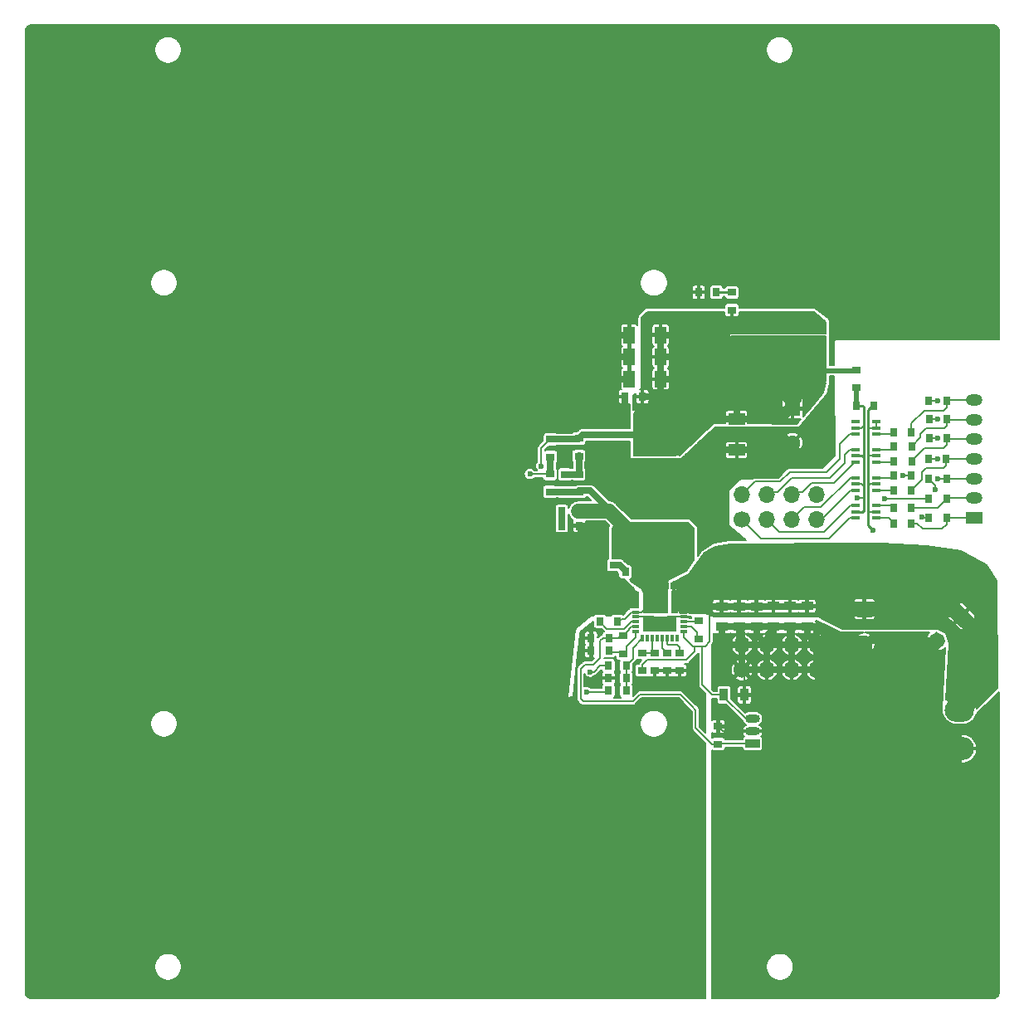
<source format=gbr>
G04 #@! TF.GenerationSoftware,KiCad,Pcbnew,(5.1.2)-2*
G04 #@! TF.CreationDate,2019-09-12T15:30:06+01:00*
G04 #@! TF.ProjectId,DCStepDown,44435374-6570-4446-9f77-6e2e6b696361,rev?*
G04 #@! TF.SameCoordinates,Original*
G04 #@! TF.FileFunction,Copper,L1,Top*
G04 #@! TF.FilePolarity,Positive*
%FSLAX46Y46*%
G04 Gerber Fmt 4.6, Leading zero omitted, Abs format (unit mm)*
G04 Created by KiCad (PCBNEW (5.1.2)-2) date 2019-09-12 15:30:06*
%MOMM*%
%LPD*%
G04 APERTURE LIST*
%ADD10R,0.900000X0.800000*%
%ADD11O,3.000000X2.350000*%
%ADD12R,1.600000X1.600000*%
%ADD13C,1.600000*%
%ADD14R,0.800000X0.900000*%
%ADD15R,1.300000X0.900000*%
%ADD16C,0.100000*%
%ADD17R,0.850000X0.400000*%
%ADD18C,1.700000*%
%ADD19O,1.700000X1.700000*%
%ADD20R,1.700000X1.200000*%
%ADD21O,1.700000X1.200000*%
%ADD22R,1.200000X1.700000*%
%ADD23R,0.680000X2.180000*%
%ADD24R,2.580000X2.180000*%
%ADD25R,3.500000X1.580000*%
%ADD26R,0.750000X0.300000*%
%ADD27R,0.750000X1.800000*%
%ADD28R,0.300000X0.750000*%
%ADD29R,0.900000X1.300000*%
%ADD30R,4.500000X4.400000*%
%ADD31O,1.500000X0.900000*%
%ADD32R,1.500000X0.900000*%
%ADD33C,0.600000*%
%ADD34C,0.200000*%
%ADD35C,0.700000*%
%ADD36C,0.250000*%
%ADD37C,0.500000*%
%ADD38C,1.500000*%
G04 APERTURE END LIST*
D10*
X137550000Y-126275000D03*
X137550000Y-128075000D03*
D11*
X162200000Y-128550000D03*
X162200000Y-124590000D03*
D12*
X152550000Y-114375000D03*
D13*
X152550000Y-117875000D03*
D10*
X123350000Y-102350000D03*
X123350000Y-100550000D03*
D14*
X129900000Y-110500000D03*
X128100000Y-110500000D03*
D10*
X126900000Y-109800000D03*
X126900000Y-111600000D03*
X121925000Y-102350000D03*
X121925000Y-100550000D03*
X123350000Y-98700000D03*
X123350000Y-96900000D03*
D14*
X155475000Y-96300000D03*
X157275000Y-96300000D03*
X155500000Y-97725000D03*
X157300000Y-97725000D03*
X155500000Y-99225000D03*
X157300000Y-99225000D03*
X155475000Y-100700000D03*
X157275000Y-100700000D03*
X155450000Y-102225000D03*
X157250000Y-102225000D03*
X155450000Y-103975000D03*
X157250000Y-103975000D03*
X155475000Y-105575000D03*
X157275000Y-105575000D03*
X121600000Y-105800000D03*
X123400000Y-105800000D03*
X123400000Y-104325000D03*
X121600000Y-104325000D03*
D10*
X120450000Y-98775000D03*
X120450000Y-96975000D03*
X151700000Y-89925000D03*
X151700000Y-91725000D03*
D15*
X143200000Y-116100000D03*
X143200000Y-114000000D03*
X144900000Y-116100000D03*
X144900000Y-114000000D03*
D13*
X162350000Y-115025000D03*
D16*
G36*
X162350000Y-113893629D02*
G01*
X163481371Y-115025000D01*
X162350000Y-116156371D01*
X161218629Y-115025000D01*
X162350000Y-113893629D01*
X162350000Y-113893629D01*
G37*
D13*
X159875126Y-117499874D03*
D17*
X153675000Y-96475000D03*
X153675000Y-95175000D03*
X151575000Y-95825000D03*
X153675000Y-95825000D03*
X151575000Y-95175000D03*
X151575000Y-96475000D03*
D14*
X160900000Y-94900000D03*
X159100000Y-94900000D03*
D17*
X153675000Y-99325000D03*
X153675000Y-98025000D03*
X151575000Y-98675000D03*
X153675000Y-98675000D03*
X151575000Y-98025000D03*
X151575000Y-99325000D03*
X153675000Y-102200000D03*
X153675000Y-100900000D03*
X151575000Y-101550000D03*
X153675000Y-101550000D03*
X151575000Y-100900000D03*
X151575000Y-102200000D03*
X153675000Y-105025000D03*
X153675000Y-103725000D03*
X151575000Y-104375000D03*
X153675000Y-104375000D03*
X151575000Y-103725000D03*
X151575000Y-105025000D03*
D14*
X153450000Y-93600000D03*
X151650000Y-93600000D03*
X160825000Y-98975000D03*
X159025000Y-98975000D03*
X160900000Y-96900000D03*
X159100000Y-96900000D03*
X160850000Y-101025000D03*
X159050000Y-101025000D03*
X160850000Y-105000000D03*
X159050000Y-105000000D03*
X160850000Y-93075000D03*
X159050000Y-93075000D03*
D18*
X140000000Y-105150000D03*
D19*
X140000000Y-102610000D03*
X142540000Y-105150000D03*
X142540000Y-102610000D03*
X145080000Y-105150000D03*
X145080000Y-102610000D03*
X147620000Y-105150000D03*
X147620000Y-102610000D03*
D20*
X163675000Y-104975000D03*
D21*
X163675000Y-102975000D03*
X163675000Y-100975000D03*
X163675000Y-98975000D03*
X163675000Y-96975000D03*
X163675000Y-94975000D03*
X163675000Y-92975000D03*
D14*
X160850000Y-103000000D03*
X159050000Y-103000000D03*
X128040000Y-92630000D03*
X129840000Y-92630000D03*
D22*
X128490000Y-86330000D03*
X131690000Y-86330000D03*
D14*
X125500000Y-115550000D03*
X127300000Y-115550000D03*
D10*
X127830000Y-117050000D03*
X127830000Y-118850000D03*
D23*
X133112000Y-113592000D03*
D24*
X131142000Y-113592000D03*
D25*
X131602000Y-115822000D03*
D26*
X129177000Y-114602000D03*
D27*
X129177000Y-113352000D03*
D26*
X129177000Y-115102000D03*
X129177000Y-115602000D03*
X129177000Y-116102000D03*
X129177000Y-116602000D03*
X134027000Y-114602000D03*
X134027000Y-114102000D03*
X134027000Y-113602000D03*
X134027000Y-113102000D03*
X134027000Y-112602000D03*
X134027000Y-115102000D03*
X134027000Y-115602000D03*
X134027000Y-116102000D03*
X134027000Y-116602000D03*
D28*
X131852000Y-111927000D03*
X131352000Y-111927000D03*
X130852000Y-111927000D03*
X130352000Y-111927000D03*
X129852000Y-111927000D03*
X132352000Y-111927000D03*
X132852000Y-111927000D03*
X133352000Y-111927000D03*
X131352000Y-117277000D03*
X130852000Y-117277000D03*
X130352000Y-117277000D03*
X129852000Y-117277000D03*
X131852000Y-117277000D03*
X132352000Y-117277000D03*
X132852000Y-117277000D03*
X133352000Y-117277000D03*
D29*
X140250000Y-123050000D03*
X138150000Y-123050000D03*
D10*
X138960000Y-81990000D03*
X138960000Y-83790000D03*
D14*
X137390000Y-81980000D03*
X135590000Y-81980000D03*
D30*
X131080000Y-96510000D03*
X131080000Y-107910000D03*
D31*
X141075000Y-126755000D03*
X141075000Y-125485000D03*
D32*
X141075000Y-128025000D03*
D10*
X120400000Y-102325000D03*
X120400000Y-100525000D03*
D14*
X126384000Y-121344000D03*
X128184000Y-121344000D03*
X128184000Y-120074000D03*
X126384000Y-120074000D03*
D10*
X133634000Y-120582000D03*
X133634000Y-118782000D03*
X131094000Y-120582000D03*
X131094000Y-118782000D03*
X129824000Y-118782000D03*
X129824000Y-120582000D03*
D14*
X128184000Y-122614000D03*
X126384000Y-122614000D03*
D10*
X132364000Y-120582000D03*
X132364000Y-118782000D03*
D20*
X139450000Y-98075000D03*
X139450000Y-94875000D03*
D22*
X128490000Y-88580000D03*
X131690000Y-88580000D03*
X128490000Y-90830000D03*
X131690000Y-90830000D03*
D12*
X145150000Y-93850000D03*
D13*
X145150000Y-97350000D03*
D15*
X141466000Y-116108000D03*
X141466000Y-114008000D03*
X146625000Y-116100000D03*
X146625000Y-114000000D03*
X139688000Y-116107999D03*
X139688000Y-114007999D03*
X137910000Y-116108000D03*
X137910000Y-114008000D03*
D10*
X135580000Y-115510000D03*
X135580000Y-117310000D03*
D14*
X124606000Y-117280000D03*
X126406000Y-117280000D03*
X124606000Y-118550000D03*
X126406000Y-118550000D03*
D18*
X140000000Y-120500000D03*
D19*
X140000000Y-117960000D03*
X142540000Y-120500000D03*
X142540000Y-117960000D03*
X145080000Y-120500000D03*
X145080000Y-117960000D03*
X147620000Y-120500000D03*
X147620000Y-117960000D03*
D18*
X140000000Y-90000000D03*
D19*
X140000000Y-87460000D03*
X142540000Y-90000000D03*
X142540000Y-87460000D03*
X145080000Y-90000000D03*
X145080000Y-87460000D03*
X147620000Y-90000000D03*
X147620000Y-87460000D03*
D33*
X124475000Y-120700000D03*
X119500000Y-99700000D03*
X133030000Y-115360000D03*
X132080000Y-115360000D03*
X130180000Y-115360000D03*
X133030000Y-116310000D03*
X132080000Y-116310000D03*
X131080000Y-116310000D03*
X126790000Y-91980000D03*
X126790000Y-90980000D03*
X126790000Y-89980000D03*
X126790000Y-88980000D03*
X125790000Y-88980000D03*
X125790000Y-89980000D03*
X125790000Y-90980000D03*
X125790000Y-91980000D03*
X125790000Y-92980000D03*
X126790000Y-92980000D03*
X143000000Y-98000000D03*
X141000000Y-98000000D03*
X141000000Y-100000000D03*
X139000000Y-100000000D03*
X127980000Y-112710000D03*
X126980000Y-112710000D03*
X125980000Y-112710000D03*
X125980000Y-111710000D03*
X124980000Y-111710000D03*
X124980000Y-112710000D03*
X124980000Y-113710000D03*
X123980000Y-113710000D03*
X123980000Y-112710000D03*
X125900000Y-109710000D03*
X125980000Y-108710000D03*
X124980000Y-108710000D03*
X124980000Y-107710000D03*
X125980000Y-107710000D03*
X126980000Y-113710000D03*
X127980000Y-113710000D03*
X125980000Y-113710000D03*
X127980000Y-111710000D03*
X131135000Y-115355000D03*
X125790000Y-87980000D03*
X125790000Y-86980000D03*
X126790000Y-86980000D03*
X126790000Y-87980000D03*
X137000000Y-100000000D03*
X137000000Y-98000000D03*
X141000000Y-96000000D03*
X143000000Y-96000000D03*
X131730000Y-121490000D03*
X126800000Y-86000000D03*
X125800000Y-86000000D03*
X126800000Y-94000000D03*
X125800000Y-94000000D03*
X125800000Y-95000000D03*
X126800000Y-95000000D03*
X127800000Y-94000000D03*
X127800000Y-95000000D03*
X136000000Y-102000000D03*
X134000000Y-100000000D03*
X134000000Y-102000000D03*
X132000000Y-102000000D03*
X132000000Y-100000000D03*
X130000000Y-102000000D03*
X130000000Y-100000000D03*
X128000000Y-102000000D03*
X128000000Y-100000000D03*
X136000000Y-104000000D03*
X134000000Y-104000000D03*
X132000000Y-104000000D03*
X130000000Y-104000000D03*
X128000000Y-104000000D03*
X124000000Y-111700000D03*
X126000000Y-106700000D03*
X125000000Y-106700000D03*
X125000000Y-105700000D03*
X126000000Y-105700000D03*
X124600000Y-116450000D03*
X130180000Y-116310000D03*
X125500000Y-121300000D03*
X127000000Y-114600000D03*
X126000000Y-114600000D03*
X125000000Y-114600000D03*
X124000000Y-114600000D03*
X127000000Y-110700000D03*
X123000000Y-114600000D03*
X123000000Y-113700000D03*
X123000000Y-112700000D03*
X123000000Y-111700000D03*
X123000000Y-110700000D03*
X139000000Y-96000000D03*
X124000000Y-110700000D03*
X125000000Y-110700000D03*
X125000000Y-109700000D03*
X124000000Y-109700000D03*
X90000000Y-90000000D03*
X90000000Y-85000000D03*
X90000000Y-80000000D03*
X105000000Y-80000000D03*
X100000000Y-80000000D03*
X95000000Y-80000000D03*
X95000000Y-85000000D03*
X100000000Y-85000000D03*
X105000000Y-85000000D03*
X105000000Y-90000000D03*
X100000000Y-90000000D03*
X95000000Y-90000000D03*
X90000000Y-95000000D03*
X95000000Y-95000000D03*
X100000000Y-95000000D03*
X105000000Y-95000000D03*
X105000000Y-100000000D03*
X100000000Y-100000000D03*
X95000000Y-100000000D03*
X90000000Y-100000000D03*
X90000000Y-105000000D03*
X95000000Y-105000000D03*
X100000000Y-105000000D03*
X105000000Y-105000000D03*
X105000000Y-110000000D03*
X100000000Y-110000000D03*
X95000000Y-110000000D03*
X90000000Y-110000000D03*
X90000000Y-115000000D03*
X95000000Y-115000000D03*
X100000000Y-115000000D03*
X105000000Y-115000000D03*
X105000000Y-120000000D03*
X100000000Y-120000000D03*
X95000000Y-120000000D03*
X90000000Y-120000000D03*
X90000000Y-125000000D03*
X95000000Y-125000000D03*
X100000000Y-125000000D03*
X105000000Y-125000000D03*
X85000000Y-90000000D03*
X85000000Y-95000000D03*
X85000000Y-100000000D03*
X85000000Y-105000000D03*
X85000000Y-110000000D03*
X80000000Y-110000000D03*
X80000000Y-105000000D03*
X80000000Y-100000000D03*
X80000000Y-95000000D03*
X80000000Y-90000000D03*
X75000000Y-90000000D03*
X75000000Y-95000000D03*
X75000000Y-100000000D03*
X75000000Y-105000000D03*
X75000000Y-110000000D03*
X117000000Y-103000000D03*
X117000000Y-105000000D03*
X117000000Y-107000000D03*
X117000000Y-109000000D03*
X117000000Y-111000000D03*
X117000000Y-113000000D03*
X117000000Y-115000000D03*
X117000000Y-117000000D03*
X117000000Y-119000000D03*
X117000000Y-121000000D03*
X119000000Y-123000000D03*
X117000000Y-123000000D03*
X115000000Y-121000000D03*
X115000000Y-123000000D03*
X115000000Y-111000000D03*
X115000000Y-109000000D03*
X115000000Y-107000000D03*
X115000000Y-105000000D03*
X115000000Y-103000000D03*
X115000000Y-101000000D03*
X113000000Y-101000000D03*
X113000000Y-103000000D03*
X113000000Y-105000000D03*
X117000000Y-101000000D03*
X113000000Y-107000000D03*
X115000000Y-113000000D03*
X113000000Y-123000000D03*
X143000000Y-100000000D03*
X113000000Y-109000000D03*
X113000000Y-111000000D03*
X113000000Y-113000000D03*
X115000000Y-115000000D03*
X115000000Y-117000000D03*
X115000000Y-119000000D03*
X113000000Y-121000000D03*
X113000000Y-119000000D03*
X113000000Y-115000000D03*
X113000000Y-117000000D03*
X85000000Y-115000000D03*
X85000000Y-120000000D03*
X80000000Y-115000000D03*
X80000000Y-120000000D03*
X75000000Y-115000000D03*
X75000000Y-120000000D03*
X158375000Y-104925000D03*
X153350000Y-106225000D03*
X159725000Y-102125000D03*
X159949998Y-93050000D03*
X160000000Y-94900000D03*
X160000000Y-96875000D03*
X159924998Y-99000000D03*
X124125000Y-122750000D03*
X118350000Y-100525000D03*
X160000000Y-100975000D03*
X156425000Y-100675000D03*
X154575000Y-103000000D03*
X151775000Y-102975000D03*
D34*
X147620000Y-90000000D02*
X140000000Y-90000000D01*
X140000000Y-87460000D02*
X147620000Y-87460000D01*
X131880000Y-95710000D02*
X131080000Y-96510000D01*
X131830000Y-95760000D02*
X131080000Y-96510000D01*
D35*
X131080000Y-96510000D02*
X131610000Y-96510000D01*
X131610000Y-96510000D02*
X133400000Y-98300000D01*
X133400000Y-98300000D02*
X133400000Y-94300000D01*
X133400000Y-94300000D02*
X129300000Y-94300000D01*
X129300000Y-94300000D02*
X129320000Y-94300000D01*
X145150000Y-90070000D02*
X145080000Y-90000000D01*
X145150000Y-93850000D02*
X145150000Y-90070000D01*
X140000000Y-87460000D02*
X142540000Y-87460000D01*
X142540000Y-87460000D02*
X145080000Y-87460000D01*
X145080000Y-87460000D02*
X147620000Y-87460000D01*
X147620000Y-90000000D02*
X145080000Y-90000000D01*
X145080000Y-90000000D02*
X142540000Y-90000000D01*
X142540000Y-90000000D02*
X140000000Y-90000000D01*
X140000000Y-90000000D02*
X140000000Y-87460000D01*
X142540000Y-90000000D02*
X142540000Y-87460000D01*
X145080000Y-90000000D02*
X145080000Y-87460000D01*
X147620000Y-90000000D02*
X147620000Y-87460000D01*
X134710000Y-87460000D02*
X133580000Y-86330000D01*
X131690000Y-86330000D02*
X133580000Y-86330000D01*
X137025000Y-90000000D02*
X135605000Y-88580000D01*
X140000000Y-90000000D02*
X137025000Y-90000000D01*
X131690000Y-88580000D02*
X135605000Y-88580000D01*
X134560000Y-90000000D02*
X133730000Y-90830000D01*
X140000000Y-90000000D02*
X134560000Y-90000000D01*
X131690000Y-90830000D02*
X133730000Y-90830000D01*
D34*
X124475000Y-120700000D02*
X124899264Y-120700000D01*
X124899264Y-120700000D02*
X125525264Y-120074000D01*
X125784000Y-120074000D02*
X126384000Y-120074000D01*
X125525264Y-120074000D02*
X125784000Y-120074000D01*
D35*
X123740000Y-96510000D02*
X123375000Y-96875000D01*
D34*
X123585736Y-96510000D02*
X123740000Y-96510000D01*
X123575000Y-96499264D02*
X123585736Y-96510000D01*
D36*
X138430000Y-84970000D02*
X138430000Y-87460000D01*
X138960000Y-84440000D02*
X138430000Y-84970000D01*
X138960000Y-83790000D02*
X138960000Y-84440000D01*
D35*
X140000000Y-87460000D02*
X138430000Y-87460000D01*
X138430000Y-87460000D02*
X134710000Y-87460000D01*
X124790000Y-96510000D02*
X123740000Y-96510000D01*
X131080000Y-96510000D02*
X124790000Y-96510000D01*
X123275000Y-96975000D02*
X123350000Y-96900000D01*
X120450000Y-96975000D02*
X123275000Y-96975000D01*
X139450000Y-93550000D02*
X139450000Y-94875000D01*
X140000000Y-93000000D02*
X140000000Y-90000000D01*
X139450000Y-93550000D02*
X140000000Y-93000000D01*
D34*
X120400000Y-96975000D02*
X120450000Y-96975000D01*
X119500000Y-97875000D02*
X120400000Y-96975000D01*
X119500000Y-99700000D02*
X119500000Y-97875000D01*
D37*
X151625000Y-90000000D02*
X151700000Y-89925000D01*
X147620000Y-90000000D02*
X151625000Y-90000000D01*
D35*
X144125000Y-94875000D02*
X145150000Y-93850000D01*
X137900000Y-94875000D02*
X137875000Y-94900000D01*
X139450000Y-94875000D02*
X137900000Y-94875000D01*
X137875000Y-94900000D02*
X134700000Y-94900000D01*
X134030000Y-96510000D02*
X131080000Y-96510000D01*
X134700000Y-94900000D02*
X134700000Y-95840000D01*
X134700000Y-95840000D02*
X134030000Y-96510000D01*
X145150000Y-93850000D02*
X145150000Y-93500000D01*
X145150000Y-93500000D02*
X144500000Y-92850000D01*
X145080000Y-92270000D02*
X145080000Y-90000000D01*
X144500000Y-92850000D02*
X145080000Y-92270000D01*
X145150000Y-93850000D02*
X145150000Y-93575000D01*
X145150000Y-93575000D02*
X145775000Y-92950000D01*
X145080000Y-92255000D02*
X145080000Y-90000000D01*
X145775000Y-92950000D02*
X145080000Y-92255000D01*
X145150000Y-93850000D02*
X144550000Y-93850000D01*
X143525000Y-94875000D02*
X143500000Y-94875000D01*
X144550000Y-93850000D02*
X143525000Y-94875000D01*
X139450000Y-94875000D02*
X143500000Y-94875000D01*
X143500000Y-94875000D02*
X144125000Y-94875000D01*
X131690000Y-90830000D02*
X131690000Y-88580000D01*
X131690000Y-88580000D02*
X131690000Y-86330000D01*
X131690000Y-95900000D02*
X131080000Y-96510000D01*
X130995000Y-92685000D02*
X131690000Y-92685000D01*
X130940000Y-92630000D02*
X130995000Y-92685000D01*
X129840000Y-92630000D02*
X130940000Y-92630000D01*
X131690000Y-90830000D02*
X131690000Y-92685000D01*
X131690000Y-92685000D02*
X131690000Y-95900000D01*
D34*
X128490000Y-91280000D02*
X128440000Y-91330000D01*
X128490000Y-89080000D02*
X128490000Y-91280000D01*
X147828000Y-117752000D02*
X147620000Y-117960000D01*
X124606000Y-117280000D02*
X124606000Y-118550000D01*
X132364000Y-120582000D02*
X133634000Y-120582000D01*
X139687999Y-116108000D02*
X139688000Y-116107999D01*
X137910000Y-116108000D02*
X139687999Y-116108000D01*
X141465999Y-116107999D02*
X141466000Y-116108000D01*
X139688000Y-116107999D02*
X141465999Y-116107999D01*
X132322000Y-115102000D02*
X131602000Y-115822000D01*
X134027000Y-115102000D02*
X132322000Y-115102000D01*
X130882000Y-115102000D02*
X131135000Y-115355000D01*
X129177000Y-115102000D02*
X130882000Y-115102000D01*
X131135000Y-115355000D02*
X131602000Y-115822000D01*
X153000000Y-104375000D02*
X153625000Y-104375000D01*
X152899999Y-104274999D02*
X153000000Y-104375000D01*
X152899999Y-98299999D02*
X152899999Y-96375001D01*
X152899999Y-101299999D02*
X152899999Y-104274999D01*
X152899999Y-98299999D02*
X152899999Y-98650001D01*
X152899999Y-98650001D02*
X152899999Y-101299999D01*
X152924998Y-98675000D02*
X152899999Y-98650001D01*
X153675000Y-98675000D02*
X152924998Y-98675000D01*
X152899999Y-95524263D02*
X152899999Y-95899999D01*
X152899999Y-95899999D02*
X152899999Y-96375001D01*
X131094000Y-120582000D02*
X132364000Y-120582000D01*
X132364000Y-121280264D02*
X132364000Y-120582000D01*
X131730000Y-121490000D02*
X132154264Y-121490000D01*
X132154264Y-121490000D02*
X132364000Y-121280264D01*
X152899999Y-95270001D02*
X152899999Y-94700001D01*
X152899999Y-95524263D02*
X152899999Y-95270001D01*
D35*
X129052000Y-113352000D02*
X128400000Y-112700000D01*
X129177000Y-113352000D02*
X129052000Y-113352000D01*
X128400000Y-112700000D02*
X127980000Y-112710000D01*
X129177000Y-113352000D02*
X129177000Y-112777000D01*
X129047000Y-112777000D02*
X127980000Y-111710000D01*
X129177000Y-112777000D02*
X129047000Y-112777000D01*
X129177000Y-113623000D02*
X128898001Y-113901999D01*
X129177000Y-113352000D02*
X129177000Y-113623000D01*
X128898001Y-113901999D02*
X128680001Y-113901999D01*
X128570002Y-113710000D02*
X128110000Y-113710000D01*
X128680001Y-113819999D02*
X128570002Y-113710000D01*
X128680001Y-113901999D02*
X128680001Y-113819999D01*
X128110000Y-113710000D02*
X127980000Y-113710000D01*
X139688000Y-116107999D02*
X139688000Y-116588000D01*
X140000000Y-116757919D02*
X140000000Y-117960000D01*
X139830081Y-116588000D02*
X140000000Y-116757919D01*
X139688000Y-116588000D02*
X139830081Y-116588000D01*
X138612000Y-117960000D02*
X140000000Y-117960000D01*
X137910000Y-116108000D02*
X137910000Y-117258000D01*
X137910000Y-117258000D02*
X138612000Y-117960000D01*
X127130000Y-86330000D02*
X126800000Y-86000000D01*
X128490000Y-86330000D02*
X127130000Y-86330000D01*
X127390000Y-88580000D02*
X126790000Y-87980000D01*
X128490000Y-88580000D02*
X127390000Y-88580000D01*
X127640000Y-90830000D02*
X126790000Y-89980000D01*
X128490000Y-90830000D02*
X127640000Y-90830000D01*
X128040000Y-93760000D02*
X127800000Y-94000000D01*
X128040000Y-92630000D02*
X128040000Y-93760000D01*
X141466000Y-116108000D02*
X142033000Y-116108000D01*
D34*
X153050000Y-95825000D02*
X152875001Y-95650001D01*
X153675000Y-95825000D02*
X153050000Y-95825000D01*
X153000001Y-101599999D02*
X152875001Y-101599999D01*
X153050000Y-101550000D02*
X153000001Y-101599999D01*
X153675000Y-101550000D02*
X153050000Y-101550000D01*
D36*
X152875001Y-95650001D02*
X152875001Y-101599999D01*
D34*
X153675000Y-95825000D02*
X153675000Y-95175000D01*
X124606000Y-117280000D02*
X124606000Y-116456000D01*
X124606000Y-116456000D02*
X124600000Y-116450000D01*
X126384000Y-121344000D02*
X125544000Y-121344000D01*
X125544000Y-121344000D02*
X125500000Y-121300000D01*
D35*
X125980000Y-112710000D02*
X125980000Y-111710000D01*
X127980000Y-112710000D02*
X127980000Y-111710000D01*
X124100000Y-105800000D02*
X125000000Y-106700000D01*
X123400000Y-105800000D02*
X124100000Y-105800000D01*
X123400000Y-105800000D02*
X123400000Y-105850000D01*
X123400000Y-105850000D02*
X124600000Y-107050000D01*
X124600000Y-107330000D02*
X124980000Y-107710000D01*
X124600000Y-107050000D02*
X124600000Y-107330000D01*
D34*
X140250000Y-120750000D02*
X140000000Y-120500000D01*
X140250000Y-123050000D02*
X140250000Y-120750000D01*
X141150000Y-126730000D02*
X140850000Y-126730000D01*
X138005000Y-126730000D02*
X137550000Y-126275000D01*
X140850000Y-126730000D02*
X138005000Y-126730000D01*
X142070000Y-126755000D02*
X141075000Y-126755000D01*
X142700000Y-126125000D02*
X142070000Y-126755000D01*
X142700000Y-124850000D02*
X142700000Y-126125000D01*
X140250000Y-123050000D02*
X140900000Y-123050000D01*
X140900000Y-123050000D02*
X142700000Y-124850000D01*
D35*
X145150000Y-97350000D02*
X144950000Y-97350000D01*
X144300000Y-98000000D02*
X143000000Y-98000000D01*
X144950000Y-97350000D02*
X144300000Y-98000000D01*
D36*
X153250000Y-93600000D02*
X153450000Y-93600000D01*
X152875001Y-95650001D02*
X152875000Y-93975000D01*
X152875000Y-93975000D02*
X153250000Y-93600000D01*
D34*
X159050000Y-105000000D02*
X158450000Y-105000000D01*
X158450000Y-105000000D02*
X158375000Y-104925000D01*
D36*
X152875001Y-101599999D02*
X152875000Y-102788592D01*
X152875000Y-105750000D02*
X153350000Y-106225000D01*
X152875000Y-102788592D02*
X152875000Y-105750000D01*
D34*
X159725000Y-101700000D02*
X159050000Y-101025000D01*
X159725000Y-102125000D02*
X159725000Y-101700000D01*
X159075000Y-93050000D02*
X159050000Y-93075000D01*
X159949998Y-93050000D02*
X159075000Y-93050000D01*
X159100000Y-94900000D02*
X160000000Y-94900000D01*
X159100000Y-96900000D02*
X159975000Y-96900000D01*
X159975000Y-96900000D02*
X160000000Y-96875000D01*
X159025000Y-98975000D02*
X159899998Y-98975000D01*
X159899998Y-98975000D02*
X159924998Y-99000000D01*
D38*
X147780000Y-117800000D02*
X147620000Y-117960000D01*
X152475000Y-117800000D02*
X147780000Y-117800000D01*
X150906370Y-120500000D02*
X147620000Y-120500000D01*
X152475000Y-117800000D02*
X152475000Y-118931370D01*
X152475000Y-118931370D02*
X150906370Y-120500000D01*
X155670000Y-128550000D02*
X147620000Y-120500000D01*
X162200000Y-128550000D02*
X162200000Y-128800000D01*
X162200000Y-128800000D02*
X161050000Y-129950000D01*
X159550000Y-129950000D02*
X158150000Y-128550000D01*
X161050000Y-129950000D02*
X159550000Y-129950000D01*
X162200000Y-128550000D02*
X158150000Y-128550000D01*
X158150000Y-128550000D02*
X155670000Y-128550000D01*
X162200000Y-128550000D02*
X162200000Y-128325000D01*
X162200000Y-128325000D02*
X161050000Y-127175000D01*
X159525000Y-127175000D02*
X158150000Y-128550000D01*
X161050000Y-127175000D02*
X159525000Y-127175000D01*
D35*
X137918000Y-116100000D02*
X137910000Y-116108000D01*
X146625000Y-116100000D02*
X137918000Y-116100000D01*
X144900000Y-116100000D02*
X144900000Y-116375000D01*
X145080000Y-116555000D02*
X145080000Y-117960000D01*
X144900000Y-116375000D02*
X145080000Y-116555000D01*
X146625000Y-116965000D02*
X147620000Y-117960000D01*
X146625000Y-116100000D02*
X146625000Y-116965000D01*
X141466000Y-116886000D02*
X142540000Y-117960000D01*
X141466000Y-116108000D02*
X141466000Y-116886000D01*
X143200000Y-116100000D02*
X143200000Y-116275000D01*
X143200000Y-116275000D02*
X142675000Y-116800000D01*
X142675000Y-117825000D02*
X142540000Y-117960000D01*
X142675000Y-116800000D02*
X142675000Y-117825000D01*
X146625000Y-116100000D02*
X147600000Y-116100000D01*
X147620000Y-116120000D02*
X147620000Y-117960000D01*
X147600000Y-116100000D02*
X147620000Y-116120000D01*
X140000000Y-117960000D02*
X142540000Y-117960000D01*
X142540000Y-117960000D02*
X145080000Y-117960000D01*
X145080000Y-117960000D02*
X147620000Y-117960000D01*
X147620000Y-117960000D02*
X147620000Y-120500000D01*
X147620000Y-120500000D02*
X145080000Y-120500000D01*
X145080000Y-120500000D02*
X142540000Y-120500000D01*
X142540000Y-120500000D02*
X140000000Y-120500000D01*
X140000000Y-120500000D02*
X140000000Y-117960000D01*
X142540000Y-117960000D02*
X142540000Y-120500000D01*
X145080000Y-120500000D02*
X145080000Y-117960000D01*
X148469999Y-119650001D02*
X147620000Y-120500000D01*
X148469999Y-118944999D02*
X148469999Y-119650001D01*
X147620000Y-118095000D02*
X148469999Y-118944999D01*
X147620000Y-117960000D02*
X147620000Y-118095000D01*
X147620000Y-117960000D02*
X147620000Y-118695000D01*
X147620000Y-118695000D02*
X147975000Y-119050000D01*
X147975000Y-119050000D02*
X147975000Y-119550000D01*
X147620000Y-119905000D02*
X147620000Y-120500000D01*
X147975000Y-119550000D02*
X147620000Y-119905000D01*
X142540000Y-117960000D02*
X142640000Y-117960000D01*
X143200000Y-117400000D02*
X143200000Y-116100000D01*
X142640000Y-117960000D02*
X143200000Y-117400000D01*
X140000000Y-117960000D02*
X140000000Y-117750000D01*
X139688000Y-117438000D02*
X139688000Y-116107999D01*
X140000000Y-117750000D02*
X139688000Y-117438000D01*
X145080000Y-117960000D02*
X145080000Y-117830000D01*
X144900000Y-117650000D02*
X144900000Y-116100000D01*
X145080000Y-117830000D02*
X144900000Y-117650000D01*
X152775126Y-117499874D02*
X152475000Y-117800000D01*
X159875126Y-117499874D02*
X152775126Y-117499874D01*
X158275000Y-119100000D02*
X156225000Y-119100000D01*
X154825000Y-120500000D02*
X147620000Y-120500000D01*
X156225000Y-119100000D02*
X154825000Y-120500000D01*
X158900000Y-119100000D02*
X158275000Y-119100000D01*
X159875126Y-117499874D02*
X159875126Y-118124874D01*
X159875126Y-118124874D02*
X158900000Y-119100000D01*
X158637500Y-118212500D02*
X158637500Y-118737500D01*
X159350126Y-117499874D02*
X158637500Y-118212500D01*
X159875126Y-117499874D02*
X159350126Y-117499874D01*
X159875126Y-117499874D02*
X158637500Y-118737500D01*
X158637500Y-118737500D02*
X158275000Y-119100000D01*
X140925000Y-98075000D02*
X141000000Y-98000000D01*
X139450000Y-98075000D02*
X140925000Y-98075000D01*
X137075000Y-98075000D02*
X137000000Y-98000000D01*
X139450000Y-98075000D02*
X137075000Y-98075000D01*
X143650000Y-97350000D02*
X143000000Y-98000000D01*
X145150000Y-97350000D02*
X143650000Y-97350000D01*
X145150000Y-97350000D02*
X145150000Y-98025000D01*
X145150000Y-98025000D02*
X144700000Y-98475000D01*
X144700000Y-98475000D02*
X144525000Y-98475000D01*
X145150000Y-97350000D02*
X144475000Y-97350000D01*
X144475000Y-97350000D02*
X144025000Y-96900000D01*
X144025000Y-96975000D02*
X143000000Y-98000000D01*
X144025000Y-96900000D02*
X144025000Y-96975000D01*
X145150000Y-97350000D02*
X145150000Y-97950000D01*
X145150000Y-97950000D02*
X145600000Y-98400000D01*
X145187500Y-98812500D02*
X144187500Y-98812500D01*
X145600000Y-98400000D02*
X145187500Y-98812500D01*
X144525000Y-98475000D02*
X144187500Y-98812500D01*
X144187500Y-98812500D02*
X143000000Y-100000000D01*
D34*
X129177000Y-116602000D02*
X128978000Y-116602000D01*
X126544000Y-118688000D02*
X126406000Y-118550000D01*
X127792000Y-118688000D02*
X126544000Y-118688000D01*
X127900000Y-118850000D02*
X128200000Y-118550000D01*
X127830000Y-118850000D02*
X127900000Y-118850000D01*
X128200000Y-118550000D02*
X128200000Y-118150000D01*
X129177000Y-117173000D02*
X129177000Y-116602000D01*
X128200000Y-118150000D02*
X129177000Y-117173000D01*
X135488000Y-115602000D02*
X134027000Y-115602000D01*
X131142000Y-112137000D02*
X131352000Y-111927000D01*
X131142000Y-113592000D02*
X131142000Y-112137000D01*
X132352000Y-111927000D02*
X129852000Y-111927000D01*
X131352000Y-108182000D02*
X131080000Y-107910000D01*
X131352000Y-111927000D02*
X131352000Y-108182000D01*
X130762000Y-113592000D02*
X131142000Y-113592000D01*
X129752000Y-114602000D02*
X130762000Y-113592000D01*
X129177000Y-114602000D02*
X129752000Y-114602000D01*
D35*
X130185000Y-107910000D02*
X131080000Y-107910000D01*
D38*
X131080000Y-107910000D02*
X130059998Y-107910000D01*
X130059998Y-107910000D02*
X126449998Y-104300000D01*
D35*
X126200000Y-103925000D02*
X126200000Y-104300000D01*
X124500000Y-102225000D02*
X126200000Y-103925000D01*
X123350000Y-102225000D02*
X124500000Y-102225000D01*
D38*
X126449998Y-104300000D02*
X126200000Y-104300000D01*
X126200000Y-104300000D02*
X123300000Y-104300000D01*
D34*
X127700000Y-115300000D02*
X127450000Y-115550000D01*
X128000000Y-115300000D02*
X127700000Y-115300000D01*
X128700000Y-114600000D02*
X128000000Y-115300000D01*
X128846000Y-114600000D02*
X128700000Y-114600000D01*
X129177000Y-114602000D02*
X128848000Y-114602000D01*
X128848000Y-114602000D02*
X128846000Y-114600000D01*
D35*
X121925000Y-102350000D02*
X123350000Y-102350000D01*
X121900000Y-102325000D02*
X121925000Y-102350000D01*
X120400000Y-102325000D02*
X121900000Y-102325000D01*
D34*
X134027000Y-117147002D02*
X134957998Y-118078000D01*
X134027000Y-116602000D02*
X134027000Y-117147002D01*
X139687999Y-114008000D02*
X139688000Y-114007999D01*
X137910000Y-114008000D02*
X139687999Y-114008000D01*
X141465999Y-114007999D02*
X141466000Y-114008000D01*
X139688000Y-114007999D02*
X141465999Y-114007999D01*
X135162000Y-118644002D02*
X135162000Y-118078000D01*
X134324001Y-119482001D02*
X135162000Y-118644002D01*
X130323999Y-119482001D02*
X134324001Y-119482001D01*
X129824000Y-119982000D02*
X130323999Y-119482001D01*
X129824000Y-120582000D02*
X129824000Y-119982000D01*
X134957998Y-118078000D02*
X135162000Y-118078000D01*
X133112000Y-113592000D02*
X133112000Y-112187000D01*
X132852000Y-111927000D02*
X133352000Y-111927000D01*
X133352000Y-111927000D02*
X134027000Y-112602000D01*
X134027000Y-112602000D02*
X134027000Y-113102000D01*
X134027000Y-113102000D02*
X134027000Y-114602000D01*
D36*
X134027000Y-114602000D02*
X133702000Y-114602000D01*
X133702000Y-114602000D02*
X133550000Y-114450000D01*
X133550000Y-114450000D02*
X133550000Y-112425000D01*
X133550000Y-112425000D02*
X133525000Y-112400000D01*
X133725000Y-112850000D02*
X133725000Y-112500000D01*
X133725000Y-114375000D02*
X133725000Y-112850000D01*
X134027000Y-114602000D02*
X133952000Y-114602000D01*
X133952000Y-114602000D02*
X133725000Y-114375000D01*
X133352000Y-112227000D02*
X133525000Y-112400000D01*
X133352000Y-111927000D02*
X133352000Y-112227000D01*
X132852000Y-111927000D02*
X133112000Y-112187000D01*
X132852000Y-112152000D02*
X133100000Y-112400000D01*
X132852000Y-111927000D02*
X132852000Y-112152000D01*
X133525000Y-112400000D02*
X133100000Y-112400000D01*
X133100000Y-112400000D02*
X132850000Y-112400000D01*
D34*
X136212000Y-118078000D02*
X136680000Y-117610000D01*
X136680000Y-117610000D02*
X136680000Y-115038000D01*
X136680000Y-115038000D02*
X136675000Y-115033000D01*
X136675000Y-115033000D02*
X136675000Y-114175000D01*
D35*
X139260000Y-114008000D02*
X137910000Y-114008000D01*
X136842000Y-114008000D02*
X136762500Y-114087500D01*
X137910000Y-114008000D02*
X136842000Y-114008000D01*
D34*
X136675000Y-114175000D02*
X136762500Y-114087500D01*
D38*
X134027000Y-112602000D02*
X134502000Y-112602000D01*
X134502000Y-112602000D02*
X134475000Y-112629000D01*
X134502000Y-112602000D02*
X134502000Y-113773000D01*
D37*
X133425000Y-111500000D02*
X133775000Y-111500000D01*
X133352000Y-111573000D02*
X133425000Y-111500000D01*
X133352000Y-111927000D02*
X133352000Y-111573000D01*
X133352000Y-111927000D02*
X133302000Y-111927000D01*
X133302000Y-111927000D02*
X133025000Y-111650000D01*
X133025000Y-111650000D02*
X133250000Y-111650000D01*
D34*
X135947000Y-118078000D02*
X135947000Y-122047000D01*
X135947000Y-118078000D02*
X136212000Y-118078000D01*
X135162000Y-118078000D02*
X135947000Y-118078000D01*
X136950000Y-123050000D02*
X138150000Y-123050000D01*
X135947000Y-122047000D02*
X136950000Y-123050000D01*
X140360000Y-125460000D02*
X140850000Y-125460000D01*
X138150000Y-123050000D02*
X138150000Y-123250000D01*
X138150000Y-123250000D02*
X140360000Y-125460000D01*
D38*
X162200000Y-124590000D02*
X162200000Y-121915000D01*
X164200000Y-116875000D02*
X162350000Y-115025000D01*
X164200000Y-119915000D02*
X164200000Y-116875000D01*
X161713605Y-114388605D02*
X156936395Y-114388605D01*
X162350000Y-115025000D02*
X161713605Y-114388605D01*
X156847790Y-114300000D02*
X152475000Y-114300000D01*
X156936395Y-114388605D02*
X156847790Y-114300000D01*
X150175000Y-114300000D02*
X150125000Y-114250000D01*
X152475000Y-114300000D02*
X150175000Y-114300000D01*
D35*
X146617000Y-114008000D02*
X146625000Y-114000000D01*
X137910000Y-114008000D02*
X146617000Y-114008000D01*
D38*
X162200000Y-124590000D02*
X162510000Y-124590000D01*
X162510000Y-124590000D02*
X164250000Y-122850000D01*
X163270000Y-121870000D02*
X163270000Y-120845000D01*
X164250000Y-122850000D02*
X163270000Y-121870000D01*
X162200000Y-121915000D02*
X163270000Y-120845000D01*
X163270000Y-120845000D02*
X164200000Y-119915000D01*
D35*
X162200000Y-124590000D02*
X162200000Y-124450000D01*
X162200000Y-124450000D02*
X161175000Y-123425000D01*
X162200000Y-122400000D02*
X162200000Y-121915000D01*
X161175000Y-123425000D02*
X162200000Y-122400000D01*
D34*
X131852000Y-118270000D02*
X131852000Y-117277000D01*
X132364000Y-118782000D02*
X131852000Y-118270000D01*
X126248000Y-122750000D02*
X126384000Y-122614000D01*
X124125000Y-122750000D02*
X126248000Y-122750000D01*
D35*
X120450000Y-100475000D02*
X120400000Y-100525000D01*
X120450000Y-98775000D02*
X120450000Y-100475000D01*
D34*
X120400000Y-100525000D02*
X118350000Y-100525000D01*
X128184000Y-121344000D02*
X128184000Y-120074000D01*
X129852000Y-117456000D02*
X129852000Y-117277000D01*
X128184000Y-121344000D02*
X128184000Y-122614000D01*
X129852000Y-117298000D02*
X129852000Y-117277000D01*
X128850000Y-118300000D02*
X129852000Y-117298000D01*
X128850000Y-119358000D02*
X128850000Y-118300000D01*
X128184000Y-120074000D02*
X128184000Y-120024000D01*
X128184000Y-120024000D02*
X128850000Y-119358000D01*
X141950000Y-107100000D02*
X140000000Y-105150000D01*
X148875000Y-107100000D02*
X148650000Y-107100000D01*
X150950000Y-105025000D02*
X148875000Y-107100000D01*
X151575000Y-105025000D02*
X150950000Y-105025000D01*
X148650000Y-107100000D02*
X141950000Y-107100000D01*
X148625000Y-100300000D02*
X144850000Y-100300000D01*
X144850000Y-100300000D02*
X143850000Y-101300000D01*
X141310000Y-101300000D02*
X140000000Y-102610000D01*
X143850000Y-101300000D02*
X141310000Y-101300000D01*
X151575000Y-96475000D02*
X151350000Y-96475000D01*
X149987500Y-97437500D02*
X149987500Y-98937500D01*
X150950000Y-96475000D02*
X149987500Y-97437500D01*
X151575000Y-96475000D02*
X150950000Y-96475000D01*
X149987500Y-98937500D02*
X148625000Y-100300000D01*
X143790000Y-106400000D02*
X142540000Y-105150000D01*
X148384998Y-106400000D02*
X148200000Y-106400000D01*
X151059998Y-103725000D02*
X148384998Y-106400000D01*
X151575000Y-103725000D02*
X151059998Y-103725000D01*
X148200000Y-106400000D02*
X143790000Y-106400000D01*
X142750000Y-102400000D02*
X142540000Y-102610000D01*
X143600000Y-102400000D02*
X142750000Y-102400000D01*
X145087998Y-100900000D02*
X143887998Y-102100000D01*
X143887998Y-102100000D02*
X143887998Y-102112002D01*
X143887998Y-102112002D02*
X143600000Y-102400000D01*
X150950000Y-98025000D02*
X150450000Y-98525000D01*
X151575000Y-98025000D02*
X150950000Y-98025000D01*
X150450000Y-99375000D02*
X148925000Y-100900000D01*
X150450000Y-98525000D02*
X150450000Y-99375000D01*
X148925000Y-100900000D02*
X145087998Y-100900000D01*
X146330000Y-103900000D02*
X145080000Y-105150000D01*
X148032002Y-103900000D02*
X147650000Y-103900000D01*
X151032002Y-100900000D02*
X148032002Y-103900000D01*
X151575000Y-100900000D02*
X151032002Y-100900000D01*
X147650000Y-103900000D02*
X146330000Y-103900000D01*
X151575000Y-99325000D02*
X151350000Y-99325000D01*
X147090001Y-101459999D02*
X146150000Y-102400000D01*
X145290000Y-102400000D02*
X145080000Y-102610000D01*
X146150000Y-102400000D02*
X145290000Y-102400000D01*
X149390001Y-101459999D02*
X149259999Y-101459999D01*
X151525000Y-99325000D02*
X149390001Y-101459999D01*
X151575000Y-99325000D02*
X151525000Y-99325000D01*
X149259999Y-101459999D02*
X147090001Y-101459999D01*
X148100000Y-105150000D02*
X147620000Y-105150000D01*
X148925000Y-104325000D02*
X148100000Y-105150000D01*
X148934998Y-104325000D02*
X148925000Y-104325000D01*
X151575000Y-102200000D02*
X151059998Y-102200000D01*
X151059998Y-102200000D02*
X148934998Y-104325000D01*
X129824000Y-118782000D02*
X131094000Y-118782000D01*
X130852000Y-118540000D02*
X130852000Y-117277000D01*
X131094000Y-118782000D02*
X130852000Y-118540000D01*
X132352000Y-117852000D02*
X132352000Y-117277000D01*
X132452001Y-117952001D02*
X132352000Y-117852000D01*
X133404001Y-117952001D02*
X132452001Y-117952001D01*
X133634000Y-118182000D02*
X133404001Y-117952001D01*
X133634000Y-118782000D02*
X133634000Y-118182000D01*
D36*
X137400000Y-81990000D02*
X137390000Y-81980000D01*
X138960000Y-81990000D02*
X137400000Y-81990000D01*
D34*
X127400000Y-117280000D02*
X127792000Y-116888000D01*
X126406000Y-117280000D02*
X127400000Y-117280000D01*
X127792000Y-116888000D02*
X127906000Y-117002000D01*
X123887992Y-120060010D02*
X123880010Y-120060010D01*
X126406000Y-117280000D02*
X125806000Y-117280000D01*
X125806000Y-117280000D02*
X125530000Y-117556000D01*
X125530000Y-117556000D02*
X125530000Y-119270000D01*
X125530000Y-119270000D02*
X124813499Y-119986501D01*
X124813499Y-119986501D02*
X123961501Y-119986501D01*
X123961501Y-119986501D02*
X123887992Y-120060010D01*
X127880000Y-117050000D02*
X127830000Y-117050000D01*
X128480000Y-116450000D02*
X127880000Y-117050000D01*
X128480000Y-116325700D02*
X128480000Y-116450000D01*
X129177000Y-116102000D02*
X128703700Y-116102000D01*
X128703700Y-116102000D02*
X128480000Y-116325700D01*
X137625000Y-128000000D02*
X137550000Y-128075000D01*
X140850000Y-128000000D02*
X137625000Y-128000000D01*
X137550000Y-128075000D02*
X136900000Y-128075000D01*
X136900000Y-128075000D02*
X135275000Y-126450000D01*
X135275000Y-126450000D02*
X135275000Y-124600000D01*
X128425000Y-123725000D02*
X128875000Y-123725000D01*
X128425000Y-123725000D02*
X127925000Y-123725000D01*
X128875000Y-123725000D02*
X129600000Y-123000000D01*
X133675000Y-123000000D02*
X134887500Y-124212500D01*
X129600000Y-123000000D02*
X133675000Y-123000000D01*
X135275000Y-124600000D02*
X134887500Y-124212500D01*
X123775000Y-123725000D02*
X123775000Y-123700000D01*
X127925000Y-123725000D02*
X123775000Y-123725000D01*
X123524999Y-120424999D02*
X123520010Y-120420010D01*
X123524999Y-123449999D02*
X123524999Y-120424999D01*
X123775000Y-123700000D02*
X123524999Y-123449999D01*
X123880010Y-120060010D02*
X123520010Y-120420010D01*
X160875000Y-104975000D02*
X160850000Y-105000000D01*
X163675000Y-104975000D02*
X160875000Y-104975000D01*
X160850000Y-105650000D02*
X160400000Y-106100000D01*
X160850000Y-105000000D02*
X160850000Y-105650000D01*
X157875000Y-105575000D02*
X157275000Y-105575000D01*
X160400000Y-106100000D02*
X158400000Y-106100000D01*
X158400000Y-106100000D02*
X157875000Y-105575000D01*
X160875000Y-102975000D02*
X160850000Y-103000000D01*
X163675000Y-102975000D02*
X160875000Y-102975000D01*
X159925000Y-103975000D02*
X157250000Y-103975000D01*
X160850000Y-103000000D02*
X160850000Y-103050000D01*
X160850000Y-103050000D02*
X159925000Y-103975000D01*
X160900000Y-100975000D02*
X160850000Y-101025000D01*
X163675000Y-100975000D02*
X160900000Y-100975000D01*
X160850000Y-101025000D02*
X160050000Y-101025000D01*
X160050000Y-101025000D02*
X160000000Y-100975000D01*
X157250000Y-100675000D02*
X157275000Y-100700000D01*
X156425000Y-100675000D02*
X157250000Y-100675000D01*
X163675000Y-98975000D02*
X160825000Y-98975000D01*
X160825000Y-99625000D02*
X160575000Y-99875000D01*
X160825000Y-98975000D02*
X160825000Y-99625000D01*
X160575000Y-99875000D02*
X158775000Y-99875000D01*
X157250000Y-102175000D02*
X157250000Y-102225000D01*
X158349999Y-101075001D02*
X157250000Y-102175000D01*
X158775000Y-99875000D02*
X158349999Y-100300001D01*
X158349999Y-100300001D02*
X158349999Y-101075001D01*
X160900000Y-97550000D02*
X160550000Y-97900000D01*
X160900000Y-96900000D02*
X160900000Y-97550000D01*
X157300000Y-99175000D02*
X157300000Y-99225000D01*
X160550000Y-97900000D02*
X158575000Y-97900000D01*
X158575000Y-97900000D02*
X157300000Y-99175000D01*
X160975000Y-96975000D02*
X160900000Y-96900000D01*
X163675000Y-96975000D02*
X160975000Y-96975000D01*
X160975000Y-94975000D02*
X160900000Y-94900000D01*
X163675000Y-94975000D02*
X160975000Y-94975000D01*
X160900000Y-95550000D02*
X160625000Y-95825000D01*
X160900000Y-94900000D02*
X160900000Y-95550000D01*
X160625000Y-95825000D02*
X158800000Y-95825000D01*
X158800000Y-95825000D02*
X158200000Y-96425000D01*
X157300000Y-97675000D02*
X157300000Y-97725000D01*
X158200000Y-96425000D02*
X158200000Y-96775000D01*
X158200000Y-96775000D02*
X157300000Y-97675000D01*
X160950000Y-92975000D02*
X160850000Y-93075000D01*
X163675000Y-92975000D02*
X160950000Y-92975000D01*
X160850000Y-93725000D02*
X160525000Y-94050000D01*
X160850000Y-93075000D02*
X160850000Y-93725000D01*
X160525000Y-94050000D02*
X158575000Y-94050000D01*
X157275000Y-95350000D02*
X157275000Y-96300000D01*
X158575000Y-94050000D02*
X157275000Y-95350000D01*
D36*
X152424999Y-94215003D02*
X152425000Y-102575000D01*
X152250000Y-98675000D02*
X151575000Y-98675000D01*
X152425000Y-98850000D02*
X152250000Y-98675000D01*
X152425000Y-102575000D02*
X152425000Y-98850000D01*
X152300000Y-104325000D02*
X152425000Y-104325000D01*
X152250000Y-104375000D02*
X152300000Y-104325000D01*
X151575000Y-104375000D02*
X152250000Y-104375000D01*
X152425000Y-102575000D02*
X152425000Y-102975000D01*
X152425000Y-102975000D02*
X152425000Y-104325000D01*
D34*
X152200000Y-95825000D02*
X152424999Y-95600001D01*
X151575000Y-95825000D02*
X152200000Y-95825000D01*
X152425000Y-101775000D02*
X152425000Y-102575000D01*
X152200000Y-101550000D02*
X152425000Y-101775000D01*
X151575000Y-101550000D02*
X152200000Y-101550000D01*
D37*
X151700000Y-93550000D02*
X151650000Y-93600000D01*
X151700000Y-91725000D02*
X151700000Y-93550000D01*
D36*
X152424999Y-93724999D02*
X152424999Y-94400001D01*
X152300000Y-93600000D02*
X152424999Y-93724999D01*
X151650000Y-93600000D02*
X152300000Y-93600000D01*
D34*
X152424999Y-95600001D02*
X152424999Y-94400001D01*
X152424999Y-94400001D02*
X152424999Y-94215003D01*
X159050000Y-103000000D02*
X154575000Y-103000000D01*
X151775000Y-102975000D02*
X152425000Y-102975000D01*
D35*
X121600000Y-104325000D02*
X121600000Y-105800000D01*
D34*
X134829999Y-116102000D02*
X135037999Y-116310000D01*
X134027000Y-116102000D02*
X134829999Y-116102000D01*
X135037999Y-116310000D02*
X135037999Y-116317999D01*
X135037999Y-116317999D02*
X135430000Y-116710000D01*
X135430000Y-116710000D02*
X135430000Y-117160000D01*
X125500000Y-115600000D02*
X125500000Y-115550000D01*
X126200001Y-116300001D02*
X125500000Y-115600000D01*
X127940001Y-116300001D02*
X126200001Y-116300001D01*
X128598000Y-115642002D02*
X127940001Y-116300001D01*
X128598000Y-115602000D02*
X128598000Y-115642002D01*
X129177000Y-115602000D02*
X128598000Y-115602000D01*
X154925000Y-105025000D02*
X155475000Y-105575000D01*
X153675000Y-105025000D02*
X154925000Y-105025000D01*
X155200000Y-103725000D02*
X155450000Y-103975000D01*
X153675000Y-103725000D02*
X155200000Y-103725000D01*
X155425000Y-102200000D02*
X155450000Y-102225000D01*
X153675000Y-102200000D02*
X155425000Y-102200000D01*
X155275000Y-100900000D02*
X155475000Y-100700000D01*
X153675000Y-100900000D02*
X155275000Y-100900000D01*
X155400000Y-99325000D02*
X155500000Y-99225000D01*
X153675000Y-99325000D02*
X155400000Y-99325000D01*
X155200000Y-98025000D02*
X155500000Y-97725000D01*
X153675000Y-98025000D02*
X155200000Y-98025000D01*
X155300000Y-96475000D02*
X155475000Y-96300000D01*
X153675000Y-96475000D02*
X155300000Y-96475000D01*
D35*
X123350000Y-98700000D02*
X123375000Y-98675000D01*
X123350000Y-100425000D02*
X123350000Y-99650000D01*
X123350000Y-99650000D02*
X123350000Y-98700000D01*
X121925000Y-100550000D02*
X123350000Y-100550000D01*
X127500000Y-109800000D02*
X126900000Y-109800000D01*
X128000000Y-110300000D02*
X127500000Y-109800000D01*
D34*
G36*
X135080000Y-106051422D02*
G01*
X135080000Y-109278172D01*
X134263610Y-110430723D01*
X132587420Y-111219518D01*
X132570586Y-111229564D01*
X132550000Y-111250000D01*
X132400000Y-111450000D01*
X132389832Y-111466760D01*
X132383129Y-111485182D01*
X132380000Y-111510000D01*
X132380000Y-112397690D01*
X132351923Y-112510000D01*
X129941803Y-112510000D01*
X129819443Y-112265279D01*
X129808999Y-112248689D01*
X129788124Y-112228627D01*
X128744341Y-111483068D01*
X128506163Y-111250844D01*
X128558810Y-111245659D01*
X128615360Y-111228504D01*
X128667477Y-111200647D01*
X128713158Y-111163158D01*
X128750647Y-111117477D01*
X128778504Y-111065360D01*
X128795659Y-111008810D01*
X128801451Y-110950000D01*
X128801451Y-110050000D01*
X128795659Y-109991190D01*
X128778504Y-109934640D01*
X128750647Y-109882523D01*
X128713158Y-109836842D01*
X128667477Y-109799353D01*
X128615360Y-109771496D01*
X128558810Y-109754341D01*
X128500000Y-109748549D01*
X128367787Y-109748549D01*
X127982200Y-109362962D01*
X127961843Y-109338157D01*
X127862868Y-109256930D01*
X127749948Y-109196573D01*
X127627422Y-109159405D01*
X127531932Y-109150000D01*
X127531921Y-109150000D01*
X127515698Y-109148402D01*
X127465360Y-109121496D01*
X127408810Y-109104341D01*
X127350000Y-109098549D01*
X126780000Y-109098549D01*
X126780000Y-106001422D01*
X127321422Y-105460000D01*
X134488578Y-105460000D01*
X135080000Y-106051422D01*
X135080000Y-106051422D01*
G37*
X135080000Y-106051422D02*
X135080000Y-109278172D01*
X134263610Y-110430723D01*
X132587420Y-111219518D01*
X132570586Y-111229564D01*
X132550000Y-111250000D01*
X132400000Y-111450000D01*
X132389832Y-111466760D01*
X132383129Y-111485182D01*
X132380000Y-111510000D01*
X132380000Y-112397690D01*
X132351923Y-112510000D01*
X129941803Y-112510000D01*
X129819443Y-112265279D01*
X129808999Y-112248689D01*
X129788124Y-112228627D01*
X128744341Y-111483068D01*
X128506163Y-111250844D01*
X128558810Y-111245659D01*
X128615360Y-111228504D01*
X128667477Y-111200647D01*
X128713158Y-111163158D01*
X128750647Y-111117477D01*
X128778504Y-111065360D01*
X128795659Y-111008810D01*
X128801451Y-110950000D01*
X128801451Y-110050000D01*
X128795659Y-109991190D01*
X128778504Y-109934640D01*
X128750647Y-109882523D01*
X128713158Y-109836842D01*
X128667477Y-109799353D01*
X128615360Y-109771496D01*
X128558810Y-109754341D01*
X128500000Y-109748549D01*
X128367787Y-109748549D01*
X127982200Y-109362962D01*
X127961843Y-109338157D01*
X127862868Y-109256930D01*
X127749948Y-109196573D01*
X127627422Y-109159405D01*
X127531932Y-109150000D01*
X127531921Y-109150000D01*
X127515698Y-109148402D01*
X127465360Y-109121496D01*
X127408810Y-109104341D01*
X127350000Y-109098549D01*
X126780000Y-109098549D01*
X126780000Y-106001422D01*
X127321422Y-105460000D01*
X134488578Y-105460000D01*
X135080000Y-106051422D01*
G36*
X138210000Y-83965000D02*
G01*
X138208548Y-84190000D01*
X138214340Y-84248810D01*
X138231495Y-84305361D01*
X138259352Y-84357478D01*
X138296841Y-84403159D01*
X138342522Y-84440648D01*
X138394639Y-84468505D01*
X138451190Y-84485660D01*
X138510000Y-84491452D01*
X138785000Y-84490000D01*
X138860000Y-84415000D01*
X138860000Y-83950000D01*
X139060000Y-83950000D01*
X139060000Y-84415000D01*
X139135000Y-84490000D01*
X139410000Y-84491452D01*
X139468810Y-84485660D01*
X139525361Y-84468505D01*
X139577478Y-84440648D01*
X139623159Y-84403159D01*
X139660648Y-84357478D01*
X139688505Y-84305361D01*
X139705660Y-84248810D01*
X139711452Y-84190000D01*
X139710000Y-83965000D01*
X139695000Y-83950000D01*
X147314009Y-83950000D01*
X148550297Y-84972314D01*
X148558200Y-86225000D01*
X138775000Y-86225000D01*
X138755491Y-86226921D01*
X138736732Y-86232612D01*
X138719443Y-86241853D01*
X138704289Y-86254289D01*
X138691853Y-86269443D01*
X138682612Y-86286732D01*
X138676921Y-86305491D01*
X138675000Y-86325000D01*
X138675000Y-91100000D01*
X138676921Y-91119509D01*
X138682612Y-91138268D01*
X138691853Y-91155557D01*
X138704289Y-91170711D01*
X138719443Y-91183147D01*
X138736732Y-91192388D01*
X138755491Y-91198079D01*
X138775000Y-91200000D01*
X148513885Y-91200000D01*
X148287722Y-92233889D01*
X147304259Y-93374706D01*
X147303732Y-93375322D01*
X146251374Y-94616254D01*
X146250000Y-94025000D01*
X146175000Y-93950000D01*
X145250000Y-93950000D01*
X145250000Y-94875000D01*
X145325000Y-94950000D01*
X145950000Y-94951452D01*
X145968672Y-94949613D01*
X145603825Y-95379837D01*
X140601067Y-95362180D01*
X140600000Y-95050000D01*
X140525000Y-94975000D01*
X139550000Y-94975000D01*
X139550000Y-94995000D01*
X139350000Y-94995000D01*
X139350000Y-94975000D01*
X138375000Y-94975000D01*
X138300000Y-95050000D01*
X138298961Y-95354055D01*
X137150353Y-95350001D01*
X137130837Y-95351853D01*
X137112058Y-95357478D01*
X137094737Y-95366657D01*
X137081431Y-95377211D01*
X133660533Y-98599796D01*
X133631373Y-98599646D01*
X133630000Y-96685000D01*
X133555000Y-96610000D01*
X131180000Y-96610000D01*
X131180000Y-96630000D01*
X130980000Y-96630000D01*
X130980000Y-96610000D01*
X130960000Y-96610000D01*
X130960000Y-96410000D01*
X130980000Y-96410000D01*
X130980000Y-94085000D01*
X131180000Y-94085000D01*
X131180000Y-96410000D01*
X133555000Y-96410000D01*
X133630000Y-96335000D01*
X133631452Y-94310000D01*
X133628005Y-94275000D01*
X138298548Y-94275000D01*
X138300000Y-94700000D01*
X138375000Y-94775000D01*
X139350000Y-94775000D01*
X139350000Y-94050000D01*
X139550000Y-94050000D01*
X139550000Y-94775000D01*
X140525000Y-94775000D01*
X140600000Y-94700000D01*
X140600170Y-94650000D01*
X144048548Y-94650000D01*
X144054340Y-94708810D01*
X144071495Y-94765361D01*
X144099352Y-94817478D01*
X144136841Y-94863159D01*
X144182522Y-94900648D01*
X144234639Y-94928505D01*
X144291190Y-94945660D01*
X144350000Y-94951452D01*
X144975000Y-94950000D01*
X145050000Y-94875000D01*
X145050000Y-93950000D01*
X144125000Y-93950000D01*
X144050000Y-94025000D01*
X144048548Y-94650000D01*
X140600170Y-94650000D01*
X140601452Y-94275000D01*
X140595660Y-94216190D01*
X140578505Y-94159639D01*
X140550648Y-94107522D01*
X140513159Y-94061841D01*
X140467478Y-94024352D01*
X140415361Y-93996495D01*
X140358810Y-93979340D01*
X140300000Y-93973548D01*
X139625000Y-93975000D01*
X139550000Y-94050000D01*
X139350000Y-94050000D01*
X139275000Y-93975000D01*
X138600000Y-93973548D01*
X138541190Y-93979340D01*
X138484639Y-93996495D01*
X138432522Y-94024352D01*
X138386841Y-94061841D01*
X138349352Y-94107522D01*
X138321495Y-94159639D01*
X138304340Y-94216190D01*
X138298548Y-94275000D01*
X133628005Y-94275000D01*
X133625660Y-94251190D01*
X133608505Y-94194639D01*
X133580648Y-94142522D01*
X133543159Y-94096841D01*
X133497478Y-94059352D01*
X133445361Y-94031495D01*
X133388810Y-94014340D01*
X133330000Y-94008548D01*
X131255000Y-94010000D01*
X131180000Y-94085000D01*
X130980000Y-94085000D01*
X130905000Y-94010000D01*
X128925000Y-94008614D01*
X128925000Y-93080000D01*
X129138548Y-93080000D01*
X129144340Y-93138810D01*
X129161495Y-93195361D01*
X129189352Y-93247478D01*
X129226841Y-93293159D01*
X129272522Y-93330648D01*
X129324639Y-93358505D01*
X129381190Y-93375660D01*
X129440000Y-93381452D01*
X129665000Y-93380000D01*
X129740000Y-93305000D01*
X129740000Y-92730000D01*
X129940000Y-92730000D01*
X129940000Y-93305000D01*
X130015000Y-93380000D01*
X130240000Y-93381452D01*
X130298810Y-93375660D01*
X130355361Y-93358505D01*
X130407478Y-93330648D01*
X130453159Y-93293159D01*
X130490648Y-93247478D01*
X130518505Y-93195361D01*
X130535660Y-93138810D01*
X130541452Y-93080000D01*
X130541294Y-93050000D01*
X144048548Y-93050000D01*
X144050000Y-93675000D01*
X144125000Y-93750000D01*
X145050000Y-93750000D01*
X145050000Y-92825000D01*
X145250000Y-92825000D01*
X145250000Y-93750000D01*
X146175000Y-93750000D01*
X146250000Y-93675000D01*
X146251452Y-93050000D01*
X146245660Y-92991190D01*
X146228505Y-92934639D01*
X146200648Y-92882522D01*
X146163159Y-92836841D01*
X146117478Y-92799352D01*
X146065361Y-92771495D01*
X146008810Y-92754340D01*
X145950000Y-92748548D01*
X145325000Y-92750000D01*
X145250000Y-92825000D01*
X145050000Y-92825000D01*
X144975000Y-92750000D01*
X144350000Y-92748548D01*
X144291190Y-92754340D01*
X144234639Y-92771495D01*
X144182522Y-92799352D01*
X144136841Y-92836841D01*
X144099352Y-92882522D01*
X144071495Y-92934639D01*
X144054340Y-92991190D01*
X144048548Y-93050000D01*
X130541294Y-93050000D01*
X130540000Y-92805000D01*
X130465000Y-92730000D01*
X129940000Y-92730000D01*
X129740000Y-92730000D01*
X129215000Y-92730000D01*
X129140000Y-92805000D01*
X129138548Y-93080000D01*
X128925000Y-93080000D01*
X128925000Y-92541243D01*
X129139317Y-92325611D01*
X129140000Y-92455000D01*
X129215000Y-92530000D01*
X129740000Y-92530000D01*
X129740000Y-91955000D01*
X129940000Y-91955000D01*
X129940000Y-92530000D01*
X130465000Y-92530000D01*
X130540000Y-92455000D01*
X130541452Y-92180000D01*
X130535660Y-92121190D01*
X130518505Y-92064639D01*
X130490648Y-92012522D01*
X130453159Y-91966841D01*
X130407478Y-91929352D01*
X130355361Y-91901495D01*
X130298810Y-91884340D01*
X130240000Y-91878548D01*
X130015000Y-91880000D01*
X129940000Y-91955000D01*
X129740000Y-91955000D01*
X129665000Y-91880000D01*
X129582738Y-91879469D01*
X129710927Y-91750494D01*
X129723316Y-91735302D01*
X129732505Y-91717986D01*
X129738138Y-91699209D01*
X129740000Y-91680140D01*
X129740000Y-91680000D01*
X130788548Y-91680000D01*
X130794340Y-91738810D01*
X130811495Y-91795361D01*
X130839352Y-91847478D01*
X130876841Y-91893159D01*
X130922522Y-91930648D01*
X130974639Y-91958505D01*
X131031190Y-91975660D01*
X131090000Y-91981452D01*
X131515000Y-91980000D01*
X131590000Y-91905000D01*
X131590000Y-90930000D01*
X131790000Y-90930000D01*
X131790000Y-91905000D01*
X131865000Y-91980000D01*
X132290000Y-91981452D01*
X132348810Y-91975660D01*
X132405361Y-91958505D01*
X132457478Y-91930648D01*
X132503159Y-91893159D01*
X132540648Y-91847478D01*
X132568505Y-91795361D01*
X132585660Y-91738810D01*
X132591452Y-91680000D01*
X132590000Y-91005000D01*
X132515000Y-90930000D01*
X131790000Y-90930000D01*
X131590000Y-90930000D01*
X130865000Y-90930000D01*
X130790000Y-91005000D01*
X130788548Y-91680000D01*
X129740000Y-91680000D01*
X129743144Y-89430000D01*
X130788548Y-89430000D01*
X130794340Y-89488810D01*
X130811495Y-89545361D01*
X130839352Y-89597478D01*
X130876841Y-89643159D01*
X130922522Y-89680648D01*
X130968082Y-89705000D01*
X130922522Y-89729352D01*
X130876841Y-89766841D01*
X130839352Y-89812522D01*
X130811495Y-89864639D01*
X130794340Y-89921190D01*
X130788548Y-89980000D01*
X130790000Y-90655000D01*
X130865000Y-90730000D01*
X131590000Y-90730000D01*
X131590000Y-89755000D01*
X131540000Y-89705000D01*
X131590000Y-89655000D01*
X131590000Y-88680000D01*
X131790000Y-88680000D01*
X131790000Y-89655000D01*
X131840000Y-89705000D01*
X131790000Y-89755000D01*
X131790000Y-90730000D01*
X132515000Y-90730000D01*
X132590000Y-90655000D01*
X132591452Y-89980000D01*
X132585660Y-89921190D01*
X132568505Y-89864639D01*
X132540648Y-89812522D01*
X132503159Y-89766841D01*
X132457478Y-89729352D01*
X132411918Y-89705000D01*
X132457478Y-89680648D01*
X132503159Y-89643159D01*
X132540648Y-89597478D01*
X132568505Y-89545361D01*
X132585660Y-89488810D01*
X132591452Y-89430000D01*
X132590000Y-88755000D01*
X132515000Y-88680000D01*
X131790000Y-88680000D01*
X131590000Y-88680000D01*
X130865000Y-88680000D01*
X130790000Y-88755000D01*
X130788548Y-89430000D01*
X129743144Y-89430000D01*
X129746288Y-87180000D01*
X130788548Y-87180000D01*
X130794340Y-87238810D01*
X130811495Y-87295361D01*
X130839352Y-87347478D01*
X130876841Y-87393159D01*
X130922522Y-87430648D01*
X130968082Y-87455000D01*
X130922522Y-87479352D01*
X130876841Y-87516841D01*
X130839352Y-87562522D01*
X130811495Y-87614639D01*
X130794340Y-87671190D01*
X130788548Y-87730000D01*
X130790000Y-88405000D01*
X130865000Y-88480000D01*
X131590000Y-88480000D01*
X131590000Y-87505000D01*
X131540000Y-87455000D01*
X131590000Y-87405000D01*
X131590000Y-86430000D01*
X131790000Y-86430000D01*
X131790000Y-87405000D01*
X131840000Y-87455000D01*
X131790000Y-87505000D01*
X131790000Y-88480000D01*
X132515000Y-88480000D01*
X132590000Y-88405000D01*
X132591452Y-87730000D01*
X132585660Y-87671190D01*
X132568505Y-87614639D01*
X132540648Y-87562522D01*
X132503159Y-87516841D01*
X132457478Y-87479352D01*
X132411918Y-87455000D01*
X132457478Y-87430648D01*
X132503159Y-87393159D01*
X132540648Y-87347478D01*
X132568505Y-87295361D01*
X132585660Y-87238810D01*
X132591452Y-87180000D01*
X132590000Y-86505000D01*
X132515000Y-86430000D01*
X131790000Y-86430000D01*
X131590000Y-86430000D01*
X130865000Y-86430000D01*
X130790000Y-86505000D01*
X130788548Y-87180000D01*
X129746288Y-87180000D01*
X129748664Y-85480000D01*
X130788548Y-85480000D01*
X130790000Y-86155000D01*
X130865000Y-86230000D01*
X131590000Y-86230000D01*
X131590000Y-85255000D01*
X131790000Y-85255000D01*
X131790000Y-86230000D01*
X132515000Y-86230000D01*
X132590000Y-86155000D01*
X132591452Y-85480000D01*
X132585660Y-85421190D01*
X132568505Y-85364639D01*
X132540648Y-85312522D01*
X132503159Y-85266841D01*
X132457478Y-85229352D01*
X132405361Y-85201495D01*
X132348810Y-85184340D01*
X132290000Y-85178548D01*
X131865000Y-85180000D01*
X131790000Y-85255000D01*
X131590000Y-85255000D01*
X131515000Y-85180000D01*
X131090000Y-85178548D01*
X131031190Y-85184340D01*
X130974639Y-85201495D01*
X130922522Y-85229352D01*
X130876841Y-85266841D01*
X130839352Y-85312522D01*
X130811495Y-85364639D01*
X130794340Y-85421190D01*
X130788548Y-85480000D01*
X129748664Y-85480000D01*
X129749945Y-84564246D01*
X130318692Y-83950000D01*
X138225000Y-83950000D01*
X138210000Y-83965000D01*
X138210000Y-83965000D01*
G37*
X138210000Y-83965000D02*
X138208548Y-84190000D01*
X138214340Y-84248810D01*
X138231495Y-84305361D01*
X138259352Y-84357478D01*
X138296841Y-84403159D01*
X138342522Y-84440648D01*
X138394639Y-84468505D01*
X138451190Y-84485660D01*
X138510000Y-84491452D01*
X138785000Y-84490000D01*
X138860000Y-84415000D01*
X138860000Y-83950000D01*
X139060000Y-83950000D01*
X139060000Y-84415000D01*
X139135000Y-84490000D01*
X139410000Y-84491452D01*
X139468810Y-84485660D01*
X139525361Y-84468505D01*
X139577478Y-84440648D01*
X139623159Y-84403159D01*
X139660648Y-84357478D01*
X139688505Y-84305361D01*
X139705660Y-84248810D01*
X139711452Y-84190000D01*
X139710000Y-83965000D01*
X139695000Y-83950000D01*
X147314009Y-83950000D01*
X148550297Y-84972314D01*
X148558200Y-86225000D01*
X138775000Y-86225000D01*
X138755491Y-86226921D01*
X138736732Y-86232612D01*
X138719443Y-86241853D01*
X138704289Y-86254289D01*
X138691853Y-86269443D01*
X138682612Y-86286732D01*
X138676921Y-86305491D01*
X138675000Y-86325000D01*
X138675000Y-91100000D01*
X138676921Y-91119509D01*
X138682612Y-91138268D01*
X138691853Y-91155557D01*
X138704289Y-91170711D01*
X138719443Y-91183147D01*
X138736732Y-91192388D01*
X138755491Y-91198079D01*
X138775000Y-91200000D01*
X148513885Y-91200000D01*
X148287722Y-92233889D01*
X147304259Y-93374706D01*
X147303732Y-93375322D01*
X146251374Y-94616254D01*
X146250000Y-94025000D01*
X146175000Y-93950000D01*
X145250000Y-93950000D01*
X145250000Y-94875000D01*
X145325000Y-94950000D01*
X145950000Y-94951452D01*
X145968672Y-94949613D01*
X145603825Y-95379837D01*
X140601067Y-95362180D01*
X140600000Y-95050000D01*
X140525000Y-94975000D01*
X139550000Y-94975000D01*
X139550000Y-94995000D01*
X139350000Y-94995000D01*
X139350000Y-94975000D01*
X138375000Y-94975000D01*
X138300000Y-95050000D01*
X138298961Y-95354055D01*
X137150353Y-95350001D01*
X137130837Y-95351853D01*
X137112058Y-95357478D01*
X137094737Y-95366657D01*
X137081431Y-95377211D01*
X133660533Y-98599796D01*
X133631373Y-98599646D01*
X133630000Y-96685000D01*
X133555000Y-96610000D01*
X131180000Y-96610000D01*
X131180000Y-96630000D01*
X130980000Y-96630000D01*
X130980000Y-96610000D01*
X130960000Y-96610000D01*
X130960000Y-96410000D01*
X130980000Y-96410000D01*
X130980000Y-94085000D01*
X131180000Y-94085000D01*
X131180000Y-96410000D01*
X133555000Y-96410000D01*
X133630000Y-96335000D01*
X133631452Y-94310000D01*
X133628005Y-94275000D01*
X138298548Y-94275000D01*
X138300000Y-94700000D01*
X138375000Y-94775000D01*
X139350000Y-94775000D01*
X139350000Y-94050000D01*
X139550000Y-94050000D01*
X139550000Y-94775000D01*
X140525000Y-94775000D01*
X140600000Y-94700000D01*
X140600170Y-94650000D01*
X144048548Y-94650000D01*
X144054340Y-94708810D01*
X144071495Y-94765361D01*
X144099352Y-94817478D01*
X144136841Y-94863159D01*
X144182522Y-94900648D01*
X144234639Y-94928505D01*
X144291190Y-94945660D01*
X144350000Y-94951452D01*
X144975000Y-94950000D01*
X145050000Y-94875000D01*
X145050000Y-93950000D01*
X144125000Y-93950000D01*
X144050000Y-94025000D01*
X144048548Y-94650000D01*
X140600170Y-94650000D01*
X140601452Y-94275000D01*
X140595660Y-94216190D01*
X140578505Y-94159639D01*
X140550648Y-94107522D01*
X140513159Y-94061841D01*
X140467478Y-94024352D01*
X140415361Y-93996495D01*
X140358810Y-93979340D01*
X140300000Y-93973548D01*
X139625000Y-93975000D01*
X139550000Y-94050000D01*
X139350000Y-94050000D01*
X139275000Y-93975000D01*
X138600000Y-93973548D01*
X138541190Y-93979340D01*
X138484639Y-93996495D01*
X138432522Y-94024352D01*
X138386841Y-94061841D01*
X138349352Y-94107522D01*
X138321495Y-94159639D01*
X138304340Y-94216190D01*
X138298548Y-94275000D01*
X133628005Y-94275000D01*
X133625660Y-94251190D01*
X133608505Y-94194639D01*
X133580648Y-94142522D01*
X133543159Y-94096841D01*
X133497478Y-94059352D01*
X133445361Y-94031495D01*
X133388810Y-94014340D01*
X133330000Y-94008548D01*
X131255000Y-94010000D01*
X131180000Y-94085000D01*
X130980000Y-94085000D01*
X130905000Y-94010000D01*
X128925000Y-94008614D01*
X128925000Y-93080000D01*
X129138548Y-93080000D01*
X129144340Y-93138810D01*
X129161495Y-93195361D01*
X129189352Y-93247478D01*
X129226841Y-93293159D01*
X129272522Y-93330648D01*
X129324639Y-93358505D01*
X129381190Y-93375660D01*
X129440000Y-93381452D01*
X129665000Y-93380000D01*
X129740000Y-93305000D01*
X129740000Y-92730000D01*
X129940000Y-92730000D01*
X129940000Y-93305000D01*
X130015000Y-93380000D01*
X130240000Y-93381452D01*
X130298810Y-93375660D01*
X130355361Y-93358505D01*
X130407478Y-93330648D01*
X130453159Y-93293159D01*
X130490648Y-93247478D01*
X130518505Y-93195361D01*
X130535660Y-93138810D01*
X130541452Y-93080000D01*
X130541294Y-93050000D01*
X144048548Y-93050000D01*
X144050000Y-93675000D01*
X144125000Y-93750000D01*
X145050000Y-93750000D01*
X145050000Y-92825000D01*
X145250000Y-92825000D01*
X145250000Y-93750000D01*
X146175000Y-93750000D01*
X146250000Y-93675000D01*
X146251452Y-93050000D01*
X146245660Y-92991190D01*
X146228505Y-92934639D01*
X146200648Y-92882522D01*
X146163159Y-92836841D01*
X146117478Y-92799352D01*
X146065361Y-92771495D01*
X146008810Y-92754340D01*
X145950000Y-92748548D01*
X145325000Y-92750000D01*
X145250000Y-92825000D01*
X145050000Y-92825000D01*
X144975000Y-92750000D01*
X144350000Y-92748548D01*
X144291190Y-92754340D01*
X144234639Y-92771495D01*
X144182522Y-92799352D01*
X144136841Y-92836841D01*
X144099352Y-92882522D01*
X144071495Y-92934639D01*
X144054340Y-92991190D01*
X144048548Y-93050000D01*
X130541294Y-93050000D01*
X130540000Y-92805000D01*
X130465000Y-92730000D01*
X129940000Y-92730000D01*
X129740000Y-92730000D01*
X129215000Y-92730000D01*
X129140000Y-92805000D01*
X129138548Y-93080000D01*
X128925000Y-93080000D01*
X128925000Y-92541243D01*
X129139317Y-92325611D01*
X129140000Y-92455000D01*
X129215000Y-92530000D01*
X129740000Y-92530000D01*
X129740000Y-91955000D01*
X129940000Y-91955000D01*
X129940000Y-92530000D01*
X130465000Y-92530000D01*
X130540000Y-92455000D01*
X130541452Y-92180000D01*
X130535660Y-92121190D01*
X130518505Y-92064639D01*
X130490648Y-92012522D01*
X130453159Y-91966841D01*
X130407478Y-91929352D01*
X130355361Y-91901495D01*
X130298810Y-91884340D01*
X130240000Y-91878548D01*
X130015000Y-91880000D01*
X129940000Y-91955000D01*
X129740000Y-91955000D01*
X129665000Y-91880000D01*
X129582738Y-91879469D01*
X129710927Y-91750494D01*
X129723316Y-91735302D01*
X129732505Y-91717986D01*
X129738138Y-91699209D01*
X129740000Y-91680140D01*
X129740000Y-91680000D01*
X130788548Y-91680000D01*
X130794340Y-91738810D01*
X130811495Y-91795361D01*
X130839352Y-91847478D01*
X130876841Y-91893159D01*
X130922522Y-91930648D01*
X130974639Y-91958505D01*
X131031190Y-91975660D01*
X131090000Y-91981452D01*
X131515000Y-91980000D01*
X131590000Y-91905000D01*
X131590000Y-90930000D01*
X131790000Y-90930000D01*
X131790000Y-91905000D01*
X131865000Y-91980000D01*
X132290000Y-91981452D01*
X132348810Y-91975660D01*
X132405361Y-91958505D01*
X132457478Y-91930648D01*
X132503159Y-91893159D01*
X132540648Y-91847478D01*
X132568505Y-91795361D01*
X132585660Y-91738810D01*
X132591452Y-91680000D01*
X132590000Y-91005000D01*
X132515000Y-90930000D01*
X131790000Y-90930000D01*
X131590000Y-90930000D01*
X130865000Y-90930000D01*
X130790000Y-91005000D01*
X130788548Y-91680000D01*
X129740000Y-91680000D01*
X129743144Y-89430000D01*
X130788548Y-89430000D01*
X130794340Y-89488810D01*
X130811495Y-89545361D01*
X130839352Y-89597478D01*
X130876841Y-89643159D01*
X130922522Y-89680648D01*
X130968082Y-89705000D01*
X130922522Y-89729352D01*
X130876841Y-89766841D01*
X130839352Y-89812522D01*
X130811495Y-89864639D01*
X130794340Y-89921190D01*
X130788548Y-89980000D01*
X130790000Y-90655000D01*
X130865000Y-90730000D01*
X131590000Y-90730000D01*
X131590000Y-89755000D01*
X131540000Y-89705000D01*
X131590000Y-89655000D01*
X131590000Y-88680000D01*
X131790000Y-88680000D01*
X131790000Y-89655000D01*
X131840000Y-89705000D01*
X131790000Y-89755000D01*
X131790000Y-90730000D01*
X132515000Y-90730000D01*
X132590000Y-90655000D01*
X132591452Y-89980000D01*
X132585660Y-89921190D01*
X132568505Y-89864639D01*
X132540648Y-89812522D01*
X132503159Y-89766841D01*
X132457478Y-89729352D01*
X132411918Y-89705000D01*
X132457478Y-89680648D01*
X132503159Y-89643159D01*
X132540648Y-89597478D01*
X132568505Y-89545361D01*
X132585660Y-89488810D01*
X132591452Y-89430000D01*
X132590000Y-88755000D01*
X132515000Y-88680000D01*
X131790000Y-88680000D01*
X131590000Y-88680000D01*
X130865000Y-88680000D01*
X130790000Y-88755000D01*
X130788548Y-89430000D01*
X129743144Y-89430000D01*
X129746288Y-87180000D01*
X130788548Y-87180000D01*
X130794340Y-87238810D01*
X130811495Y-87295361D01*
X130839352Y-87347478D01*
X130876841Y-87393159D01*
X130922522Y-87430648D01*
X130968082Y-87455000D01*
X130922522Y-87479352D01*
X130876841Y-87516841D01*
X130839352Y-87562522D01*
X130811495Y-87614639D01*
X130794340Y-87671190D01*
X130788548Y-87730000D01*
X130790000Y-88405000D01*
X130865000Y-88480000D01*
X131590000Y-88480000D01*
X131590000Y-87505000D01*
X131540000Y-87455000D01*
X131590000Y-87405000D01*
X131590000Y-86430000D01*
X131790000Y-86430000D01*
X131790000Y-87405000D01*
X131840000Y-87455000D01*
X131790000Y-87505000D01*
X131790000Y-88480000D01*
X132515000Y-88480000D01*
X132590000Y-88405000D01*
X132591452Y-87730000D01*
X132585660Y-87671190D01*
X132568505Y-87614639D01*
X132540648Y-87562522D01*
X132503159Y-87516841D01*
X132457478Y-87479352D01*
X132411918Y-87455000D01*
X132457478Y-87430648D01*
X132503159Y-87393159D01*
X132540648Y-87347478D01*
X132568505Y-87295361D01*
X132585660Y-87238810D01*
X132591452Y-87180000D01*
X132590000Y-86505000D01*
X132515000Y-86430000D01*
X131790000Y-86430000D01*
X131590000Y-86430000D01*
X130865000Y-86430000D01*
X130790000Y-86505000D01*
X130788548Y-87180000D01*
X129746288Y-87180000D01*
X129748664Y-85480000D01*
X130788548Y-85480000D01*
X130790000Y-86155000D01*
X130865000Y-86230000D01*
X131590000Y-86230000D01*
X131590000Y-85255000D01*
X131790000Y-85255000D01*
X131790000Y-86230000D01*
X132515000Y-86230000D01*
X132590000Y-86155000D01*
X132591452Y-85480000D01*
X132585660Y-85421190D01*
X132568505Y-85364639D01*
X132540648Y-85312522D01*
X132503159Y-85266841D01*
X132457478Y-85229352D01*
X132405361Y-85201495D01*
X132348810Y-85184340D01*
X132290000Y-85178548D01*
X131865000Y-85180000D01*
X131790000Y-85255000D01*
X131590000Y-85255000D01*
X131515000Y-85180000D01*
X131090000Y-85178548D01*
X131031190Y-85184340D01*
X130974639Y-85201495D01*
X130922522Y-85229352D01*
X130876841Y-85266841D01*
X130839352Y-85312522D01*
X130811495Y-85364639D01*
X130794340Y-85421190D01*
X130788548Y-85480000D01*
X129748664Y-85480000D01*
X129749945Y-84564246D01*
X130318692Y-83950000D01*
X138225000Y-83950000D01*
X138210000Y-83965000D01*
G36*
X150067995Y-116669397D02*
G01*
X150141473Y-116694236D01*
X150200000Y-116700000D01*
X152392621Y-116700000D01*
X152204030Y-116728407D01*
X152000179Y-116801861D01*
X151908874Y-116850665D01*
X151820602Y-117004181D01*
X152475000Y-117658579D01*
X153129398Y-117004181D01*
X153041126Y-116850665D01*
X152845042Y-116758460D01*
X152634737Y-116706281D01*
X152500772Y-116700000D01*
X159119743Y-116700000D01*
X159054477Y-116759420D01*
X158925790Y-116933748D01*
X158833586Y-117129832D01*
X158803533Y-117228904D01*
X158849668Y-117399874D01*
X159775126Y-117399874D01*
X159775126Y-116700000D01*
X159829180Y-116700000D01*
X159975126Y-116772973D01*
X159975126Y-117258450D01*
X159889267Y-117344309D01*
X160030691Y-117485733D01*
X160116550Y-117399874D01*
X160609253Y-117399874D01*
X160669253Y-117599874D01*
X159975126Y-117599874D01*
X159975126Y-118525332D01*
X160146096Y-118571467D01*
X160349947Y-118498013D01*
X160535551Y-118386201D01*
X160695775Y-118240328D01*
X160728611Y-118195846D01*
X160375476Y-124458110D01*
X160375755Y-124496270D01*
X160385655Y-124554241D01*
X160394189Y-124576544D01*
X160392864Y-124590000D01*
X160421343Y-124879150D01*
X160505685Y-125157189D01*
X160642649Y-125413431D01*
X160826972Y-125638028D01*
X161051569Y-125822351D01*
X161307811Y-125959315D01*
X161585850Y-126043657D01*
X161802548Y-126065000D01*
X162597452Y-126065000D01*
X162814150Y-126043657D01*
X163092189Y-125959315D01*
X163348431Y-125822351D01*
X163573028Y-125638028D01*
X163757351Y-125413431D01*
X163894315Y-125157189D01*
X163948569Y-124978337D01*
X166225001Y-122770198D01*
X166225001Y-129684039D01*
X166225000Y-153354104D01*
X166210616Y-153500805D01*
X166172627Y-153626629D01*
X166110924Y-153742675D01*
X166027853Y-153844531D01*
X165926586Y-153928307D01*
X165810973Y-153990819D01*
X165685410Y-154029687D01*
X165539716Y-154045000D01*
X136950000Y-154045000D01*
X136950000Y-150662112D01*
X142450000Y-150662112D01*
X142450000Y-150937888D01*
X142503801Y-151208365D01*
X142609336Y-151463149D01*
X142762549Y-151692448D01*
X142957552Y-151887451D01*
X143186851Y-152040664D01*
X143441635Y-152146199D01*
X143712112Y-152200000D01*
X143987888Y-152200000D01*
X144258365Y-152146199D01*
X144513149Y-152040664D01*
X144742448Y-151887451D01*
X144937451Y-151692448D01*
X145090664Y-151463149D01*
X145196199Y-151208365D01*
X145250000Y-150937888D01*
X145250000Y-150662112D01*
X145196199Y-150391635D01*
X145090664Y-150136851D01*
X144937451Y-149907552D01*
X144742448Y-149712549D01*
X144513149Y-149559336D01*
X144258365Y-149453801D01*
X143987888Y-149400000D01*
X143712112Y-149400000D01*
X143441635Y-149453801D01*
X143186851Y-149559336D01*
X142957552Y-149712549D01*
X142762549Y-149907552D01*
X142609336Y-150136851D01*
X142503801Y-150391635D01*
X142450000Y-150662112D01*
X136950000Y-150662112D01*
X136950000Y-128878979D01*
X160437155Y-128878979D01*
X160474009Y-129022070D01*
X160593025Y-129286319D01*
X160761307Y-129522272D01*
X160972387Y-129720861D01*
X161218154Y-129874454D01*
X161489163Y-129977149D01*
X161775000Y-130025000D01*
X162100000Y-130025000D01*
X162100000Y-128650000D01*
X162300000Y-128650000D01*
X162300000Y-130025000D01*
X162625000Y-130025000D01*
X162910837Y-129977149D01*
X163181846Y-129874454D01*
X163427613Y-129720861D01*
X163638693Y-129522272D01*
X163806975Y-129286319D01*
X163925991Y-129022070D01*
X163962845Y-128878979D01*
X163921424Y-128650000D01*
X162300000Y-128650000D01*
X162100000Y-128650000D01*
X160478576Y-128650000D01*
X160437155Y-128878979D01*
X136950000Y-128878979D01*
X136950000Y-128734989D01*
X136984640Y-128753504D01*
X137041190Y-128770659D01*
X137100000Y-128776451D01*
X138000000Y-128776451D01*
X138058810Y-128770659D01*
X138115360Y-128753504D01*
X138167477Y-128725647D01*
X138213158Y-128688158D01*
X138250647Y-128642477D01*
X138278504Y-128590360D01*
X138295659Y-128533810D01*
X138301451Y-128475000D01*
X138301451Y-128400000D01*
X140023549Y-128400000D01*
X140023549Y-128475000D01*
X140029341Y-128533810D01*
X140046496Y-128590360D01*
X140074353Y-128642477D01*
X140111842Y-128688158D01*
X140157523Y-128725647D01*
X140209640Y-128753504D01*
X140266190Y-128770659D01*
X140325000Y-128776451D01*
X141825000Y-128776451D01*
X141883810Y-128770659D01*
X141940360Y-128753504D01*
X141992477Y-128725647D01*
X142038158Y-128688158D01*
X142075647Y-128642477D01*
X142103504Y-128590360D01*
X142120659Y-128533810D01*
X142126451Y-128475000D01*
X142126451Y-128221021D01*
X160437155Y-128221021D01*
X160478576Y-128450000D01*
X162100000Y-128450000D01*
X162100000Y-127075000D01*
X162300000Y-127075000D01*
X162300000Y-128450000D01*
X163921424Y-128450000D01*
X163962845Y-128221021D01*
X163925991Y-128077930D01*
X163806975Y-127813681D01*
X163638693Y-127577728D01*
X163427613Y-127379139D01*
X163181846Y-127225546D01*
X162910837Y-127122851D01*
X162625000Y-127075000D01*
X162300000Y-127075000D01*
X162100000Y-127075000D01*
X161775000Y-127075000D01*
X161489163Y-127122851D01*
X161218154Y-127225546D01*
X160972387Y-127379139D01*
X160761307Y-127577728D01*
X160593025Y-127813681D01*
X160474009Y-128077930D01*
X160437155Y-128221021D01*
X142126451Y-128221021D01*
X142126451Y-127575000D01*
X142120659Y-127516190D01*
X142103504Y-127459640D01*
X142075647Y-127407523D01*
X142038158Y-127361842D01*
X141992477Y-127324353D01*
X141940360Y-127296496D01*
X141908601Y-127286862D01*
X141976040Y-127214619D01*
X142054158Y-127088530D01*
X142093508Y-126970047D01*
X142042551Y-126855000D01*
X141175000Y-126855000D01*
X141175000Y-126875000D01*
X140975000Y-126875000D01*
X140975000Y-126855000D01*
X140107449Y-126855000D01*
X140056492Y-126970047D01*
X140095842Y-127088530D01*
X140173960Y-127214619D01*
X140241399Y-127286862D01*
X140209640Y-127296496D01*
X140157523Y-127324353D01*
X140111842Y-127361842D01*
X140074353Y-127407523D01*
X140046496Y-127459640D01*
X140029341Y-127516190D01*
X140023549Y-127575000D01*
X140023549Y-127600000D01*
X138290748Y-127600000D01*
X138278504Y-127559640D01*
X138250647Y-127507523D01*
X138213158Y-127461842D01*
X138167477Y-127424353D01*
X138115360Y-127396496D01*
X138058810Y-127379341D01*
X138000000Y-127373549D01*
X137100000Y-127373549D01*
X137041190Y-127379341D01*
X136984640Y-127396496D01*
X136950000Y-127415011D01*
X136950000Y-126934990D01*
X136984639Y-126953505D01*
X137041190Y-126970660D01*
X137100000Y-126976452D01*
X137375000Y-126975000D01*
X137450000Y-126900000D01*
X137450000Y-126375000D01*
X137650000Y-126375000D01*
X137650000Y-126900000D01*
X137725000Y-126975000D01*
X138000000Y-126976452D01*
X138058810Y-126970660D01*
X138115361Y-126953505D01*
X138167478Y-126925648D01*
X138213159Y-126888159D01*
X138250648Y-126842478D01*
X138278505Y-126790361D01*
X138295660Y-126733810D01*
X138301452Y-126675000D01*
X138300000Y-126450000D01*
X138225000Y-126375000D01*
X137650000Y-126375000D01*
X137450000Y-126375000D01*
X137430000Y-126375000D01*
X137430000Y-126175000D01*
X137450000Y-126175000D01*
X137450000Y-125650000D01*
X137650000Y-125650000D01*
X137650000Y-126175000D01*
X138225000Y-126175000D01*
X138300000Y-126100000D01*
X138301452Y-125875000D01*
X138295660Y-125816190D01*
X138278505Y-125759639D01*
X138250648Y-125707522D01*
X138213159Y-125661841D01*
X138167478Y-125624352D01*
X138115361Y-125596495D01*
X138058810Y-125579340D01*
X138000000Y-125573548D01*
X137725000Y-125575000D01*
X137650000Y-125650000D01*
X137450000Y-125650000D01*
X137375000Y-125575000D01*
X137100000Y-125573548D01*
X137041190Y-125579340D01*
X136984639Y-125596495D01*
X136950000Y-125615010D01*
X136950000Y-123451934D01*
X136969635Y-123450000D01*
X137398549Y-123450000D01*
X137398549Y-123700000D01*
X137404341Y-123758810D01*
X137421496Y-123815360D01*
X137449353Y-123867477D01*
X137486842Y-123913158D01*
X137532523Y-123950647D01*
X137584640Y-123978504D01*
X137641190Y-123995659D01*
X137700000Y-124001451D01*
X138335766Y-124001451D01*
X140063267Y-125728953D01*
X140066422Y-125732797D01*
X140078739Y-125773401D01*
X140148381Y-125903693D01*
X140242105Y-126017895D01*
X140356307Y-126111619D01*
X140369864Y-126118865D01*
X140275176Y-126186955D01*
X140173960Y-126295381D01*
X140095842Y-126421470D01*
X140056492Y-126539953D01*
X140107449Y-126655000D01*
X140975000Y-126655000D01*
X140975000Y-126635000D01*
X141175000Y-126635000D01*
X141175000Y-126655000D01*
X142042551Y-126655000D01*
X142093508Y-126539953D01*
X142054158Y-126421470D01*
X141976040Y-126295381D01*
X141874824Y-126186955D01*
X141780136Y-126118865D01*
X141793693Y-126111619D01*
X141907895Y-126017895D01*
X142001619Y-125903693D01*
X142071261Y-125773401D01*
X142114147Y-125632026D01*
X142128628Y-125485000D01*
X142114147Y-125337974D01*
X142071261Y-125196599D01*
X142001619Y-125066307D01*
X141907895Y-124952105D01*
X141793693Y-124858381D01*
X141663401Y-124788739D01*
X141522026Y-124745853D01*
X141411835Y-124735000D01*
X140738165Y-124735000D01*
X140627974Y-124745853D01*
X140486599Y-124788739D01*
X140356307Y-124858381D01*
X140338599Y-124872913D01*
X139165686Y-123700000D01*
X139498548Y-123700000D01*
X139504340Y-123758810D01*
X139521495Y-123815361D01*
X139549352Y-123867478D01*
X139586841Y-123913159D01*
X139632522Y-123950648D01*
X139684639Y-123978505D01*
X139741190Y-123995660D01*
X139800000Y-124001452D01*
X140075000Y-124000000D01*
X140150000Y-123925000D01*
X140150000Y-123150000D01*
X140350000Y-123150000D01*
X140350000Y-123925000D01*
X140425000Y-124000000D01*
X140700000Y-124001452D01*
X140758810Y-123995660D01*
X140815361Y-123978505D01*
X140867478Y-123950648D01*
X140913159Y-123913159D01*
X140950648Y-123867478D01*
X140978505Y-123815361D01*
X140995660Y-123758810D01*
X141001452Y-123700000D01*
X141000000Y-123225000D01*
X140925000Y-123150000D01*
X140350000Y-123150000D01*
X140150000Y-123150000D01*
X139575000Y-123150000D01*
X139500000Y-123225000D01*
X139498548Y-123700000D01*
X139165686Y-123700000D01*
X138901451Y-123435766D01*
X138901451Y-122400000D01*
X139498548Y-122400000D01*
X139500000Y-122875000D01*
X139575000Y-122950000D01*
X140150000Y-122950000D01*
X140150000Y-122175000D01*
X140350000Y-122175000D01*
X140350000Y-122950000D01*
X140925000Y-122950000D01*
X141000000Y-122875000D01*
X141001452Y-122400000D01*
X140995660Y-122341190D01*
X140978505Y-122284639D01*
X140950648Y-122232522D01*
X140913159Y-122186841D01*
X140867478Y-122149352D01*
X140815361Y-122121495D01*
X140758810Y-122104340D01*
X140700000Y-122098548D01*
X140425000Y-122100000D01*
X140350000Y-122175000D01*
X140150000Y-122175000D01*
X140075000Y-122100000D01*
X139800000Y-122098548D01*
X139741190Y-122104340D01*
X139684639Y-122121495D01*
X139632522Y-122149352D01*
X139586841Y-122186841D01*
X139549352Y-122232522D01*
X139521495Y-122284639D01*
X139504340Y-122341190D01*
X139498548Y-122400000D01*
X138901451Y-122400000D01*
X138895659Y-122341190D01*
X138878504Y-122284640D01*
X138850647Y-122232523D01*
X138813158Y-122186842D01*
X138767477Y-122149353D01*
X138715360Y-122121496D01*
X138658810Y-122104341D01*
X138600000Y-122098549D01*
X137700000Y-122098549D01*
X137641190Y-122104341D01*
X137584640Y-122121496D01*
X137532523Y-122149353D01*
X137486842Y-122186842D01*
X137449353Y-122232523D01*
X137421496Y-122284640D01*
X137404341Y-122341190D01*
X137398549Y-122400000D01*
X137398549Y-122650000D01*
X137115686Y-122650000D01*
X136950000Y-122484314D01*
X136950000Y-121700000D01*
X136948079Y-121680491D01*
X136942388Y-121661732D01*
X136933147Y-121644443D01*
X136925000Y-121634515D01*
X136925000Y-121331506D01*
X139309915Y-121331506D01*
X139404226Y-121490143D01*
X139608841Y-121587346D01*
X139828488Y-121642764D01*
X140054726Y-121654267D01*
X140278860Y-121621412D01*
X140492279Y-121545461D01*
X140595774Y-121490143D01*
X140690085Y-121331506D01*
X140000000Y-120641421D01*
X139309915Y-121331506D01*
X136925000Y-121331506D01*
X136925000Y-120554726D01*
X138845733Y-120554726D01*
X138878588Y-120778860D01*
X138954539Y-120992279D01*
X139009857Y-121095774D01*
X139168494Y-121190085D01*
X139858579Y-120500000D01*
X140141421Y-120500000D01*
X140831506Y-121190085D01*
X140990143Y-121095774D01*
X141087346Y-120891159D01*
X141115899Y-120777988D01*
X141424099Y-120777988D01*
X141499773Y-120990348D01*
X141615423Y-121183864D01*
X141766604Y-121351100D01*
X141947506Y-121485628D01*
X142151177Y-121582279D01*
X142262013Y-121615896D01*
X142440000Y-121570339D01*
X142440000Y-120600000D01*
X142640000Y-120600000D01*
X142640000Y-121570339D01*
X142817987Y-121615896D01*
X142928823Y-121582279D01*
X143132494Y-121485628D01*
X143313396Y-121351100D01*
X143464577Y-121183864D01*
X143580227Y-120990348D01*
X143655901Y-120777988D01*
X143964099Y-120777988D01*
X144039773Y-120990348D01*
X144155423Y-121183864D01*
X144306604Y-121351100D01*
X144487506Y-121485628D01*
X144691177Y-121582279D01*
X144802013Y-121615896D01*
X144980000Y-121570339D01*
X144980000Y-120600000D01*
X145180000Y-120600000D01*
X145180000Y-121570339D01*
X145357987Y-121615896D01*
X145468823Y-121582279D01*
X145672494Y-121485628D01*
X145853396Y-121351100D01*
X146004577Y-121183864D01*
X146120227Y-120990348D01*
X146195901Y-120777988D01*
X146504099Y-120777988D01*
X146579773Y-120990348D01*
X146695423Y-121183864D01*
X146846604Y-121351100D01*
X147027506Y-121485628D01*
X147231177Y-121582279D01*
X147342013Y-121615896D01*
X147520000Y-121570339D01*
X147520000Y-120600000D01*
X147720000Y-120600000D01*
X147720000Y-121570339D01*
X147897987Y-121615896D01*
X148008823Y-121582279D01*
X148212494Y-121485628D01*
X148393396Y-121351100D01*
X148544577Y-121183864D01*
X148660227Y-120990348D01*
X148735901Y-120777988D01*
X148690649Y-120600000D01*
X147720000Y-120600000D01*
X147520000Y-120600000D01*
X146549351Y-120600000D01*
X146504099Y-120777988D01*
X146195901Y-120777988D01*
X146150649Y-120600000D01*
X145180000Y-120600000D01*
X144980000Y-120600000D01*
X144009351Y-120600000D01*
X143964099Y-120777988D01*
X143655901Y-120777988D01*
X143610649Y-120600000D01*
X142640000Y-120600000D01*
X142440000Y-120600000D01*
X141469351Y-120600000D01*
X141424099Y-120777988D01*
X141115899Y-120777988D01*
X141142764Y-120671512D01*
X141154267Y-120445274D01*
X141121540Y-120222012D01*
X141424099Y-120222012D01*
X141469351Y-120400000D01*
X142440000Y-120400000D01*
X142440000Y-119429661D01*
X142640000Y-119429661D01*
X142640000Y-120400000D01*
X143610649Y-120400000D01*
X143655901Y-120222012D01*
X143964099Y-120222012D01*
X144009351Y-120400000D01*
X144980000Y-120400000D01*
X144980000Y-119429661D01*
X145180000Y-119429661D01*
X145180000Y-120400000D01*
X146150649Y-120400000D01*
X146195901Y-120222012D01*
X146504099Y-120222012D01*
X146549351Y-120400000D01*
X147520000Y-120400000D01*
X147520000Y-119429661D01*
X147720000Y-119429661D01*
X147720000Y-120400000D01*
X148690649Y-120400000D01*
X148735901Y-120222012D01*
X148660227Y-120009652D01*
X148544577Y-119816136D01*
X148393396Y-119648900D01*
X148212494Y-119514372D01*
X148008823Y-119417721D01*
X147897987Y-119384104D01*
X147720000Y-119429661D01*
X147520000Y-119429661D01*
X147342013Y-119384104D01*
X147231177Y-119417721D01*
X147027506Y-119514372D01*
X146846604Y-119648900D01*
X146695423Y-119816136D01*
X146579773Y-120009652D01*
X146504099Y-120222012D01*
X146195901Y-120222012D01*
X146120227Y-120009652D01*
X146004577Y-119816136D01*
X145853396Y-119648900D01*
X145672494Y-119514372D01*
X145468823Y-119417721D01*
X145357987Y-119384104D01*
X145180000Y-119429661D01*
X144980000Y-119429661D01*
X144802013Y-119384104D01*
X144691177Y-119417721D01*
X144487506Y-119514372D01*
X144306604Y-119648900D01*
X144155423Y-119816136D01*
X144039773Y-120009652D01*
X143964099Y-120222012D01*
X143655901Y-120222012D01*
X143580227Y-120009652D01*
X143464577Y-119816136D01*
X143313396Y-119648900D01*
X143132494Y-119514372D01*
X142928823Y-119417721D01*
X142817987Y-119384104D01*
X142640000Y-119429661D01*
X142440000Y-119429661D01*
X142262013Y-119384104D01*
X142151177Y-119417721D01*
X141947506Y-119514372D01*
X141766604Y-119648900D01*
X141615423Y-119816136D01*
X141499773Y-120009652D01*
X141424099Y-120222012D01*
X141121540Y-120222012D01*
X141121412Y-120221140D01*
X141045461Y-120007721D01*
X140990143Y-119904226D01*
X140831506Y-119809915D01*
X140141421Y-120500000D01*
X139858579Y-120500000D01*
X139168494Y-119809915D01*
X139009857Y-119904226D01*
X138912654Y-120108841D01*
X138857236Y-120328488D01*
X138845733Y-120554726D01*
X136925000Y-120554726D01*
X136925000Y-119668494D01*
X139309915Y-119668494D01*
X140000000Y-120358579D01*
X140690085Y-119668494D01*
X140595774Y-119509857D01*
X140391159Y-119412654D01*
X140171512Y-119357236D01*
X139945274Y-119345733D01*
X139721140Y-119378588D01*
X139507721Y-119454539D01*
X139404226Y-119509857D01*
X139309915Y-119668494D01*
X136925000Y-119668494D01*
X136925000Y-118237988D01*
X138884099Y-118237988D01*
X138959773Y-118450348D01*
X139075423Y-118643864D01*
X139226604Y-118811100D01*
X139407506Y-118945628D01*
X139611177Y-119042279D01*
X139722013Y-119075896D01*
X139900000Y-119030339D01*
X139900000Y-118060000D01*
X140100000Y-118060000D01*
X140100000Y-119030339D01*
X140277987Y-119075896D01*
X140388823Y-119042279D01*
X140592494Y-118945628D01*
X140773396Y-118811100D01*
X140924577Y-118643864D01*
X141040227Y-118450348D01*
X141115901Y-118237988D01*
X141424099Y-118237988D01*
X141499773Y-118450348D01*
X141615423Y-118643864D01*
X141766604Y-118811100D01*
X141947506Y-118945628D01*
X142151177Y-119042279D01*
X142262013Y-119075896D01*
X142440000Y-119030339D01*
X142440000Y-118060000D01*
X142640000Y-118060000D01*
X142640000Y-119030339D01*
X142817987Y-119075896D01*
X142928823Y-119042279D01*
X143132494Y-118945628D01*
X143313396Y-118811100D01*
X143464577Y-118643864D01*
X143580227Y-118450348D01*
X143655901Y-118237988D01*
X143964099Y-118237988D01*
X144039773Y-118450348D01*
X144155423Y-118643864D01*
X144306604Y-118811100D01*
X144487506Y-118945628D01*
X144691177Y-119042279D01*
X144802013Y-119075896D01*
X144980000Y-119030339D01*
X144980000Y-118060000D01*
X145180000Y-118060000D01*
X145180000Y-119030339D01*
X145357987Y-119075896D01*
X145468823Y-119042279D01*
X145672494Y-118945628D01*
X145853396Y-118811100D01*
X146004577Y-118643864D01*
X146120227Y-118450348D01*
X146195901Y-118237988D01*
X146504099Y-118237988D01*
X146579773Y-118450348D01*
X146695423Y-118643864D01*
X146846604Y-118811100D01*
X147027506Y-118945628D01*
X147231177Y-119042279D01*
X147342013Y-119075896D01*
X147520000Y-119030339D01*
X147520000Y-118060000D01*
X147720000Y-118060000D01*
X147720000Y-119030339D01*
X147897987Y-119075896D01*
X148008823Y-119042279D01*
X148212494Y-118945628D01*
X148393396Y-118811100D01*
X148544577Y-118643864D01*
X148573289Y-118595819D01*
X151820602Y-118595819D01*
X151908874Y-118749335D01*
X152104958Y-118841540D01*
X152315263Y-118893719D01*
X152531706Y-118903867D01*
X152745970Y-118871593D01*
X152949821Y-118798139D01*
X153041126Y-118749335D01*
X153129398Y-118595819D01*
X152475000Y-117941421D01*
X151820602Y-118595819D01*
X148573289Y-118595819D01*
X148660227Y-118450348D01*
X148735901Y-118237988D01*
X148690649Y-118060000D01*
X147720000Y-118060000D01*
X147520000Y-118060000D01*
X146549351Y-118060000D01*
X146504099Y-118237988D01*
X146195901Y-118237988D01*
X146150649Y-118060000D01*
X145180000Y-118060000D01*
X144980000Y-118060000D01*
X144009351Y-118060000D01*
X143964099Y-118237988D01*
X143655901Y-118237988D01*
X143610649Y-118060000D01*
X142640000Y-118060000D01*
X142440000Y-118060000D01*
X141469351Y-118060000D01*
X141424099Y-118237988D01*
X141115901Y-118237988D01*
X141070649Y-118060000D01*
X140100000Y-118060000D01*
X139900000Y-118060000D01*
X138929351Y-118060000D01*
X138884099Y-118237988D01*
X136925000Y-118237988D01*
X136925000Y-117930686D01*
X136948954Y-117906732D01*
X136964211Y-117894211D01*
X136977945Y-117877477D01*
X137014197Y-117833303D01*
X137020508Y-117821496D01*
X137051340Y-117763814D01*
X137074212Y-117688414D01*
X137080000Y-117629647D01*
X137080000Y-117629646D01*
X137081935Y-117610000D01*
X137080000Y-117590354D01*
X137080000Y-116798372D01*
X137092522Y-116808648D01*
X137144639Y-116836505D01*
X137201190Y-116853660D01*
X137260000Y-116859452D01*
X137735000Y-116858000D01*
X137810000Y-116783000D01*
X137810000Y-116208000D01*
X138010000Y-116208000D01*
X138010000Y-116783000D01*
X138085000Y-116858000D01*
X138560000Y-116859452D01*
X138618810Y-116853660D01*
X138675361Y-116836505D01*
X138727478Y-116808648D01*
X138773159Y-116771159D01*
X138799000Y-116739671D01*
X138824841Y-116771158D01*
X138870522Y-116808647D01*
X138922639Y-116836504D01*
X138979190Y-116853659D01*
X139038000Y-116859451D01*
X139513000Y-116857999D01*
X139587998Y-116783001D01*
X139587998Y-116857999D01*
X139676201Y-116857999D01*
X139611177Y-116877721D01*
X139407506Y-116974372D01*
X139226604Y-117108900D01*
X139075423Y-117276136D01*
X138959773Y-117469652D01*
X138884099Y-117682012D01*
X138929351Y-117860000D01*
X139900000Y-117860000D01*
X139900000Y-117840000D01*
X140100000Y-117840000D01*
X140100000Y-117860000D01*
X141070649Y-117860000D01*
X141115901Y-117682012D01*
X141424099Y-117682012D01*
X141469351Y-117860000D01*
X142440000Y-117860000D01*
X142440000Y-117840000D01*
X142640000Y-117840000D01*
X142640000Y-117860000D01*
X143610649Y-117860000D01*
X143655901Y-117682012D01*
X143964099Y-117682012D01*
X144009351Y-117860000D01*
X144980000Y-117860000D01*
X144980000Y-117840000D01*
X145180000Y-117840000D01*
X145180000Y-117860000D01*
X146150649Y-117860000D01*
X146195901Y-117682012D01*
X146504099Y-117682012D01*
X146549351Y-117860000D01*
X147520000Y-117860000D01*
X147520000Y-116889661D01*
X147720000Y-116889661D01*
X147720000Y-117860000D01*
X148690649Y-117860000D01*
X148691486Y-117856706D01*
X151371133Y-117856706D01*
X151403407Y-118070970D01*
X151476861Y-118274821D01*
X151525665Y-118366126D01*
X151679181Y-118454398D01*
X152333579Y-117800000D01*
X152616421Y-117800000D01*
X153270819Y-118454398D01*
X153424335Y-118366126D01*
X153516540Y-118170042D01*
X153568719Y-117959737D01*
X153577575Y-117770844D01*
X158803533Y-117770844D01*
X158876987Y-117974695D01*
X158988799Y-118160299D01*
X159134672Y-118320523D01*
X159309000Y-118449210D01*
X159505084Y-118541414D01*
X159604156Y-118571467D01*
X159775126Y-118525332D01*
X159775126Y-117599874D01*
X158849668Y-117599874D01*
X158803533Y-117770844D01*
X153577575Y-117770844D01*
X153578867Y-117743294D01*
X153546593Y-117529030D01*
X153473139Y-117325179D01*
X153424335Y-117233874D01*
X153270819Y-117145602D01*
X152616421Y-117800000D01*
X152333579Y-117800000D01*
X151679181Y-117145602D01*
X151525665Y-117233874D01*
X151433460Y-117429958D01*
X151381281Y-117640263D01*
X151371133Y-117856706D01*
X148691486Y-117856706D01*
X148735901Y-117682012D01*
X148660227Y-117469652D01*
X148544577Y-117276136D01*
X148393396Y-117108900D01*
X148212494Y-116974372D01*
X148008823Y-116877721D01*
X147897987Y-116844104D01*
X147720000Y-116889661D01*
X147520000Y-116889661D01*
X147342013Y-116844104D01*
X147231177Y-116877721D01*
X147027506Y-116974372D01*
X146846604Y-117108900D01*
X146695423Y-117276136D01*
X146579773Y-117469652D01*
X146504099Y-117682012D01*
X146195901Y-117682012D01*
X146120227Y-117469652D01*
X146004577Y-117276136D01*
X145853396Y-117108900D01*
X145672494Y-116974372D01*
X145468823Y-116877721D01*
X145380505Y-116850934D01*
X145550000Y-116851452D01*
X145608810Y-116845660D01*
X145665361Y-116828505D01*
X145717478Y-116800648D01*
X145762500Y-116763700D01*
X145807522Y-116800648D01*
X145859639Y-116828505D01*
X145916190Y-116845660D01*
X145975000Y-116851452D01*
X146450000Y-116850000D01*
X146525000Y-116775000D01*
X146525000Y-116200000D01*
X146725000Y-116200000D01*
X146725000Y-116775000D01*
X146800000Y-116850000D01*
X147275000Y-116851452D01*
X147333810Y-116845660D01*
X147390361Y-116828505D01*
X147442478Y-116800648D01*
X147488159Y-116763159D01*
X147525648Y-116717478D01*
X147553505Y-116665361D01*
X147570660Y-116608810D01*
X147576452Y-116550000D01*
X147575000Y-116275000D01*
X147500000Y-116200000D01*
X146725000Y-116200000D01*
X146525000Y-116200000D01*
X145000000Y-116200000D01*
X145000000Y-116775000D01*
X145035000Y-116810000D01*
X144979998Y-116810000D01*
X144979998Y-116889660D01*
X144802013Y-116844104D01*
X144691177Y-116877721D01*
X144487506Y-116974372D01*
X144306604Y-117108900D01*
X144155423Y-117276136D01*
X144039773Y-117469652D01*
X143964099Y-117682012D01*
X143655901Y-117682012D01*
X143580227Y-117469652D01*
X143464577Y-117276136D01*
X143313396Y-117108900D01*
X143132494Y-116974372D01*
X142928823Y-116877721D01*
X142839298Y-116850568D01*
X143025000Y-116850000D01*
X143100000Y-116775000D01*
X143100000Y-116200000D01*
X143300000Y-116200000D01*
X143300000Y-116775000D01*
X143375000Y-116850000D01*
X143850000Y-116851452D01*
X143908810Y-116845660D01*
X143965361Y-116828505D01*
X144017478Y-116800648D01*
X144050000Y-116773958D01*
X144082522Y-116800648D01*
X144134639Y-116828505D01*
X144191190Y-116845660D01*
X144250000Y-116851452D01*
X144725000Y-116850000D01*
X144800000Y-116775000D01*
X144800000Y-116200000D01*
X143300000Y-116200000D01*
X143100000Y-116200000D01*
X142325000Y-116200000D01*
X142317000Y-116208000D01*
X141566000Y-116208000D01*
X141566000Y-116783000D01*
X141641000Y-116858000D01*
X142116000Y-116859452D01*
X142174810Y-116853660D01*
X142231361Y-116836505D01*
X142283478Y-116808648D01*
X142329159Y-116771159D01*
X142336283Y-116762479D01*
X142336841Y-116763159D01*
X142382522Y-116800648D01*
X142434639Y-116828505D01*
X142439998Y-116830131D01*
X142439998Y-116889660D01*
X142262013Y-116844104D01*
X142151177Y-116877721D01*
X141947506Y-116974372D01*
X141766604Y-117108900D01*
X141615423Y-117276136D01*
X141499773Y-117469652D01*
X141424099Y-117682012D01*
X141115901Y-117682012D01*
X141040227Y-117469652D01*
X140924577Y-117276136D01*
X140773396Y-117108900D01*
X140592494Y-116974372D01*
X140388823Y-116877721D01*
X140328491Y-116859422D01*
X140338000Y-116859451D01*
X140396810Y-116853659D01*
X140453361Y-116836504D01*
X140505478Y-116808647D01*
X140551159Y-116771158D01*
X140577000Y-116739671D01*
X140602841Y-116771159D01*
X140648522Y-116808648D01*
X140700639Y-116836505D01*
X140757190Y-116853660D01*
X140816000Y-116859452D01*
X141291000Y-116858000D01*
X141366000Y-116783000D01*
X141366000Y-116208000D01*
X140591000Y-116208000D01*
X140577001Y-116222000D01*
X140563000Y-116207999D01*
X139788000Y-116207999D01*
X139788000Y-116227999D01*
X139588000Y-116227999D01*
X139588000Y-116207999D01*
X138813000Y-116207999D01*
X138799000Y-116222000D01*
X138785000Y-116208000D01*
X138010000Y-116208000D01*
X137810000Y-116208000D01*
X137790000Y-116208000D01*
X137790000Y-116008000D01*
X137810000Y-116008000D01*
X137810000Y-115988000D01*
X138010000Y-115988000D01*
X138010000Y-116008000D01*
X138785000Y-116008000D01*
X138799001Y-115994000D01*
X138813000Y-116007999D01*
X139588000Y-116007999D01*
X139588000Y-115987999D01*
X139788000Y-115987999D01*
X139788000Y-116007999D01*
X140563000Y-116007999D01*
X140577000Y-115994000D01*
X140591000Y-116008000D01*
X141366000Y-116008000D01*
X141366000Y-115988000D01*
X141566000Y-115988000D01*
X141566000Y-116008000D01*
X142341000Y-116008000D01*
X142349000Y-116000000D01*
X143100000Y-116000000D01*
X143100000Y-115980000D01*
X143300000Y-115980000D01*
X143300000Y-116000000D01*
X144800000Y-116000000D01*
X144800000Y-115980000D01*
X145000000Y-115980000D01*
X145000000Y-116000000D01*
X146525000Y-116000000D01*
X146525000Y-115980000D01*
X146725000Y-115980000D01*
X146725000Y-116000000D01*
X147500000Y-116000000D01*
X147575000Y-115925000D01*
X147576452Y-115650000D01*
X147570660Y-115591190D01*
X147553505Y-115534639D01*
X147525648Y-115482522D01*
X147519822Y-115475423D01*
X147630783Y-115475163D01*
X150067995Y-116669397D01*
X150067995Y-116669397D01*
G37*
X150067995Y-116669397D02*
X150141473Y-116694236D01*
X150200000Y-116700000D01*
X152392621Y-116700000D01*
X152204030Y-116728407D01*
X152000179Y-116801861D01*
X151908874Y-116850665D01*
X151820602Y-117004181D01*
X152475000Y-117658579D01*
X153129398Y-117004181D01*
X153041126Y-116850665D01*
X152845042Y-116758460D01*
X152634737Y-116706281D01*
X152500772Y-116700000D01*
X159119743Y-116700000D01*
X159054477Y-116759420D01*
X158925790Y-116933748D01*
X158833586Y-117129832D01*
X158803533Y-117228904D01*
X158849668Y-117399874D01*
X159775126Y-117399874D01*
X159775126Y-116700000D01*
X159829180Y-116700000D01*
X159975126Y-116772973D01*
X159975126Y-117258450D01*
X159889267Y-117344309D01*
X160030691Y-117485733D01*
X160116550Y-117399874D01*
X160609253Y-117399874D01*
X160669253Y-117599874D01*
X159975126Y-117599874D01*
X159975126Y-118525332D01*
X160146096Y-118571467D01*
X160349947Y-118498013D01*
X160535551Y-118386201D01*
X160695775Y-118240328D01*
X160728611Y-118195846D01*
X160375476Y-124458110D01*
X160375755Y-124496270D01*
X160385655Y-124554241D01*
X160394189Y-124576544D01*
X160392864Y-124590000D01*
X160421343Y-124879150D01*
X160505685Y-125157189D01*
X160642649Y-125413431D01*
X160826972Y-125638028D01*
X161051569Y-125822351D01*
X161307811Y-125959315D01*
X161585850Y-126043657D01*
X161802548Y-126065000D01*
X162597452Y-126065000D01*
X162814150Y-126043657D01*
X163092189Y-125959315D01*
X163348431Y-125822351D01*
X163573028Y-125638028D01*
X163757351Y-125413431D01*
X163894315Y-125157189D01*
X163948569Y-124978337D01*
X166225001Y-122770198D01*
X166225001Y-129684039D01*
X166225000Y-153354104D01*
X166210616Y-153500805D01*
X166172627Y-153626629D01*
X166110924Y-153742675D01*
X166027853Y-153844531D01*
X165926586Y-153928307D01*
X165810973Y-153990819D01*
X165685410Y-154029687D01*
X165539716Y-154045000D01*
X136950000Y-154045000D01*
X136950000Y-150662112D01*
X142450000Y-150662112D01*
X142450000Y-150937888D01*
X142503801Y-151208365D01*
X142609336Y-151463149D01*
X142762549Y-151692448D01*
X142957552Y-151887451D01*
X143186851Y-152040664D01*
X143441635Y-152146199D01*
X143712112Y-152200000D01*
X143987888Y-152200000D01*
X144258365Y-152146199D01*
X144513149Y-152040664D01*
X144742448Y-151887451D01*
X144937451Y-151692448D01*
X145090664Y-151463149D01*
X145196199Y-151208365D01*
X145250000Y-150937888D01*
X145250000Y-150662112D01*
X145196199Y-150391635D01*
X145090664Y-150136851D01*
X144937451Y-149907552D01*
X144742448Y-149712549D01*
X144513149Y-149559336D01*
X144258365Y-149453801D01*
X143987888Y-149400000D01*
X143712112Y-149400000D01*
X143441635Y-149453801D01*
X143186851Y-149559336D01*
X142957552Y-149712549D01*
X142762549Y-149907552D01*
X142609336Y-150136851D01*
X142503801Y-150391635D01*
X142450000Y-150662112D01*
X136950000Y-150662112D01*
X136950000Y-128878979D01*
X160437155Y-128878979D01*
X160474009Y-129022070D01*
X160593025Y-129286319D01*
X160761307Y-129522272D01*
X160972387Y-129720861D01*
X161218154Y-129874454D01*
X161489163Y-129977149D01*
X161775000Y-130025000D01*
X162100000Y-130025000D01*
X162100000Y-128650000D01*
X162300000Y-128650000D01*
X162300000Y-130025000D01*
X162625000Y-130025000D01*
X162910837Y-129977149D01*
X163181846Y-129874454D01*
X163427613Y-129720861D01*
X163638693Y-129522272D01*
X163806975Y-129286319D01*
X163925991Y-129022070D01*
X163962845Y-128878979D01*
X163921424Y-128650000D01*
X162300000Y-128650000D01*
X162100000Y-128650000D01*
X160478576Y-128650000D01*
X160437155Y-128878979D01*
X136950000Y-128878979D01*
X136950000Y-128734989D01*
X136984640Y-128753504D01*
X137041190Y-128770659D01*
X137100000Y-128776451D01*
X138000000Y-128776451D01*
X138058810Y-128770659D01*
X138115360Y-128753504D01*
X138167477Y-128725647D01*
X138213158Y-128688158D01*
X138250647Y-128642477D01*
X138278504Y-128590360D01*
X138295659Y-128533810D01*
X138301451Y-128475000D01*
X138301451Y-128400000D01*
X140023549Y-128400000D01*
X140023549Y-128475000D01*
X140029341Y-128533810D01*
X140046496Y-128590360D01*
X140074353Y-128642477D01*
X140111842Y-128688158D01*
X140157523Y-128725647D01*
X140209640Y-128753504D01*
X140266190Y-128770659D01*
X140325000Y-128776451D01*
X141825000Y-128776451D01*
X141883810Y-128770659D01*
X141940360Y-128753504D01*
X141992477Y-128725647D01*
X142038158Y-128688158D01*
X142075647Y-128642477D01*
X142103504Y-128590360D01*
X142120659Y-128533810D01*
X142126451Y-128475000D01*
X142126451Y-128221021D01*
X160437155Y-128221021D01*
X160478576Y-128450000D01*
X162100000Y-128450000D01*
X162100000Y-127075000D01*
X162300000Y-127075000D01*
X162300000Y-128450000D01*
X163921424Y-128450000D01*
X163962845Y-128221021D01*
X163925991Y-128077930D01*
X163806975Y-127813681D01*
X163638693Y-127577728D01*
X163427613Y-127379139D01*
X163181846Y-127225546D01*
X162910837Y-127122851D01*
X162625000Y-127075000D01*
X162300000Y-127075000D01*
X162100000Y-127075000D01*
X161775000Y-127075000D01*
X161489163Y-127122851D01*
X161218154Y-127225546D01*
X160972387Y-127379139D01*
X160761307Y-127577728D01*
X160593025Y-127813681D01*
X160474009Y-128077930D01*
X160437155Y-128221021D01*
X142126451Y-128221021D01*
X142126451Y-127575000D01*
X142120659Y-127516190D01*
X142103504Y-127459640D01*
X142075647Y-127407523D01*
X142038158Y-127361842D01*
X141992477Y-127324353D01*
X141940360Y-127296496D01*
X141908601Y-127286862D01*
X141976040Y-127214619D01*
X142054158Y-127088530D01*
X142093508Y-126970047D01*
X142042551Y-126855000D01*
X141175000Y-126855000D01*
X141175000Y-126875000D01*
X140975000Y-126875000D01*
X140975000Y-126855000D01*
X140107449Y-126855000D01*
X140056492Y-126970047D01*
X140095842Y-127088530D01*
X140173960Y-127214619D01*
X140241399Y-127286862D01*
X140209640Y-127296496D01*
X140157523Y-127324353D01*
X140111842Y-127361842D01*
X140074353Y-127407523D01*
X140046496Y-127459640D01*
X140029341Y-127516190D01*
X140023549Y-127575000D01*
X140023549Y-127600000D01*
X138290748Y-127600000D01*
X138278504Y-127559640D01*
X138250647Y-127507523D01*
X138213158Y-127461842D01*
X138167477Y-127424353D01*
X138115360Y-127396496D01*
X138058810Y-127379341D01*
X138000000Y-127373549D01*
X137100000Y-127373549D01*
X137041190Y-127379341D01*
X136984640Y-127396496D01*
X136950000Y-127415011D01*
X136950000Y-126934990D01*
X136984639Y-126953505D01*
X137041190Y-126970660D01*
X137100000Y-126976452D01*
X137375000Y-126975000D01*
X137450000Y-126900000D01*
X137450000Y-126375000D01*
X137650000Y-126375000D01*
X137650000Y-126900000D01*
X137725000Y-126975000D01*
X138000000Y-126976452D01*
X138058810Y-126970660D01*
X138115361Y-126953505D01*
X138167478Y-126925648D01*
X138213159Y-126888159D01*
X138250648Y-126842478D01*
X138278505Y-126790361D01*
X138295660Y-126733810D01*
X138301452Y-126675000D01*
X138300000Y-126450000D01*
X138225000Y-126375000D01*
X137650000Y-126375000D01*
X137450000Y-126375000D01*
X137430000Y-126375000D01*
X137430000Y-126175000D01*
X137450000Y-126175000D01*
X137450000Y-125650000D01*
X137650000Y-125650000D01*
X137650000Y-126175000D01*
X138225000Y-126175000D01*
X138300000Y-126100000D01*
X138301452Y-125875000D01*
X138295660Y-125816190D01*
X138278505Y-125759639D01*
X138250648Y-125707522D01*
X138213159Y-125661841D01*
X138167478Y-125624352D01*
X138115361Y-125596495D01*
X138058810Y-125579340D01*
X138000000Y-125573548D01*
X137725000Y-125575000D01*
X137650000Y-125650000D01*
X137450000Y-125650000D01*
X137375000Y-125575000D01*
X137100000Y-125573548D01*
X137041190Y-125579340D01*
X136984639Y-125596495D01*
X136950000Y-125615010D01*
X136950000Y-123451934D01*
X136969635Y-123450000D01*
X137398549Y-123450000D01*
X137398549Y-123700000D01*
X137404341Y-123758810D01*
X137421496Y-123815360D01*
X137449353Y-123867477D01*
X137486842Y-123913158D01*
X137532523Y-123950647D01*
X137584640Y-123978504D01*
X137641190Y-123995659D01*
X137700000Y-124001451D01*
X138335766Y-124001451D01*
X140063267Y-125728953D01*
X140066422Y-125732797D01*
X140078739Y-125773401D01*
X140148381Y-125903693D01*
X140242105Y-126017895D01*
X140356307Y-126111619D01*
X140369864Y-126118865D01*
X140275176Y-126186955D01*
X140173960Y-126295381D01*
X140095842Y-126421470D01*
X140056492Y-126539953D01*
X140107449Y-126655000D01*
X140975000Y-126655000D01*
X140975000Y-126635000D01*
X141175000Y-126635000D01*
X141175000Y-126655000D01*
X142042551Y-126655000D01*
X142093508Y-126539953D01*
X142054158Y-126421470D01*
X141976040Y-126295381D01*
X141874824Y-126186955D01*
X141780136Y-126118865D01*
X141793693Y-126111619D01*
X141907895Y-126017895D01*
X142001619Y-125903693D01*
X142071261Y-125773401D01*
X142114147Y-125632026D01*
X142128628Y-125485000D01*
X142114147Y-125337974D01*
X142071261Y-125196599D01*
X142001619Y-125066307D01*
X141907895Y-124952105D01*
X141793693Y-124858381D01*
X141663401Y-124788739D01*
X141522026Y-124745853D01*
X141411835Y-124735000D01*
X140738165Y-124735000D01*
X140627974Y-124745853D01*
X140486599Y-124788739D01*
X140356307Y-124858381D01*
X140338599Y-124872913D01*
X139165686Y-123700000D01*
X139498548Y-123700000D01*
X139504340Y-123758810D01*
X139521495Y-123815361D01*
X139549352Y-123867478D01*
X139586841Y-123913159D01*
X139632522Y-123950648D01*
X139684639Y-123978505D01*
X139741190Y-123995660D01*
X139800000Y-124001452D01*
X140075000Y-124000000D01*
X140150000Y-123925000D01*
X140150000Y-123150000D01*
X140350000Y-123150000D01*
X140350000Y-123925000D01*
X140425000Y-124000000D01*
X140700000Y-124001452D01*
X140758810Y-123995660D01*
X140815361Y-123978505D01*
X140867478Y-123950648D01*
X140913159Y-123913159D01*
X140950648Y-123867478D01*
X140978505Y-123815361D01*
X140995660Y-123758810D01*
X141001452Y-123700000D01*
X141000000Y-123225000D01*
X140925000Y-123150000D01*
X140350000Y-123150000D01*
X140150000Y-123150000D01*
X139575000Y-123150000D01*
X139500000Y-123225000D01*
X139498548Y-123700000D01*
X139165686Y-123700000D01*
X138901451Y-123435766D01*
X138901451Y-122400000D01*
X139498548Y-122400000D01*
X139500000Y-122875000D01*
X139575000Y-122950000D01*
X140150000Y-122950000D01*
X140150000Y-122175000D01*
X140350000Y-122175000D01*
X140350000Y-122950000D01*
X140925000Y-122950000D01*
X141000000Y-122875000D01*
X141001452Y-122400000D01*
X140995660Y-122341190D01*
X140978505Y-122284639D01*
X140950648Y-122232522D01*
X140913159Y-122186841D01*
X140867478Y-122149352D01*
X140815361Y-122121495D01*
X140758810Y-122104340D01*
X140700000Y-122098548D01*
X140425000Y-122100000D01*
X140350000Y-122175000D01*
X140150000Y-122175000D01*
X140075000Y-122100000D01*
X139800000Y-122098548D01*
X139741190Y-122104340D01*
X139684639Y-122121495D01*
X139632522Y-122149352D01*
X139586841Y-122186841D01*
X139549352Y-122232522D01*
X139521495Y-122284639D01*
X139504340Y-122341190D01*
X139498548Y-122400000D01*
X138901451Y-122400000D01*
X138895659Y-122341190D01*
X138878504Y-122284640D01*
X138850647Y-122232523D01*
X138813158Y-122186842D01*
X138767477Y-122149353D01*
X138715360Y-122121496D01*
X138658810Y-122104341D01*
X138600000Y-122098549D01*
X137700000Y-122098549D01*
X137641190Y-122104341D01*
X137584640Y-122121496D01*
X137532523Y-122149353D01*
X137486842Y-122186842D01*
X137449353Y-122232523D01*
X137421496Y-122284640D01*
X137404341Y-122341190D01*
X137398549Y-122400000D01*
X137398549Y-122650000D01*
X137115686Y-122650000D01*
X136950000Y-122484314D01*
X136950000Y-121700000D01*
X136948079Y-121680491D01*
X136942388Y-121661732D01*
X136933147Y-121644443D01*
X136925000Y-121634515D01*
X136925000Y-121331506D01*
X139309915Y-121331506D01*
X139404226Y-121490143D01*
X139608841Y-121587346D01*
X139828488Y-121642764D01*
X140054726Y-121654267D01*
X140278860Y-121621412D01*
X140492279Y-121545461D01*
X140595774Y-121490143D01*
X140690085Y-121331506D01*
X140000000Y-120641421D01*
X139309915Y-121331506D01*
X136925000Y-121331506D01*
X136925000Y-120554726D01*
X138845733Y-120554726D01*
X138878588Y-120778860D01*
X138954539Y-120992279D01*
X139009857Y-121095774D01*
X139168494Y-121190085D01*
X139858579Y-120500000D01*
X140141421Y-120500000D01*
X140831506Y-121190085D01*
X140990143Y-121095774D01*
X141087346Y-120891159D01*
X141115899Y-120777988D01*
X141424099Y-120777988D01*
X141499773Y-120990348D01*
X141615423Y-121183864D01*
X141766604Y-121351100D01*
X141947506Y-121485628D01*
X142151177Y-121582279D01*
X142262013Y-121615896D01*
X142440000Y-121570339D01*
X142440000Y-120600000D01*
X142640000Y-120600000D01*
X142640000Y-121570339D01*
X142817987Y-121615896D01*
X142928823Y-121582279D01*
X143132494Y-121485628D01*
X143313396Y-121351100D01*
X143464577Y-121183864D01*
X143580227Y-120990348D01*
X143655901Y-120777988D01*
X143964099Y-120777988D01*
X144039773Y-120990348D01*
X144155423Y-121183864D01*
X144306604Y-121351100D01*
X144487506Y-121485628D01*
X144691177Y-121582279D01*
X144802013Y-121615896D01*
X144980000Y-121570339D01*
X144980000Y-120600000D01*
X145180000Y-120600000D01*
X145180000Y-121570339D01*
X145357987Y-121615896D01*
X145468823Y-121582279D01*
X145672494Y-121485628D01*
X145853396Y-121351100D01*
X146004577Y-121183864D01*
X146120227Y-120990348D01*
X146195901Y-120777988D01*
X146504099Y-120777988D01*
X146579773Y-120990348D01*
X146695423Y-121183864D01*
X146846604Y-121351100D01*
X147027506Y-121485628D01*
X147231177Y-121582279D01*
X147342013Y-121615896D01*
X147520000Y-121570339D01*
X147520000Y-120600000D01*
X147720000Y-120600000D01*
X147720000Y-121570339D01*
X147897987Y-121615896D01*
X148008823Y-121582279D01*
X148212494Y-121485628D01*
X148393396Y-121351100D01*
X148544577Y-121183864D01*
X148660227Y-120990348D01*
X148735901Y-120777988D01*
X148690649Y-120600000D01*
X147720000Y-120600000D01*
X147520000Y-120600000D01*
X146549351Y-120600000D01*
X146504099Y-120777988D01*
X146195901Y-120777988D01*
X146150649Y-120600000D01*
X145180000Y-120600000D01*
X144980000Y-120600000D01*
X144009351Y-120600000D01*
X143964099Y-120777988D01*
X143655901Y-120777988D01*
X143610649Y-120600000D01*
X142640000Y-120600000D01*
X142440000Y-120600000D01*
X141469351Y-120600000D01*
X141424099Y-120777988D01*
X141115899Y-120777988D01*
X141142764Y-120671512D01*
X141154267Y-120445274D01*
X141121540Y-120222012D01*
X141424099Y-120222012D01*
X141469351Y-120400000D01*
X142440000Y-120400000D01*
X142440000Y-119429661D01*
X142640000Y-119429661D01*
X142640000Y-120400000D01*
X143610649Y-120400000D01*
X143655901Y-120222012D01*
X143964099Y-120222012D01*
X144009351Y-120400000D01*
X144980000Y-120400000D01*
X144980000Y-119429661D01*
X145180000Y-119429661D01*
X145180000Y-120400000D01*
X146150649Y-120400000D01*
X146195901Y-120222012D01*
X146504099Y-120222012D01*
X146549351Y-120400000D01*
X147520000Y-120400000D01*
X147520000Y-119429661D01*
X147720000Y-119429661D01*
X147720000Y-120400000D01*
X148690649Y-120400000D01*
X148735901Y-120222012D01*
X148660227Y-120009652D01*
X148544577Y-119816136D01*
X148393396Y-119648900D01*
X148212494Y-119514372D01*
X148008823Y-119417721D01*
X147897987Y-119384104D01*
X147720000Y-119429661D01*
X147520000Y-119429661D01*
X147342013Y-119384104D01*
X147231177Y-119417721D01*
X147027506Y-119514372D01*
X146846604Y-119648900D01*
X146695423Y-119816136D01*
X146579773Y-120009652D01*
X146504099Y-120222012D01*
X146195901Y-120222012D01*
X146120227Y-120009652D01*
X146004577Y-119816136D01*
X145853396Y-119648900D01*
X145672494Y-119514372D01*
X145468823Y-119417721D01*
X145357987Y-119384104D01*
X145180000Y-119429661D01*
X144980000Y-119429661D01*
X144802013Y-119384104D01*
X144691177Y-119417721D01*
X144487506Y-119514372D01*
X144306604Y-119648900D01*
X144155423Y-119816136D01*
X144039773Y-120009652D01*
X143964099Y-120222012D01*
X143655901Y-120222012D01*
X143580227Y-120009652D01*
X143464577Y-119816136D01*
X143313396Y-119648900D01*
X143132494Y-119514372D01*
X142928823Y-119417721D01*
X142817987Y-119384104D01*
X142640000Y-119429661D01*
X142440000Y-119429661D01*
X142262013Y-119384104D01*
X142151177Y-119417721D01*
X141947506Y-119514372D01*
X141766604Y-119648900D01*
X141615423Y-119816136D01*
X141499773Y-120009652D01*
X141424099Y-120222012D01*
X141121540Y-120222012D01*
X141121412Y-120221140D01*
X141045461Y-120007721D01*
X140990143Y-119904226D01*
X140831506Y-119809915D01*
X140141421Y-120500000D01*
X139858579Y-120500000D01*
X139168494Y-119809915D01*
X139009857Y-119904226D01*
X138912654Y-120108841D01*
X138857236Y-120328488D01*
X138845733Y-120554726D01*
X136925000Y-120554726D01*
X136925000Y-119668494D01*
X139309915Y-119668494D01*
X140000000Y-120358579D01*
X140690085Y-119668494D01*
X140595774Y-119509857D01*
X140391159Y-119412654D01*
X140171512Y-119357236D01*
X139945274Y-119345733D01*
X139721140Y-119378588D01*
X139507721Y-119454539D01*
X139404226Y-119509857D01*
X139309915Y-119668494D01*
X136925000Y-119668494D01*
X136925000Y-118237988D01*
X138884099Y-118237988D01*
X138959773Y-118450348D01*
X139075423Y-118643864D01*
X139226604Y-118811100D01*
X139407506Y-118945628D01*
X139611177Y-119042279D01*
X139722013Y-119075896D01*
X139900000Y-119030339D01*
X139900000Y-118060000D01*
X140100000Y-118060000D01*
X140100000Y-119030339D01*
X140277987Y-119075896D01*
X140388823Y-119042279D01*
X140592494Y-118945628D01*
X140773396Y-118811100D01*
X140924577Y-118643864D01*
X141040227Y-118450348D01*
X141115901Y-118237988D01*
X141424099Y-118237988D01*
X141499773Y-118450348D01*
X141615423Y-118643864D01*
X141766604Y-118811100D01*
X141947506Y-118945628D01*
X142151177Y-119042279D01*
X142262013Y-119075896D01*
X142440000Y-119030339D01*
X142440000Y-118060000D01*
X142640000Y-118060000D01*
X142640000Y-119030339D01*
X142817987Y-119075896D01*
X142928823Y-119042279D01*
X143132494Y-118945628D01*
X143313396Y-118811100D01*
X143464577Y-118643864D01*
X143580227Y-118450348D01*
X143655901Y-118237988D01*
X143964099Y-118237988D01*
X144039773Y-118450348D01*
X144155423Y-118643864D01*
X144306604Y-118811100D01*
X144487506Y-118945628D01*
X144691177Y-119042279D01*
X144802013Y-119075896D01*
X144980000Y-119030339D01*
X144980000Y-118060000D01*
X145180000Y-118060000D01*
X145180000Y-119030339D01*
X145357987Y-119075896D01*
X145468823Y-119042279D01*
X145672494Y-118945628D01*
X145853396Y-118811100D01*
X146004577Y-118643864D01*
X146120227Y-118450348D01*
X146195901Y-118237988D01*
X146504099Y-118237988D01*
X146579773Y-118450348D01*
X146695423Y-118643864D01*
X146846604Y-118811100D01*
X147027506Y-118945628D01*
X147231177Y-119042279D01*
X147342013Y-119075896D01*
X147520000Y-119030339D01*
X147520000Y-118060000D01*
X147720000Y-118060000D01*
X147720000Y-119030339D01*
X147897987Y-119075896D01*
X148008823Y-119042279D01*
X148212494Y-118945628D01*
X148393396Y-118811100D01*
X148544577Y-118643864D01*
X148573289Y-118595819D01*
X151820602Y-118595819D01*
X151908874Y-118749335D01*
X152104958Y-118841540D01*
X152315263Y-118893719D01*
X152531706Y-118903867D01*
X152745970Y-118871593D01*
X152949821Y-118798139D01*
X153041126Y-118749335D01*
X153129398Y-118595819D01*
X152475000Y-117941421D01*
X151820602Y-118595819D01*
X148573289Y-118595819D01*
X148660227Y-118450348D01*
X148735901Y-118237988D01*
X148690649Y-118060000D01*
X147720000Y-118060000D01*
X147520000Y-118060000D01*
X146549351Y-118060000D01*
X146504099Y-118237988D01*
X146195901Y-118237988D01*
X146150649Y-118060000D01*
X145180000Y-118060000D01*
X144980000Y-118060000D01*
X144009351Y-118060000D01*
X143964099Y-118237988D01*
X143655901Y-118237988D01*
X143610649Y-118060000D01*
X142640000Y-118060000D01*
X142440000Y-118060000D01*
X141469351Y-118060000D01*
X141424099Y-118237988D01*
X141115901Y-118237988D01*
X141070649Y-118060000D01*
X140100000Y-118060000D01*
X139900000Y-118060000D01*
X138929351Y-118060000D01*
X138884099Y-118237988D01*
X136925000Y-118237988D01*
X136925000Y-117930686D01*
X136948954Y-117906732D01*
X136964211Y-117894211D01*
X136977945Y-117877477D01*
X137014197Y-117833303D01*
X137020508Y-117821496D01*
X137051340Y-117763814D01*
X137074212Y-117688414D01*
X137080000Y-117629647D01*
X137080000Y-117629646D01*
X137081935Y-117610000D01*
X137080000Y-117590354D01*
X137080000Y-116798372D01*
X137092522Y-116808648D01*
X137144639Y-116836505D01*
X137201190Y-116853660D01*
X137260000Y-116859452D01*
X137735000Y-116858000D01*
X137810000Y-116783000D01*
X137810000Y-116208000D01*
X138010000Y-116208000D01*
X138010000Y-116783000D01*
X138085000Y-116858000D01*
X138560000Y-116859452D01*
X138618810Y-116853660D01*
X138675361Y-116836505D01*
X138727478Y-116808648D01*
X138773159Y-116771159D01*
X138799000Y-116739671D01*
X138824841Y-116771158D01*
X138870522Y-116808647D01*
X138922639Y-116836504D01*
X138979190Y-116853659D01*
X139038000Y-116859451D01*
X139513000Y-116857999D01*
X139587998Y-116783001D01*
X139587998Y-116857999D01*
X139676201Y-116857999D01*
X139611177Y-116877721D01*
X139407506Y-116974372D01*
X139226604Y-117108900D01*
X139075423Y-117276136D01*
X138959773Y-117469652D01*
X138884099Y-117682012D01*
X138929351Y-117860000D01*
X139900000Y-117860000D01*
X139900000Y-117840000D01*
X140100000Y-117840000D01*
X140100000Y-117860000D01*
X141070649Y-117860000D01*
X141115901Y-117682012D01*
X141424099Y-117682012D01*
X141469351Y-117860000D01*
X142440000Y-117860000D01*
X142440000Y-117840000D01*
X142640000Y-117840000D01*
X142640000Y-117860000D01*
X143610649Y-117860000D01*
X143655901Y-117682012D01*
X143964099Y-117682012D01*
X144009351Y-117860000D01*
X144980000Y-117860000D01*
X144980000Y-117840000D01*
X145180000Y-117840000D01*
X145180000Y-117860000D01*
X146150649Y-117860000D01*
X146195901Y-117682012D01*
X146504099Y-117682012D01*
X146549351Y-117860000D01*
X147520000Y-117860000D01*
X147520000Y-116889661D01*
X147720000Y-116889661D01*
X147720000Y-117860000D01*
X148690649Y-117860000D01*
X148691486Y-117856706D01*
X151371133Y-117856706D01*
X151403407Y-118070970D01*
X151476861Y-118274821D01*
X151525665Y-118366126D01*
X151679181Y-118454398D01*
X152333579Y-117800000D01*
X152616421Y-117800000D01*
X153270819Y-118454398D01*
X153424335Y-118366126D01*
X153516540Y-118170042D01*
X153568719Y-117959737D01*
X153577575Y-117770844D01*
X158803533Y-117770844D01*
X158876987Y-117974695D01*
X158988799Y-118160299D01*
X159134672Y-118320523D01*
X159309000Y-118449210D01*
X159505084Y-118541414D01*
X159604156Y-118571467D01*
X159775126Y-118525332D01*
X159775126Y-117599874D01*
X158849668Y-117599874D01*
X158803533Y-117770844D01*
X153577575Y-117770844D01*
X153578867Y-117743294D01*
X153546593Y-117529030D01*
X153473139Y-117325179D01*
X153424335Y-117233874D01*
X153270819Y-117145602D01*
X152616421Y-117800000D01*
X152333579Y-117800000D01*
X151679181Y-117145602D01*
X151525665Y-117233874D01*
X151433460Y-117429958D01*
X151381281Y-117640263D01*
X151371133Y-117856706D01*
X148691486Y-117856706D01*
X148735901Y-117682012D01*
X148660227Y-117469652D01*
X148544577Y-117276136D01*
X148393396Y-117108900D01*
X148212494Y-116974372D01*
X148008823Y-116877721D01*
X147897987Y-116844104D01*
X147720000Y-116889661D01*
X147520000Y-116889661D01*
X147342013Y-116844104D01*
X147231177Y-116877721D01*
X147027506Y-116974372D01*
X146846604Y-117108900D01*
X146695423Y-117276136D01*
X146579773Y-117469652D01*
X146504099Y-117682012D01*
X146195901Y-117682012D01*
X146120227Y-117469652D01*
X146004577Y-117276136D01*
X145853396Y-117108900D01*
X145672494Y-116974372D01*
X145468823Y-116877721D01*
X145380505Y-116850934D01*
X145550000Y-116851452D01*
X145608810Y-116845660D01*
X145665361Y-116828505D01*
X145717478Y-116800648D01*
X145762500Y-116763700D01*
X145807522Y-116800648D01*
X145859639Y-116828505D01*
X145916190Y-116845660D01*
X145975000Y-116851452D01*
X146450000Y-116850000D01*
X146525000Y-116775000D01*
X146525000Y-116200000D01*
X146725000Y-116200000D01*
X146725000Y-116775000D01*
X146800000Y-116850000D01*
X147275000Y-116851452D01*
X147333810Y-116845660D01*
X147390361Y-116828505D01*
X147442478Y-116800648D01*
X147488159Y-116763159D01*
X147525648Y-116717478D01*
X147553505Y-116665361D01*
X147570660Y-116608810D01*
X147576452Y-116550000D01*
X147575000Y-116275000D01*
X147500000Y-116200000D01*
X146725000Y-116200000D01*
X146525000Y-116200000D01*
X145000000Y-116200000D01*
X145000000Y-116775000D01*
X145035000Y-116810000D01*
X144979998Y-116810000D01*
X144979998Y-116889660D01*
X144802013Y-116844104D01*
X144691177Y-116877721D01*
X144487506Y-116974372D01*
X144306604Y-117108900D01*
X144155423Y-117276136D01*
X144039773Y-117469652D01*
X143964099Y-117682012D01*
X143655901Y-117682012D01*
X143580227Y-117469652D01*
X143464577Y-117276136D01*
X143313396Y-117108900D01*
X143132494Y-116974372D01*
X142928823Y-116877721D01*
X142839298Y-116850568D01*
X143025000Y-116850000D01*
X143100000Y-116775000D01*
X143100000Y-116200000D01*
X143300000Y-116200000D01*
X143300000Y-116775000D01*
X143375000Y-116850000D01*
X143850000Y-116851452D01*
X143908810Y-116845660D01*
X143965361Y-116828505D01*
X144017478Y-116800648D01*
X144050000Y-116773958D01*
X144082522Y-116800648D01*
X144134639Y-116828505D01*
X144191190Y-116845660D01*
X144250000Y-116851452D01*
X144725000Y-116850000D01*
X144800000Y-116775000D01*
X144800000Y-116200000D01*
X143300000Y-116200000D01*
X143100000Y-116200000D01*
X142325000Y-116200000D01*
X142317000Y-116208000D01*
X141566000Y-116208000D01*
X141566000Y-116783000D01*
X141641000Y-116858000D01*
X142116000Y-116859452D01*
X142174810Y-116853660D01*
X142231361Y-116836505D01*
X142283478Y-116808648D01*
X142329159Y-116771159D01*
X142336283Y-116762479D01*
X142336841Y-116763159D01*
X142382522Y-116800648D01*
X142434639Y-116828505D01*
X142439998Y-116830131D01*
X142439998Y-116889660D01*
X142262013Y-116844104D01*
X142151177Y-116877721D01*
X141947506Y-116974372D01*
X141766604Y-117108900D01*
X141615423Y-117276136D01*
X141499773Y-117469652D01*
X141424099Y-117682012D01*
X141115901Y-117682012D01*
X141040227Y-117469652D01*
X140924577Y-117276136D01*
X140773396Y-117108900D01*
X140592494Y-116974372D01*
X140388823Y-116877721D01*
X140328491Y-116859422D01*
X140338000Y-116859451D01*
X140396810Y-116853659D01*
X140453361Y-116836504D01*
X140505478Y-116808647D01*
X140551159Y-116771158D01*
X140577000Y-116739671D01*
X140602841Y-116771159D01*
X140648522Y-116808648D01*
X140700639Y-116836505D01*
X140757190Y-116853660D01*
X140816000Y-116859452D01*
X141291000Y-116858000D01*
X141366000Y-116783000D01*
X141366000Y-116208000D01*
X140591000Y-116208000D01*
X140577001Y-116222000D01*
X140563000Y-116207999D01*
X139788000Y-116207999D01*
X139788000Y-116227999D01*
X139588000Y-116227999D01*
X139588000Y-116207999D01*
X138813000Y-116207999D01*
X138799000Y-116222000D01*
X138785000Y-116208000D01*
X138010000Y-116208000D01*
X137810000Y-116208000D01*
X137790000Y-116208000D01*
X137790000Y-116008000D01*
X137810000Y-116008000D01*
X137810000Y-115988000D01*
X138010000Y-115988000D01*
X138010000Y-116008000D01*
X138785000Y-116008000D01*
X138799001Y-115994000D01*
X138813000Y-116007999D01*
X139588000Y-116007999D01*
X139588000Y-115987999D01*
X139788000Y-115987999D01*
X139788000Y-116007999D01*
X140563000Y-116007999D01*
X140577000Y-115994000D01*
X140591000Y-116008000D01*
X141366000Y-116008000D01*
X141366000Y-115988000D01*
X141566000Y-115988000D01*
X141566000Y-116008000D01*
X142341000Y-116008000D01*
X142349000Y-116000000D01*
X143100000Y-116000000D01*
X143100000Y-115980000D01*
X143300000Y-115980000D01*
X143300000Y-116000000D01*
X144800000Y-116000000D01*
X144800000Y-115980000D01*
X145000000Y-115980000D01*
X145000000Y-116000000D01*
X146525000Y-116000000D01*
X146525000Y-115980000D01*
X146725000Y-115980000D01*
X146725000Y-116000000D01*
X147500000Y-116000000D01*
X147575000Y-115925000D01*
X147576452Y-115650000D01*
X147570660Y-115591190D01*
X147553505Y-115534639D01*
X147525648Y-115482522D01*
X147519822Y-115475423D01*
X147630783Y-115475163D01*
X150067995Y-116669397D01*
G36*
X142640002Y-116889660D02*
G01*
X142640002Y-116851177D01*
X142792171Y-116850712D01*
X142640002Y-116889660D01*
X142640002Y-116889660D01*
G37*
X142640002Y-116889660D02*
X142640002Y-116851177D01*
X142792171Y-116850712D01*
X142640002Y-116889660D01*
G36*
X140219444Y-116859089D02*
G01*
X140100002Y-116889660D01*
X140100002Y-116858724D01*
X140219444Y-116859089D01*
X140219444Y-116859089D01*
G37*
X140219444Y-116859089D02*
X140100002Y-116889660D01*
X140100002Y-116858724D01*
X140219444Y-116859089D01*
G36*
X139863000Y-116857999D02*
G01*
X139899998Y-116858112D01*
X139899998Y-116889660D01*
X139776299Y-116857999D01*
X139788002Y-116857999D01*
X139788002Y-116783001D01*
X139863000Y-116857999D01*
X139863000Y-116857999D01*
G37*
X139863000Y-116857999D02*
X139899998Y-116858112D01*
X139899998Y-116889660D01*
X139776299Y-116857999D01*
X139788002Y-116857999D01*
X139788002Y-116783001D01*
X139863000Y-116857999D01*
G36*
X165680805Y-54709384D02*
G01*
X165806629Y-54747373D01*
X165922675Y-54809076D01*
X166024532Y-54892148D01*
X166108310Y-54993418D01*
X166170819Y-55109027D01*
X166209686Y-55234586D01*
X166225001Y-55380295D01*
X166225000Y-78184039D01*
X166225000Y-86825000D01*
X149500000Y-86825000D01*
X149480075Y-86827005D01*
X149461340Y-86832775D01*
X149444090Y-86842090D01*
X149428990Y-86854590D01*
X149416618Y-86869797D01*
X149407450Y-86887124D01*
X149401840Y-86905908D01*
X149400001Y-86925425D01*
X149410721Y-89450000D01*
X148960000Y-89450000D01*
X148960000Y-86510000D01*
X148959994Y-86508107D01*
X148949994Y-84923107D01*
X148937404Y-84838983D01*
X148915101Y-84784566D01*
X148882609Y-84735546D01*
X148841179Y-84693806D01*
X147541179Y-83618806D01*
X147516671Y-83600559D01*
X147464805Y-83572836D01*
X147408527Y-83555764D01*
X147350000Y-83550000D01*
X139711451Y-83550000D01*
X139711451Y-83390000D01*
X139705659Y-83331190D01*
X139688504Y-83274640D01*
X139660647Y-83222523D01*
X139623158Y-83176842D01*
X139577477Y-83139353D01*
X139525360Y-83111496D01*
X139468810Y-83094341D01*
X139410000Y-83088549D01*
X138510000Y-83088549D01*
X138451190Y-83094341D01*
X138394640Y-83111496D01*
X138342523Y-83139353D01*
X138296842Y-83176842D01*
X138259353Y-83222523D01*
X138231496Y-83274640D01*
X138214341Y-83331190D01*
X138208549Y-83390000D01*
X138208549Y-83550000D01*
X130275000Y-83550000D01*
X130205208Y-83558231D01*
X130149628Y-83577453D01*
X130098865Y-83607149D01*
X130054872Y-83646178D01*
X129429872Y-84321178D01*
X129400792Y-84357980D01*
X129372997Y-84409808D01*
X129355847Y-84466062D01*
X129350000Y-84524581D01*
X129348877Y-85327918D01*
X129340648Y-85312522D01*
X129303159Y-85266841D01*
X129257478Y-85229352D01*
X129205361Y-85201495D01*
X129148810Y-85184340D01*
X129090000Y-85178548D01*
X128665000Y-85180000D01*
X128590000Y-85255000D01*
X128590000Y-86230000D01*
X128610000Y-86230000D01*
X128610000Y-86430000D01*
X128590000Y-86430000D01*
X128590000Y-87405000D01*
X128640000Y-87455000D01*
X128590000Y-87505000D01*
X128590000Y-88480000D01*
X128610000Y-88480000D01*
X128610000Y-88680000D01*
X128590000Y-88680000D01*
X128590000Y-89655000D01*
X128640000Y-89705000D01*
X128590000Y-89755000D01*
X128590000Y-90730000D01*
X128610000Y-90730000D01*
X128610000Y-90930000D01*
X128590000Y-90930000D01*
X128590000Y-90950000D01*
X128390000Y-90950000D01*
X128390000Y-90930000D01*
X127665000Y-90930000D01*
X127590000Y-91005000D01*
X127588548Y-91680000D01*
X127594340Y-91738810D01*
X127611495Y-91795361D01*
X127639352Y-91847478D01*
X127664983Y-91878709D01*
X127640000Y-91878548D01*
X127581190Y-91884340D01*
X127524639Y-91901495D01*
X127472522Y-91929352D01*
X127426841Y-91966841D01*
X127389352Y-92012522D01*
X127361495Y-92064639D01*
X127344340Y-92121190D01*
X127338548Y-92180000D01*
X127340000Y-92455000D01*
X127415000Y-92530000D01*
X127940000Y-92530000D01*
X127940000Y-92510000D01*
X128140000Y-92510000D01*
X128140000Y-92530000D01*
X128160000Y-92530000D01*
X128160000Y-92730000D01*
X128140000Y-92730000D01*
X128140000Y-93305000D01*
X128215000Y-93380000D01*
X128440000Y-93381452D01*
X128498810Y-93375660D01*
X128525000Y-93367715D01*
X128525000Y-95860000D01*
X123771921Y-95860000D01*
X123740000Y-95856856D01*
X123708078Y-95860000D01*
X123708068Y-95860000D01*
X123612578Y-95869405D01*
X123490052Y-95906573D01*
X123377131Y-95966930D01*
X123326240Y-96008697D01*
X123278157Y-96048157D01*
X123257802Y-96072960D01*
X123132213Y-96198549D01*
X122900000Y-96198549D01*
X122841190Y-96204341D01*
X122784640Y-96221496D01*
X122732523Y-96249353D01*
X122686842Y-96286842D01*
X122655527Y-96325000D01*
X121068265Y-96325000D01*
X121067477Y-96324353D01*
X121015360Y-96296496D01*
X120958810Y-96279341D01*
X120900000Y-96273549D01*
X120000000Y-96273549D01*
X119941190Y-96279341D01*
X119884640Y-96296496D01*
X119832523Y-96324353D01*
X119786842Y-96361842D01*
X119749353Y-96407523D01*
X119721496Y-96459640D01*
X119704341Y-96516190D01*
X119698549Y-96575000D01*
X119698549Y-97110765D01*
X119231048Y-97578267D01*
X119215790Y-97590789D01*
X119203268Y-97606047D01*
X119203265Y-97606050D01*
X119165803Y-97651698D01*
X119128661Y-97721186D01*
X119105788Y-97796587D01*
X119098065Y-97875000D01*
X119100001Y-97894656D01*
X119100000Y-99251472D01*
X119033950Y-99317522D01*
X118968287Y-99415793D01*
X118923058Y-99524986D01*
X118900000Y-99640905D01*
X118900000Y-99759095D01*
X118923058Y-99875014D01*
X118968287Y-99984207D01*
X119033950Y-100082478D01*
X119076472Y-100125000D01*
X118798528Y-100125000D01*
X118732478Y-100058950D01*
X118634207Y-99993287D01*
X118525014Y-99948058D01*
X118409095Y-99925000D01*
X118290905Y-99925000D01*
X118174986Y-99948058D01*
X118065793Y-99993287D01*
X117967522Y-100058950D01*
X117883950Y-100142522D01*
X117818287Y-100240793D01*
X117773058Y-100349986D01*
X117750000Y-100465905D01*
X117750000Y-100584095D01*
X117773058Y-100700014D01*
X117818287Y-100809207D01*
X117883950Y-100907478D01*
X117967522Y-100991050D01*
X118065793Y-101056713D01*
X118174986Y-101101942D01*
X118290905Y-101125000D01*
X118409095Y-101125000D01*
X118525014Y-101101942D01*
X118634207Y-101056713D01*
X118732478Y-100991050D01*
X118798528Y-100925000D01*
X119648549Y-100925000D01*
X119654341Y-100983810D01*
X119671496Y-101040360D01*
X119699353Y-101092477D01*
X119736842Y-101138158D01*
X119782523Y-101175647D01*
X119834640Y-101203504D01*
X119891190Y-101220659D01*
X119950000Y-101226451D01*
X120850000Y-101226451D01*
X120908810Y-101220659D01*
X120965360Y-101203504D01*
X121017477Y-101175647D01*
X121063158Y-101138158D01*
X121100647Y-101092477D01*
X121128504Y-101040360D01*
X121145659Y-100983810D01*
X121151451Y-100925000D01*
X121151451Y-100150000D01*
X121173549Y-100150000D01*
X121173549Y-100950000D01*
X121179341Y-101008810D01*
X121196496Y-101065360D01*
X121224353Y-101117477D01*
X121261842Y-101163158D01*
X121307523Y-101200647D01*
X121359640Y-101228504D01*
X121416190Y-101245659D01*
X121475000Y-101251451D01*
X122375000Y-101251451D01*
X122433810Y-101245659D01*
X122490360Y-101228504D01*
X122542477Y-101200647D01*
X122543265Y-101200000D01*
X122731735Y-101200000D01*
X122732523Y-101200647D01*
X122784640Y-101228504D01*
X122841190Y-101245659D01*
X122900000Y-101251451D01*
X123800000Y-101251451D01*
X123858810Y-101245659D01*
X123915360Y-101228504D01*
X123967477Y-101200647D01*
X124013158Y-101163158D01*
X124050647Y-101117477D01*
X124078504Y-101065360D01*
X124095659Y-101008810D01*
X124101451Y-100950000D01*
X124101451Y-100150000D01*
X124095659Y-100091190D01*
X124078504Y-100034640D01*
X124050647Y-99982523D01*
X124013158Y-99936842D01*
X124000000Y-99926044D01*
X124000000Y-99323956D01*
X124013158Y-99313158D01*
X124050647Y-99267477D01*
X124078504Y-99215360D01*
X124095659Y-99158810D01*
X124101451Y-99100000D01*
X124101451Y-98300000D01*
X124095659Y-98241190D01*
X124078504Y-98184640D01*
X124050647Y-98132523D01*
X124013158Y-98086842D01*
X123967477Y-98049353D01*
X123915360Y-98021496D01*
X123858810Y-98004341D01*
X123800000Y-97998549D01*
X122900000Y-97998549D01*
X122841190Y-98004341D01*
X122784640Y-98021496D01*
X122732523Y-98049353D01*
X122686842Y-98086842D01*
X122649353Y-98132523D01*
X122621496Y-98184640D01*
X122604341Y-98241190D01*
X122598549Y-98300000D01*
X122598549Y-99100000D01*
X122604341Y-99158810D01*
X122621496Y-99215360D01*
X122649353Y-99267477D01*
X122686842Y-99313158D01*
X122700000Y-99323957D01*
X122700000Y-99900000D01*
X122543265Y-99900000D01*
X122542477Y-99899353D01*
X122490360Y-99871496D01*
X122433810Y-99854341D01*
X122375000Y-99848549D01*
X121475000Y-99848549D01*
X121416190Y-99854341D01*
X121359640Y-99871496D01*
X121307523Y-99899353D01*
X121261842Y-99936842D01*
X121224353Y-99982523D01*
X121196496Y-100034640D01*
X121179341Y-100091190D01*
X121173549Y-100150000D01*
X121151451Y-100150000D01*
X121151451Y-100125000D01*
X121145659Y-100066190D01*
X121128504Y-100009640D01*
X121100647Y-99957523D01*
X121100000Y-99956735D01*
X121100000Y-99398956D01*
X121113158Y-99388158D01*
X121150647Y-99342477D01*
X121178504Y-99290360D01*
X121195659Y-99233810D01*
X121201451Y-99175000D01*
X121201451Y-98375000D01*
X121195659Y-98316190D01*
X121178504Y-98259640D01*
X121150647Y-98207523D01*
X121113158Y-98161842D01*
X121067477Y-98124353D01*
X121015360Y-98096496D01*
X120958810Y-98079341D01*
X120900000Y-98073549D01*
X120000000Y-98073549D01*
X119941190Y-98079341D01*
X119900000Y-98091836D01*
X119900000Y-98040685D01*
X120264235Y-97676451D01*
X120900000Y-97676451D01*
X120958810Y-97670659D01*
X121015360Y-97653504D01*
X121067477Y-97625647D01*
X121068265Y-97625000D01*
X123243079Y-97625000D01*
X123275000Y-97628144D01*
X123306921Y-97625000D01*
X123306932Y-97625000D01*
X123402422Y-97615595D01*
X123449048Y-97601451D01*
X123800000Y-97601451D01*
X123858810Y-97595659D01*
X123915360Y-97578504D01*
X123967477Y-97550647D01*
X124013158Y-97513158D01*
X124050647Y-97467477D01*
X124078504Y-97415360D01*
X124095659Y-97358810D01*
X124101451Y-97300000D01*
X124101451Y-97160000D01*
X128525000Y-97160000D01*
X128525000Y-98675000D01*
X128530468Y-98732017D01*
X128530841Y-98733268D01*
X128534341Y-98768810D01*
X128551496Y-98825360D01*
X128579353Y-98877477D01*
X128616842Y-98923158D01*
X128662523Y-98960647D01*
X128714640Y-98988504D01*
X128771190Y-99005659D01*
X128830000Y-99011451D01*
X133330000Y-99011451D01*
X133388810Y-99005659D01*
X133412315Y-98998529D01*
X133698462Y-98999996D01*
X133749722Y-98995851D01*
X133806484Y-98980466D01*
X133859154Y-98954303D01*
X133905708Y-98918367D01*
X134164051Y-98675000D01*
X138298548Y-98675000D01*
X138304340Y-98733810D01*
X138321495Y-98790361D01*
X138349352Y-98842478D01*
X138386841Y-98888159D01*
X138432522Y-98925648D01*
X138484639Y-98953505D01*
X138541190Y-98970660D01*
X138600000Y-98976452D01*
X139275000Y-98975000D01*
X139350000Y-98900000D01*
X139350000Y-98175000D01*
X139550000Y-98175000D01*
X139550000Y-98900000D01*
X139625000Y-98975000D01*
X140300000Y-98976452D01*
X140358810Y-98970660D01*
X140415361Y-98953505D01*
X140467478Y-98925648D01*
X140513159Y-98888159D01*
X140550648Y-98842478D01*
X140578505Y-98790361D01*
X140595660Y-98733810D01*
X140601452Y-98675000D01*
X140600000Y-98250000D01*
X140525000Y-98175000D01*
X139550000Y-98175000D01*
X139350000Y-98175000D01*
X138375000Y-98175000D01*
X138300000Y-98250000D01*
X138298548Y-98675000D01*
X134164051Y-98675000D01*
X134725796Y-98145819D01*
X144495602Y-98145819D01*
X144583874Y-98299335D01*
X144779958Y-98391540D01*
X144990263Y-98443719D01*
X145206706Y-98453867D01*
X145420970Y-98421593D01*
X145624821Y-98348139D01*
X145716126Y-98299335D01*
X145804398Y-98145819D01*
X145150000Y-97491421D01*
X144495602Y-98145819D01*
X134725796Y-98145819D01*
X135437897Y-97475000D01*
X138298548Y-97475000D01*
X138300000Y-97900000D01*
X138375000Y-97975000D01*
X139350000Y-97975000D01*
X139350000Y-97250000D01*
X139550000Y-97250000D01*
X139550000Y-97975000D01*
X140525000Y-97975000D01*
X140600000Y-97900000D01*
X140601452Y-97475000D01*
X140595660Y-97416190D01*
X140592783Y-97406706D01*
X144046133Y-97406706D01*
X144078407Y-97620970D01*
X144151861Y-97824821D01*
X144200665Y-97916126D01*
X144354181Y-98004398D01*
X145008579Y-97350000D01*
X145291421Y-97350000D01*
X145945819Y-98004398D01*
X146099335Y-97916126D01*
X146191540Y-97720042D01*
X146243719Y-97509737D01*
X146253867Y-97293294D01*
X146221593Y-97079030D01*
X146148139Y-96875179D01*
X146099335Y-96783874D01*
X145945819Y-96695602D01*
X145291421Y-97350000D01*
X145008579Y-97350000D01*
X144354181Y-96695602D01*
X144200665Y-96783874D01*
X144108460Y-96979958D01*
X144056281Y-97190263D01*
X144046133Y-97406706D01*
X140592783Y-97406706D01*
X140578505Y-97359639D01*
X140550648Y-97307522D01*
X140513159Y-97261841D01*
X140467478Y-97224352D01*
X140415361Y-97196495D01*
X140358810Y-97179340D01*
X140300000Y-97173548D01*
X139625000Y-97175000D01*
X139550000Y-97250000D01*
X139350000Y-97250000D01*
X139275000Y-97175000D01*
X138600000Y-97173548D01*
X138541190Y-97179340D01*
X138484639Y-97196495D01*
X138432522Y-97224352D01*
X138386841Y-97261841D01*
X138349352Y-97307522D01*
X138321495Y-97359639D01*
X138304340Y-97416190D01*
X138298548Y-97475000D01*
X135437897Y-97475000D01*
X136415381Y-96554181D01*
X144495602Y-96554181D01*
X145150000Y-97208579D01*
X145804398Y-96554181D01*
X145716126Y-96400665D01*
X145520042Y-96308460D01*
X145309737Y-96256281D01*
X145093294Y-96246133D01*
X144879030Y-96278407D01*
X144675179Y-96351861D01*
X144583874Y-96400665D01*
X144495602Y-96554181D01*
X136415381Y-96554181D01*
X137268605Y-95750420D01*
X138488669Y-95754726D01*
X138541190Y-95770659D01*
X138600000Y-95776451D01*
X140300000Y-95776451D01*
X140358810Y-95770659D01*
X140389219Y-95761434D01*
X145648941Y-95779998D01*
X145732443Y-95768449D01*
X145787133Y-95746823D01*
X145836553Y-95714943D01*
X145878803Y-95674034D01*
X147608011Y-93634968D01*
X148607223Y-92475882D01*
X148626228Y-92451382D01*
X148654932Y-92400052D01*
X148673070Y-92344109D01*
X148915215Y-91237160D01*
X148927164Y-91214805D01*
X148944236Y-91158527D01*
X148950000Y-91100000D01*
X148950000Y-91078143D01*
X148953070Y-91064109D01*
X148960000Y-91000000D01*
X148960000Y-90550000D01*
X149415392Y-90550000D01*
X149449824Y-98658754D01*
X148208578Y-99900000D01*
X144869647Y-99900000D01*
X144850000Y-99898065D01*
X144830353Y-99900000D01*
X144771586Y-99905788D01*
X144696186Y-99928660D01*
X144626697Y-99965803D01*
X144565789Y-100015789D01*
X144553265Y-100031050D01*
X143684315Y-100900000D01*
X141329647Y-100900000D01*
X141310000Y-100898065D01*
X141231586Y-100905788D01*
X141156186Y-100928660D01*
X141086697Y-100965803D01*
X141041049Y-101003265D01*
X141041047Y-101003267D01*
X141025789Y-101015789D01*
X141013267Y-101031047D01*
X140994314Y-101050000D01*
X139800000Y-101050000D01*
X139780491Y-101051921D01*
X139761732Y-101057612D01*
X139744443Y-101066853D01*
X139729289Y-101079289D01*
X138679289Y-102129289D01*
X138666853Y-102144443D01*
X138657612Y-102161732D01*
X138651921Y-102180491D01*
X138650000Y-102200000D01*
X138650000Y-105750000D01*
X138654026Y-105778089D01*
X138661350Y-105796273D01*
X138672081Y-105812679D01*
X138685806Y-105826676D01*
X140443055Y-107297861D01*
X138761402Y-107290003D01*
X138715403Y-107293333D01*
X137185403Y-107523333D01*
X137122075Y-107540086D01*
X137069540Y-107566519D01*
X135979540Y-108256519D01*
X135945010Y-108282011D01*
X135904279Y-108324432D01*
X135480000Y-108863381D01*
X135480000Y-106010000D01*
X135474236Y-105951473D01*
X135457164Y-105895195D01*
X135429441Y-105843329D01*
X135392132Y-105797868D01*
X134742132Y-105147868D01*
X134696671Y-105110559D01*
X134644805Y-105082836D01*
X134588527Y-105065764D01*
X134530000Y-105060000D01*
X128694921Y-105060000D01*
X127228935Y-103594014D01*
X127196052Y-103553946D01*
X127036169Y-103422733D01*
X126853760Y-103325233D01*
X126655834Y-103265193D01*
X126501576Y-103250000D01*
X126501566Y-103250000D01*
X126449998Y-103244921D01*
X126440132Y-103245893D01*
X124982200Y-101787962D01*
X124961843Y-101763157D01*
X124862868Y-101681930D01*
X124749948Y-101621573D01*
X124627422Y-101584405D01*
X124531932Y-101575000D01*
X124531921Y-101575000D01*
X124500000Y-101571856D01*
X124468079Y-101575000D01*
X123318068Y-101575000D01*
X123222578Y-101584405D01*
X123100052Y-101621573D01*
X123049583Y-101648549D01*
X122900000Y-101648549D01*
X122841190Y-101654341D01*
X122784640Y-101671496D01*
X122732523Y-101699353D01*
X122731735Y-101700000D01*
X122543265Y-101700000D01*
X122542477Y-101699353D01*
X122490360Y-101671496D01*
X122433810Y-101654341D01*
X122375000Y-101648549D01*
X121475000Y-101648549D01*
X121416190Y-101654341D01*
X121359640Y-101671496D01*
X121353084Y-101675000D01*
X121018265Y-101675000D01*
X121017477Y-101674353D01*
X120965360Y-101646496D01*
X120908810Y-101629341D01*
X120850000Y-101623549D01*
X119950000Y-101623549D01*
X119891190Y-101629341D01*
X119834640Y-101646496D01*
X119782523Y-101674353D01*
X119736842Y-101711842D01*
X119699353Y-101757523D01*
X119671496Y-101809640D01*
X119654341Y-101866190D01*
X119648549Y-101925000D01*
X119648549Y-102725000D01*
X119654341Y-102783810D01*
X119671496Y-102840360D01*
X119699353Y-102892477D01*
X119736842Y-102938158D01*
X119782523Y-102975647D01*
X119834640Y-103003504D01*
X119891190Y-103020659D01*
X119950000Y-103026451D01*
X120850000Y-103026451D01*
X120908810Y-103020659D01*
X120965360Y-103003504D01*
X121017477Y-102975647D01*
X121018265Y-102975000D01*
X121276272Y-102975000D01*
X121307523Y-103000647D01*
X121359640Y-103028504D01*
X121416190Y-103045659D01*
X121475000Y-103051451D01*
X122375000Y-103051451D01*
X122433810Y-103045659D01*
X122490360Y-103028504D01*
X122542477Y-103000647D01*
X122543265Y-103000000D01*
X122731735Y-103000000D01*
X122732523Y-103000647D01*
X122784640Y-103028504D01*
X122841190Y-103045659D01*
X122900000Y-103051451D01*
X123800000Y-103051451D01*
X123858810Y-103045659D01*
X123915360Y-103028504D01*
X123967477Y-103000647D01*
X124013158Y-102963158D01*
X124050647Y-102917477D01*
X124073351Y-102875000D01*
X124230762Y-102875000D01*
X124605762Y-103250000D01*
X123248422Y-103250000D01*
X123094164Y-103265193D01*
X122896238Y-103325233D01*
X122713829Y-103422733D01*
X122553946Y-103553946D01*
X122422733Y-103713829D01*
X122325233Y-103896238D01*
X122301451Y-103974637D01*
X122301451Y-103875000D01*
X122295659Y-103816190D01*
X122278504Y-103759640D01*
X122250647Y-103707523D01*
X122213158Y-103661842D01*
X122167477Y-103624353D01*
X122115360Y-103596496D01*
X122058810Y-103579341D01*
X122000000Y-103573549D01*
X121200000Y-103573549D01*
X121141190Y-103579341D01*
X121084640Y-103596496D01*
X121032523Y-103624353D01*
X120986842Y-103661842D01*
X120949353Y-103707523D01*
X120921496Y-103759640D01*
X120904341Y-103816190D01*
X120898549Y-103875000D01*
X120898549Y-104775000D01*
X120904341Y-104833810D01*
X120921496Y-104890360D01*
X120949353Y-104942477D01*
X120950000Y-104943266D01*
X120950001Y-105181734D01*
X120949353Y-105182523D01*
X120921496Y-105234640D01*
X120904341Y-105291190D01*
X120898549Y-105350000D01*
X120898549Y-106250000D01*
X120904341Y-106308810D01*
X120921496Y-106365360D01*
X120949353Y-106417477D01*
X120986842Y-106463158D01*
X121032523Y-106500647D01*
X121084640Y-106528504D01*
X121141190Y-106545659D01*
X121200000Y-106551451D01*
X122000000Y-106551451D01*
X122058810Y-106545659D01*
X122115360Y-106528504D01*
X122167477Y-106500647D01*
X122213158Y-106463158D01*
X122250647Y-106417477D01*
X122278504Y-106365360D01*
X122295659Y-106308810D01*
X122301451Y-106250000D01*
X122698548Y-106250000D01*
X122704340Y-106308810D01*
X122721495Y-106365361D01*
X122749352Y-106417478D01*
X122786841Y-106463159D01*
X122832522Y-106500648D01*
X122884639Y-106528505D01*
X122941190Y-106545660D01*
X123000000Y-106551452D01*
X123225000Y-106550000D01*
X123300000Y-106475000D01*
X123300000Y-105900000D01*
X123500000Y-105900000D01*
X123500000Y-106475000D01*
X123575000Y-106550000D01*
X123800000Y-106551452D01*
X123858810Y-106545660D01*
X123915361Y-106528505D01*
X123967478Y-106500648D01*
X124013159Y-106463159D01*
X124050648Y-106417478D01*
X124078505Y-106365361D01*
X124095660Y-106308810D01*
X124101452Y-106250000D01*
X124100000Y-105975000D01*
X124025000Y-105900000D01*
X123500000Y-105900000D01*
X123300000Y-105900000D01*
X122775000Y-105900000D01*
X122700000Y-105975000D01*
X122698548Y-106250000D01*
X122301451Y-106250000D01*
X122301451Y-105350000D01*
X122295659Y-105291190D01*
X122278504Y-105234640D01*
X122250647Y-105182523D01*
X122250000Y-105181735D01*
X122250000Y-104943265D01*
X122250647Y-104942477D01*
X122278504Y-104890360D01*
X122295659Y-104833810D01*
X122301451Y-104775000D01*
X122301451Y-104625363D01*
X122325233Y-104703762D01*
X122422733Y-104886171D01*
X122553946Y-105046054D01*
X122713829Y-105177267D01*
X122743643Y-105193203D01*
X122721495Y-105234639D01*
X122704340Y-105291190D01*
X122698548Y-105350000D01*
X122700000Y-105625000D01*
X122775000Y-105700000D01*
X123300000Y-105700000D01*
X123300000Y-105680000D01*
X123500000Y-105680000D01*
X123500000Y-105700000D01*
X124025000Y-105700000D01*
X124100000Y-105625000D01*
X124101452Y-105350000D01*
X126015075Y-105350000D01*
X126443110Y-105778035D01*
X126430559Y-105793329D01*
X126402836Y-105845195D01*
X126385764Y-105901473D01*
X126380000Y-105960000D01*
X126380000Y-109107736D01*
X126334640Y-109121496D01*
X126282523Y-109149353D01*
X126236842Y-109186842D01*
X126199353Y-109232523D01*
X126171496Y-109284640D01*
X126154341Y-109341190D01*
X126148549Y-109400000D01*
X126148549Y-110200000D01*
X126154341Y-110258810D01*
X126171496Y-110315360D01*
X126199353Y-110367477D01*
X126236842Y-110413158D01*
X126282523Y-110450647D01*
X126334640Y-110478504D01*
X126391190Y-110495659D01*
X126450000Y-110501451D01*
X127164571Y-110501451D01*
X127398549Y-110729580D01*
X127398549Y-110903329D01*
X127350000Y-110898548D01*
X127075000Y-110900000D01*
X127000000Y-110975000D01*
X127000000Y-111500000D01*
X127575000Y-111500000D01*
X127650000Y-111425000D01*
X127651151Y-111246640D01*
X127700000Y-111251451D01*
X127933802Y-111251451D01*
X128470570Y-111774800D01*
X128505629Y-111804120D01*
X128992565Y-112151932D01*
X128802000Y-112150548D01*
X128743190Y-112156340D01*
X128686639Y-112173495D01*
X128634522Y-112201352D01*
X128588841Y-112238841D01*
X128551352Y-112284522D01*
X128523495Y-112336639D01*
X128506340Y-112393190D01*
X128500548Y-112452000D01*
X128502000Y-113177000D01*
X128577000Y-113252000D01*
X129077000Y-113252000D01*
X129077000Y-113232000D01*
X129277000Y-113232000D01*
X129277000Y-113252000D01*
X129297000Y-113252000D01*
X129297000Y-113452000D01*
X129277000Y-113452000D01*
X129277000Y-113472000D01*
X129077000Y-113472000D01*
X129077000Y-113452000D01*
X128577000Y-113452000D01*
X128502000Y-113527000D01*
X128500548Y-114252000D01*
X128500647Y-114253002D01*
X128476697Y-114265803D01*
X128415789Y-114315789D01*
X128403263Y-114331052D01*
X127877081Y-114857234D01*
X127867477Y-114849353D01*
X127815360Y-114821496D01*
X127758810Y-114804341D01*
X127700000Y-114798549D01*
X126900000Y-114798549D01*
X126841190Y-114804341D01*
X126784640Y-114821496D01*
X126732523Y-114849353D01*
X126686842Y-114886842D01*
X126649353Y-114932523D01*
X126636780Y-114956046D01*
X126162863Y-114955378D01*
X126150647Y-114932523D01*
X126113158Y-114886842D01*
X126067477Y-114849353D01*
X126015360Y-114821496D01*
X125958810Y-114804341D01*
X125900000Y-114798549D01*
X125100000Y-114798549D01*
X125041190Y-114804341D01*
X124984640Y-114821496D01*
X124932523Y-114849353D01*
X124886842Y-114886842D01*
X124849353Y-114932523D01*
X124838136Y-114953509D01*
X124625137Y-114953209D01*
X124613183Y-114953909D01*
X124594038Y-114958122D01*
X124576082Y-114965988D01*
X124560006Y-114977207D01*
X123029417Y-116286025D01*
X123029143Y-116286134D01*
X123012687Y-116296788D01*
X122998626Y-116310448D01*
X122995424Y-116315093D01*
X122985010Y-116323998D01*
X122965882Y-116345924D01*
X122956949Y-116363374D01*
X122951591Y-116382231D01*
X122950016Y-116401771D01*
X122952282Y-116421243D01*
X122958304Y-116439899D01*
X122965549Y-116452894D01*
X122200634Y-123213758D01*
X122200195Y-123231238D01*
X122203329Y-123250589D01*
X122210179Y-123268957D01*
X122220481Y-123285635D01*
X122233838Y-123299984D01*
X122249738Y-123311451D01*
X122267569Y-123319595D01*
X122286647Y-123324104D01*
X122306238Y-123324805D01*
X122706238Y-123299805D01*
X122728633Y-123295813D01*
X122746775Y-123288386D01*
X122763120Y-123277562D01*
X122777038Y-123263758D01*
X122787997Y-123247503D01*
X122795573Y-123229423D01*
X122799477Y-123210212D01*
X123231703Y-119000000D01*
X123904548Y-119000000D01*
X123910340Y-119058810D01*
X123927495Y-119115361D01*
X123955352Y-119167478D01*
X123992841Y-119213159D01*
X124038522Y-119250648D01*
X124090639Y-119278505D01*
X124147190Y-119295660D01*
X124206000Y-119301452D01*
X124431000Y-119300000D01*
X124506000Y-119225000D01*
X124506000Y-118650000D01*
X123981000Y-118650000D01*
X123906000Y-118725000D01*
X123904548Y-119000000D01*
X123231703Y-119000000D01*
X123362083Y-117730000D01*
X123904548Y-117730000D01*
X123910340Y-117788810D01*
X123927495Y-117845361D01*
X123955352Y-117897478D01*
X123969732Y-117915000D01*
X123955352Y-117932522D01*
X123927495Y-117984639D01*
X123910340Y-118041190D01*
X123904548Y-118100000D01*
X123906000Y-118375000D01*
X123981000Y-118450000D01*
X124506000Y-118450000D01*
X124506000Y-117380000D01*
X123981000Y-117380000D01*
X123906000Y-117455000D01*
X123904548Y-117730000D01*
X123362083Y-117730000D01*
X123454479Y-116830000D01*
X123904548Y-116830000D01*
X123906000Y-117105000D01*
X123981000Y-117180000D01*
X124506000Y-117180000D01*
X124506000Y-116605000D01*
X124431000Y-116530000D01*
X124206000Y-116528548D01*
X124147190Y-116534340D01*
X124090639Y-116551495D01*
X124038522Y-116579352D01*
X123992841Y-116616841D01*
X123955352Y-116662522D01*
X123927495Y-116714639D01*
X123910340Y-116771190D01*
X123904548Y-116830000D01*
X123454479Y-116830000D01*
X123467977Y-116698522D01*
X124798549Y-115589713D01*
X124798549Y-116000000D01*
X124804341Y-116058810D01*
X124821496Y-116115360D01*
X124849353Y-116167477D01*
X124886842Y-116213158D01*
X124932523Y-116250647D01*
X124984640Y-116278504D01*
X125041190Y-116295659D01*
X125100000Y-116301451D01*
X125635765Y-116301451D01*
X125887492Y-116553178D01*
X125838523Y-116579353D01*
X125792842Y-116616842D01*
X125755353Y-116662523D01*
X125727496Y-116714640D01*
X125710341Y-116771190D01*
X125704549Y-116830000D01*
X125704549Y-116892776D01*
X125652186Y-116908660D01*
X125588310Y-116942803D01*
X125582697Y-116945803D01*
X125537049Y-116983265D01*
X125537047Y-116983267D01*
X125521789Y-116995789D01*
X125509267Y-117011047D01*
X125306000Y-117214315D01*
X125306000Y-117179998D01*
X125231002Y-117179998D01*
X125306000Y-117105000D01*
X125307452Y-116830000D01*
X125301660Y-116771190D01*
X125284505Y-116714639D01*
X125256648Y-116662522D01*
X125219159Y-116616841D01*
X125173478Y-116579352D01*
X125121361Y-116551495D01*
X125064810Y-116534340D01*
X125006000Y-116528548D01*
X124781000Y-116530000D01*
X124706000Y-116605000D01*
X124706000Y-117180000D01*
X124726000Y-117180000D01*
X124726000Y-117380000D01*
X124706000Y-117380000D01*
X124706000Y-118450000D01*
X124726000Y-118450000D01*
X124726000Y-118650000D01*
X124706000Y-118650000D01*
X124706000Y-119225000D01*
X124781000Y-119300000D01*
X124933332Y-119300983D01*
X124647814Y-119586501D01*
X123981136Y-119586501D01*
X123961500Y-119584567D01*
X123941864Y-119586501D01*
X123941854Y-119586501D01*
X123883087Y-119592289D01*
X123807687Y-119615161D01*
X123738198Y-119652304D01*
X123677290Y-119702290D01*
X123664760Y-119717557D01*
X123655579Y-119726739D01*
X123611059Y-119763275D01*
X123611057Y-119763277D01*
X123595799Y-119775799D01*
X123583277Y-119791057D01*
X123251053Y-120123282D01*
X123235800Y-120135800D01*
X123223282Y-120151053D01*
X123223275Y-120151060D01*
X123185813Y-120196708D01*
X123148671Y-120266196D01*
X123125798Y-120341597D01*
X123118075Y-120420010D01*
X123125000Y-120490320D01*
X123124999Y-123430352D01*
X123123064Y-123449999D01*
X123124999Y-123469645D01*
X123130787Y-123528412D01*
X123153659Y-123603812D01*
X123190802Y-123673301D01*
X123240788Y-123734210D01*
X123256051Y-123746736D01*
X123421494Y-123912179D01*
X123440803Y-123948303D01*
X123474364Y-123989197D01*
X123490789Y-124009211D01*
X123551697Y-124059197D01*
X123621186Y-124096340D01*
X123696586Y-124119212D01*
X123775000Y-124126935D01*
X123794646Y-124125000D01*
X128855354Y-124125000D01*
X128875000Y-124126935D01*
X128894646Y-124125000D01*
X128894647Y-124125000D01*
X128953414Y-124119212D01*
X129028814Y-124096340D01*
X129098303Y-124059197D01*
X129159211Y-124009211D01*
X129171737Y-123993948D01*
X129765686Y-123400000D01*
X133509315Y-123400000D01*
X134618549Y-124509235D01*
X134618554Y-124509239D01*
X134875001Y-124765687D01*
X134875000Y-126430353D01*
X134873065Y-126450000D01*
X134875000Y-126469646D01*
X134880788Y-126528413D01*
X134903660Y-126603813D01*
X134940803Y-126673302D01*
X134990789Y-126734211D01*
X135006052Y-126746737D01*
X136265510Y-128006195D01*
X136226324Y-154045000D01*
X67565896Y-154045000D01*
X67419195Y-154030616D01*
X67293371Y-153992627D01*
X67177325Y-153930924D01*
X67075469Y-153847853D01*
X66991693Y-153746586D01*
X66929181Y-153630973D01*
X66890313Y-153505410D01*
X66875000Y-153359716D01*
X66875000Y-150662112D01*
X80025000Y-150662112D01*
X80025000Y-150937888D01*
X80078801Y-151208365D01*
X80184336Y-151463149D01*
X80337549Y-151692448D01*
X80532552Y-151887451D01*
X80761851Y-152040664D01*
X81016635Y-152146199D01*
X81287112Y-152200000D01*
X81562888Y-152200000D01*
X81833365Y-152146199D01*
X82088149Y-152040664D01*
X82317448Y-151887451D01*
X82512451Y-151692448D01*
X82665664Y-151463149D01*
X82771199Y-151208365D01*
X82825000Y-150937888D01*
X82825000Y-150662112D01*
X82771199Y-150391635D01*
X82665664Y-150136851D01*
X82512451Y-149907552D01*
X82317448Y-149712549D01*
X82088149Y-149559336D01*
X81833365Y-149453801D01*
X81562888Y-149400000D01*
X81287112Y-149400000D01*
X81016635Y-149453801D01*
X80761851Y-149559336D01*
X80532552Y-149712549D01*
X80337549Y-149907552D01*
X80184336Y-150136851D01*
X80078801Y-150391635D01*
X80025000Y-150662112D01*
X66875000Y-150662112D01*
X66875000Y-125862112D01*
X79600000Y-125862112D01*
X79600000Y-126137888D01*
X79653801Y-126408365D01*
X79759336Y-126663149D01*
X79912549Y-126892448D01*
X80107552Y-127087451D01*
X80336851Y-127240664D01*
X80591635Y-127346199D01*
X80862112Y-127400000D01*
X81137888Y-127400000D01*
X81408365Y-127346199D01*
X81663149Y-127240664D01*
X81892448Y-127087451D01*
X82087451Y-126892448D01*
X82240664Y-126663149D01*
X82346199Y-126408365D01*
X82400000Y-126137888D01*
X82400000Y-125862112D01*
X129600000Y-125862112D01*
X129600000Y-126137888D01*
X129653801Y-126408365D01*
X129759336Y-126663149D01*
X129912549Y-126892448D01*
X130107552Y-127087451D01*
X130336851Y-127240664D01*
X130591635Y-127346199D01*
X130862112Y-127400000D01*
X131137888Y-127400000D01*
X131408365Y-127346199D01*
X131663149Y-127240664D01*
X131892448Y-127087451D01*
X132087451Y-126892448D01*
X132240664Y-126663149D01*
X132346199Y-126408365D01*
X132400000Y-126137888D01*
X132400000Y-125862112D01*
X132346199Y-125591635D01*
X132240664Y-125336851D01*
X132087451Y-125107552D01*
X131892448Y-124912549D01*
X131663149Y-124759336D01*
X131408365Y-124653801D01*
X131137888Y-124600000D01*
X130862112Y-124600000D01*
X130591635Y-124653801D01*
X130336851Y-124759336D01*
X130107552Y-124912549D01*
X129912549Y-125107552D01*
X129759336Y-125336851D01*
X129653801Y-125591635D01*
X129600000Y-125862112D01*
X82400000Y-125862112D01*
X82346199Y-125591635D01*
X82240664Y-125336851D01*
X82087451Y-125107552D01*
X81892448Y-124912549D01*
X81663149Y-124759336D01*
X81408365Y-124653801D01*
X81137888Y-124600000D01*
X80862112Y-124600000D01*
X80591635Y-124653801D01*
X80336851Y-124759336D01*
X80107552Y-124912549D01*
X79912549Y-125107552D01*
X79759336Y-125336851D01*
X79653801Y-125591635D01*
X79600000Y-125862112D01*
X66875000Y-125862112D01*
X66875000Y-112000000D01*
X126148548Y-112000000D01*
X126154340Y-112058810D01*
X126171495Y-112115361D01*
X126199352Y-112167478D01*
X126236841Y-112213159D01*
X126282522Y-112250648D01*
X126334639Y-112278505D01*
X126391190Y-112295660D01*
X126450000Y-112301452D01*
X126725000Y-112300000D01*
X126800000Y-112225000D01*
X126800000Y-111700000D01*
X127000000Y-111700000D01*
X127000000Y-112225000D01*
X127075000Y-112300000D01*
X127350000Y-112301452D01*
X127408810Y-112295660D01*
X127465361Y-112278505D01*
X127517478Y-112250648D01*
X127563159Y-112213159D01*
X127600648Y-112167478D01*
X127628505Y-112115361D01*
X127645660Y-112058810D01*
X127651452Y-112000000D01*
X127650000Y-111775000D01*
X127575000Y-111700000D01*
X127000000Y-111700000D01*
X126800000Y-111700000D01*
X126225000Y-111700000D01*
X126150000Y-111775000D01*
X126148548Y-112000000D01*
X66875000Y-112000000D01*
X66875000Y-111200000D01*
X126148548Y-111200000D01*
X126150000Y-111425000D01*
X126225000Y-111500000D01*
X126800000Y-111500000D01*
X126800000Y-110975000D01*
X126725000Y-110900000D01*
X126450000Y-110898548D01*
X126391190Y-110904340D01*
X126334639Y-110921495D01*
X126282522Y-110949352D01*
X126236841Y-110986841D01*
X126199352Y-111032522D01*
X126171495Y-111084639D01*
X126154340Y-111141190D01*
X126148548Y-111200000D01*
X66875000Y-111200000D01*
X66875000Y-93080000D01*
X127338548Y-93080000D01*
X127344340Y-93138810D01*
X127361495Y-93195361D01*
X127389352Y-93247478D01*
X127426841Y-93293159D01*
X127472522Y-93330648D01*
X127524639Y-93358505D01*
X127581190Y-93375660D01*
X127640000Y-93381452D01*
X127865000Y-93380000D01*
X127940000Y-93305000D01*
X127940000Y-92730000D01*
X127415000Y-92730000D01*
X127340000Y-92805000D01*
X127338548Y-93080000D01*
X66875000Y-93080000D01*
X66875000Y-89430000D01*
X127588548Y-89430000D01*
X127594340Y-89488810D01*
X127611495Y-89545361D01*
X127639352Y-89597478D01*
X127676841Y-89643159D01*
X127722522Y-89680648D01*
X127768082Y-89705000D01*
X127722522Y-89729352D01*
X127676841Y-89766841D01*
X127639352Y-89812522D01*
X127611495Y-89864639D01*
X127594340Y-89921190D01*
X127588548Y-89980000D01*
X127590000Y-90655000D01*
X127665000Y-90730000D01*
X128390000Y-90730000D01*
X128390000Y-89755000D01*
X128340000Y-89705000D01*
X128390000Y-89655000D01*
X128390000Y-88680000D01*
X127665000Y-88680000D01*
X127590000Y-88755000D01*
X127588548Y-89430000D01*
X66875000Y-89430000D01*
X66875000Y-87180000D01*
X127588548Y-87180000D01*
X127594340Y-87238810D01*
X127611495Y-87295361D01*
X127639352Y-87347478D01*
X127676841Y-87393159D01*
X127722522Y-87430648D01*
X127768082Y-87455000D01*
X127722522Y-87479352D01*
X127676841Y-87516841D01*
X127639352Y-87562522D01*
X127611495Y-87614639D01*
X127594340Y-87671190D01*
X127588548Y-87730000D01*
X127590000Y-88405000D01*
X127665000Y-88480000D01*
X128390000Y-88480000D01*
X128390000Y-87505000D01*
X128340000Y-87455000D01*
X128390000Y-87405000D01*
X128390000Y-86430000D01*
X127665000Y-86430000D01*
X127590000Y-86505000D01*
X127588548Y-87180000D01*
X66875000Y-87180000D01*
X66875000Y-85480000D01*
X127588548Y-85480000D01*
X127590000Y-86155000D01*
X127665000Y-86230000D01*
X128390000Y-86230000D01*
X128390000Y-85255000D01*
X128315000Y-85180000D01*
X127890000Y-85178548D01*
X127831190Y-85184340D01*
X127774639Y-85201495D01*
X127722522Y-85229352D01*
X127676841Y-85266841D01*
X127639352Y-85312522D01*
X127611495Y-85364639D01*
X127594340Y-85421190D01*
X127588548Y-85480000D01*
X66875000Y-85480000D01*
X66875000Y-82430000D01*
X134888548Y-82430000D01*
X134894340Y-82488810D01*
X134911495Y-82545361D01*
X134939352Y-82597478D01*
X134976841Y-82643159D01*
X135022522Y-82680648D01*
X135074639Y-82708505D01*
X135131190Y-82725660D01*
X135190000Y-82731452D01*
X135415000Y-82730000D01*
X135490000Y-82655000D01*
X135490000Y-82080000D01*
X135690000Y-82080000D01*
X135690000Y-82655000D01*
X135765000Y-82730000D01*
X135990000Y-82731452D01*
X136048810Y-82725660D01*
X136105361Y-82708505D01*
X136157478Y-82680648D01*
X136203159Y-82643159D01*
X136240648Y-82597478D01*
X136268505Y-82545361D01*
X136285660Y-82488810D01*
X136291452Y-82430000D01*
X136290000Y-82155000D01*
X136215000Y-82080000D01*
X135690000Y-82080000D01*
X135490000Y-82080000D01*
X134965000Y-82080000D01*
X134890000Y-82155000D01*
X134888548Y-82430000D01*
X66875000Y-82430000D01*
X66875000Y-80862112D01*
X79600000Y-80862112D01*
X79600000Y-81137888D01*
X79653801Y-81408365D01*
X79759336Y-81663149D01*
X79912549Y-81892448D01*
X80107552Y-82087451D01*
X80336851Y-82240664D01*
X80591635Y-82346199D01*
X80862112Y-82400000D01*
X81137888Y-82400000D01*
X81408365Y-82346199D01*
X81663149Y-82240664D01*
X81892448Y-82087451D01*
X82087451Y-81892448D01*
X82240664Y-81663149D01*
X82346199Y-81408365D01*
X82400000Y-81137888D01*
X82400000Y-80862112D01*
X129600000Y-80862112D01*
X129600000Y-81137888D01*
X129653801Y-81408365D01*
X129759336Y-81663149D01*
X129912549Y-81892448D01*
X130107552Y-82087451D01*
X130336851Y-82240664D01*
X130591635Y-82346199D01*
X130862112Y-82400000D01*
X131137888Y-82400000D01*
X131408365Y-82346199D01*
X131663149Y-82240664D01*
X131892448Y-82087451D01*
X132087451Y-81892448D01*
X132240664Y-81663149D01*
X132295816Y-81530000D01*
X134888548Y-81530000D01*
X134890000Y-81805000D01*
X134965000Y-81880000D01*
X135490000Y-81880000D01*
X135490000Y-81305000D01*
X135690000Y-81305000D01*
X135690000Y-81880000D01*
X136215000Y-81880000D01*
X136290000Y-81805000D01*
X136291452Y-81530000D01*
X136688549Y-81530000D01*
X136688549Y-82430000D01*
X136694341Y-82488810D01*
X136711496Y-82545360D01*
X136739353Y-82597477D01*
X136776842Y-82643158D01*
X136822523Y-82680647D01*
X136874640Y-82708504D01*
X136931190Y-82725659D01*
X136990000Y-82731451D01*
X137790000Y-82731451D01*
X137848810Y-82725659D01*
X137905360Y-82708504D01*
X137957477Y-82680647D01*
X138003158Y-82643158D01*
X138040647Y-82597477D01*
X138068504Y-82545360D01*
X138085659Y-82488810D01*
X138091451Y-82430000D01*
X138091451Y-82415000D01*
X138211011Y-82415000D01*
X138214341Y-82448810D01*
X138231496Y-82505360D01*
X138259353Y-82557477D01*
X138296842Y-82603158D01*
X138342523Y-82640647D01*
X138394640Y-82668504D01*
X138451190Y-82685659D01*
X138510000Y-82691451D01*
X139410000Y-82691451D01*
X139468810Y-82685659D01*
X139525360Y-82668504D01*
X139577477Y-82640647D01*
X139623158Y-82603158D01*
X139660647Y-82557477D01*
X139688504Y-82505360D01*
X139705659Y-82448810D01*
X139711451Y-82390000D01*
X139711451Y-81590000D01*
X139705659Y-81531190D01*
X139688504Y-81474640D01*
X139660647Y-81422523D01*
X139623158Y-81376842D01*
X139577477Y-81339353D01*
X139525360Y-81311496D01*
X139468810Y-81294341D01*
X139410000Y-81288549D01*
X138510000Y-81288549D01*
X138451190Y-81294341D01*
X138394640Y-81311496D01*
X138342523Y-81339353D01*
X138296842Y-81376842D01*
X138259353Y-81422523D01*
X138231496Y-81474640D01*
X138214341Y-81531190D01*
X138211011Y-81565000D01*
X138091451Y-81565000D01*
X138091451Y-81530000D01*
X138085659Y-81471190D01*
X138068504Y-81414640D01*
X138040647Y-81362523D01*
X138003158Y-81316842D01*
X137957477Y-81279353D01*
X137905360Y-81251496D01*
X137848810Y-81234341D01*
X137790000Y-81228549D01*
X136990000Y-81228549D01*
X136931190Y-81234341D01*
X136874640Y-81251496D01*
X136822523Y-81279353D01*
X136776842Y-81316842D01*
X136739353Y-81362523D01*
X136711496Y-81414640D01*
X136694341Y-81471190D01*
X136688549Y-81530000D01*
X136291452Y-81530000D01*
X136285660Y-81471190D01*
X136268505Y-81414639D01*
X136240648Y-81362522D01*
X136203159Y-81316841D01*
X136157478Y-81279352D01*
X136105361Y-81251495D01*
X136048810Y-81234340D01*
X135990000Y-81228548D01*
X135765000Y-81230000D01*
X135690000Y-81305000D01*
X135490000Y-81305000D01*
X135415000Y-81230000D01*
X135190000Y-81228548D01*
X135131190Y-81234340D01*
X135074639Y-81251495D01*
X135022522Y-81279352D01*
X134976841Y-81316841D01*
X134939352Y-81362522D01*
X134911495Y-81414639D01*
X134894340Y-81471190D01*
X134888548Y-81530000D01*
X132295816Y-81530000D01*
X132346199Y-81408365D01*
X132400000Y-81137888D01*
X132400000Y-80862112D01*
X132346199Y-80591635D01*
X132240664Y-80336851D01*
X132087451Y-80107552D01*
X131892448Y-79912549D01*
X131663149Y-79759336D01*
X131408365Y-79653801D01*
X131137888Y-79600000D01*
X130862112Y-79600000D01*
X130591635Y-79653801D01*
X130336851Y-79759336D01*
X130107552Y-79912549D01*
X129912549Y-80107552D01*
X129759336Y-80336851D01*
X129653801Y-80591635D01*
X129600000Y-80862112D01*
X82400000Y-80862112D01*
X82346199Y-80591635D01*
X82240664Y-80336851D01*
X82087451Y-80107552D01*
X81892448Y-79912549D01*
X81663149Y-79759336D01*
X81408365Y-79653801D01*
X81137888Y-79600000D01*
X80862112Y-79600000D01*
X80591635Y-79653801D01*
X80336851Y-79759336D01*
X80107552Y-79912549D01*
X79912549Y-80107552D01*
X79759336Y-80336851D01*
X79653801Y-80591635D01*
X79600000Y-80862112D01*
X66875000Y-80862112D01*
X66875000Y-57112112D01*
X80025000Y-57112112D01*
X80025000Y-57387888D01*
X80078801Y-57658365D01*
X80184336Y-57913149D01*
X80337549Y-58142448D01*
X80532552Y-58337451D01*
X80761851Y-58490664D01*
X81016635Y-58596199D01*
X81287112Y-58650000D01*
X81562888Y-58650000D01*
X81833365Y-58596199D01*
X82088149Y-58490664D01*
X82317448Y-58337451D01*
X82512451Y-58142448D01*
X82665664Y-57913149D01*
X82771199Y-57658365D01*
X82825000Y-57387888D01*
X82825000Y-57112112D01*
X142425000Y-57112112D01*
X142425000Y-57387888D01*
X142478801Y-57658365D01*
X142584336Y-57913149D01*
X142737549Y-58142448D01*
X142932552Y-58337451D01*
X143161851Y-58490664D01*
X143416635Y-58596199D01*
X143687112Y-58650000D01*
X143962888Y-58650000D01*
X144233365Y-58596199D01*
X144488149Y-58490664D01*
X144717448Y-58337451D01*
X144912451Y-58142448D01*
X145065664Y-57913149D01*
X145171199Y-57658365D01*
X145225000Y-57387888D01*
X145225000Y-57112112D01*
X145171199Y-56841635D01*
X145065664Y-56586851D01*
X144912451Y-56357552D01*
X144717448Y-56162549D01*
X144488149Y-56009336D01*
X144233365Y-55903801D01*
X143962888Y-55850000D01*
X143687112Y-55850000D01*
X143416635Y-55903801D01*
X143161851Y-56009336D01*
X142932552Y-56162549D01*
X142737549Y-56357552D01*
X142584336Y-56586851D01*
X142478801Y-56841635D01*
X142425000Y-57112112D01*
X82825000Y-57112112D01*
X82771199Y-56841635D01*
X82665664Y-56586851D01*
X82512451Y-56357552D01*
X82317448Y-56162549D01*
X82088149Y-56009336D01*
X81833365Y-55903801D01*
X81562888Y-55850000D01*
X81287112Y-55850000D01*
X81016635Y-55903801D01*
X80761851Y-56009336D01*
X80532552Y-56162549D01*
X80337549Y-56357552D01*
X80184336Y-56586851D01*
X80078801Y-56841635D01*
X80025000Y-57112112D01*
X66875000Y-57112112D01*
X66875000Y-55385897D01*
X66889384Y-55239195D01*
X66927373Y-55113371D01*
X66989076Y-54997325D01*
X67072148Y-54895468D01*
X67173418Y-54811690D01*
X67289027Y-54749181D01*
X67414586Y-54710314D01*
X67560285Y-54695000D01*
X165534103Y-54695000D01*
X165680805Y-54709384D01*
X165680805Y-54709384D01*
G37*
X165680805Y-54709384D02*
X165806629Y-54747373D01*
X165922675Y-54809076D01*
X166024532Y-54892148D01*
X166108310Y-54993418D01*
X166170819Y-55109027D01*
X166209686Y-55234586D01*
X166225001Y-55380295D01*
X166225000Y-78184039D01*
X166225000Y-86825000D01*
X149500000Y-86825000D01*
X149480075Y-86827005D01*
X149461340Y-86832775D01*
X149444090Y-86842090D01*
X149428990Y-86854590D01*
X149416618Y-86869797D01*
X149407450Y-86887124D01*
X149401840Y-86905908D01*
X149400001Y-86925425D01*
X149410721Y-89450000D01*
X148960000Y-89450000D01*
X148960000Y-86510000D01*
X148959994Y-86508107D01*
X148949994Y-84923107D01*
X148937404Y-84838983D01*
X148915101Y-84784566D01*
X148882609Y-84735546D01*
X148841179Y-84693806D01*
X147541179Y-83618806D01*
X147516671Y-83600559D01*
X147464805Y-83572836D01*
X147408527Y-83555764D01*
X147350000Y-83550000D01*
X139711451Y-83550000D01*
X139711451Y-83390000D01*
X139705659Y-83331190D01*
X139688504Y-83274640D01*
X139660647Y-83222523D01*
X139623158Y-83176842D01*
X139577477Y-83139353D01*
X139525360Y-83111496D01*
X139468810Y-83094341D01*
X139410000Y-83088549D01*
X138510000Y-83088549D01*
X138451190Y-83094341D01*
X138394640Y-83111496D01*
X138342523Y-83139353D01*
X138296842Y-83176842D01*
X138259353Y-83222523D01*
X138231496Y-83274640D01*
X138214341Y-83331190D01*
X138208549Y-83390000D01*
X138208549Y-83550000D01*
X130275000Y-83550000D01*
X130205208Y-83558231D01*
X130149628Y-83577453D01*
X130098865Y-83607149D01*
X130054872Y-83646178D01*
X129429872Y-84321178D01*
X129400792Y-84357980D01*
X129372997Y-84409808D01*
X129355847Y-84466062D01*
X129350000Y-84524581D01*
X129348877Y-85327918D01*
X129340648Y-85312522D01*
X129303159Y-85266841D01*
X129257478Y-85229352D01*
X129205361Y-85201495D01*
X129148810Y-85184340D01*
X129090000Y-85178548D01*
X128665000Y-85180000D01*
X128590000Y-85255000D01*
X128590000Y-86230000D01*
X128610000Y-86230000D01*
X128610000Y-86430000D01*
X128590000Y-86430000D01*
X128590000Y-87405000D01*
X128640000Y-87455000D01*
X128590000Y-87505000D01*
X128590000Y-88480000D01*
X128610000Y-88480000D01*
X128610000Y-88680000D01*
X128590000Y-88680000D01*
X128590000Y-89655000D01*
X128640000Y-89705000D01*
X128590000Y-89755000D01*
X128590000Y-90730000D01*
X128610000Y-90730000D01*
X128610000Y-90930000D01*
X128590000Y-90930000D01*
X128590000Y-90950000D01*
X128390000Y-90950000D01*
X128390000Y-90930000D01*
X127665000Y-90930000D01*
X127590000Y-91005000D01*
X127588548Y-91680000D01*
X127594340Y-91738810D01*
X127611495Y-91795361D01*
X127639352Y-91847478D01*
X127664983Y-91878709D01*
X127640000Y-91878548D01*
X127581190Y-91884340D01*
X127524639Y-91901495D01*
X127472522Y-91929352D01*
X127426841Y-91966841D01*
X127389352Y-92012522D01*
X127361495Y-92064639D01*
X127344340Y-92121190D01*
X127338548Y-92180000D01*
X127340000Y-92455000D01*
X127415000Y-92530000D01*
X127940000Y-92530000D01*
X127940000Y-92510000D01*
X128140000Y-92510000D01*
X128140000Y-92530000D01*
X128160000Y-92530000D01*
X128160000Y-92730000D01*
X128140000Y-92730000D01*
X128140000Y-93305000D01*
X128215000Y-93380000D01*
X128440000Y-93381452D01*
X128498810Y-93375660D01*
X128525000Y-93367715D01*
X128525000Y-95860000D01*
X123771921Y-95860000D01*
X123740000Y-95856856D01*
X123708078Y-95860000D01*
X123708068Y-95860000D01*
X123612578Y-95869405D01*
X123490052Y-95906573D01*
X123377131Y-95966930D01*
X123326240Y-96008697D01*
X123278157Y-96048157D01*
X123257802Y-96072960D01*
X123132213Y-96198549D01*
X122900000Y-96198549D01*
X122841190Y-96204341D01*
X122784640Y-96221496D01*
X122732523Y-96249353D01*
X122686842Y-96286842D01*
X122655527Y-96325000D01*
X121068265Y-96325000D01*
X121067477Y-96324353D01*
X121015360Y-96296496D01*
X120958810Y-96279341D01*
X120900000Y-96273549D01*
X120000000Y-96273549D01*
X119941190Y-96279341D01*
X119884640Y-96296496D01*
X119832523Y-96324353D01*
X119786842Y-96361842D01*
X119749353Y-96407523D01*
X119721496Y-96459640D01*
X119704341Y-96516190D01*
X119698549Y-96575000D01*
X119698549Y-97110765D01*
X119231048Y-97578267D01*
X119215790Y-97590789D01*
X119203268Y-97606047D01*
X119203265Y-97606050D01*
X119165803Y-97651698D01*
X119128661Y-97721186D01*
X119105788Y-97796587D01*
X119098065Y-97875000D01*
X119100001Y-97894656D01*
X119100000Y-99251472D01*
X119033950Y-99317522D01*
X118968287Y-99415793D01*
X118923058Y-99524986D01*
X118900000Y-99640905D01*
X118900000Y-99759095D01*
X118923058Y-99875014D01*
X118968287Y-99984207D01*
X119033950Y-100082478D01*
X119076472Y-100125000D01*
X118798528Y-100125000D01*
X118732478Y-100058950D01*
X118634207Y-99993287D01*
X118525014Y-99948058D01*
X118409095Y-99925000D01*
X118290905Y-99925000D01*
X118174986Y-99948058D01*
X118065793Y-99993287D01*
X117967522Y-100058950D01*
X117883950Y-100142522D01*
X117818287Y-100240793D01*
X117773058Y-100349986D01*
X117750000Y-100465905D01*
X117750000Y-100584095D01*
X117773058Y-100700014D01*
X117818287Y-100809207D01*
X117883950Y-100907478D01*
X117967522Y-100991050D01*
X118065793Y-101056713D01*
X118174986Y-101101942D01*
X118290905Y-101125000D01*
X118409095Y-101125000D01*
X118525014Y-101101942D01*
X118634207Y-101056713D01*
X118732478Y-100991050D01*
X118798528Y-100925000D01*
X119648549Y-100925000D01*
X119654341Y-100983810D01*
X119671496Y-101040360D01*
X119699353Y-101092477D01*
X119736842Y-101138158D01*
X119782523Y-101175647D01*
X119834640Y-101203504D01*
X119891190Y-101220659D01*
X119950000Y-101226451D01*
X120850000Y-101226451D01*
X120908810Y-101220659D01*
X120965360Y-101203504D01*
X121017477Y-101175647D01*
X121063158Y-101138158D01*
X121100647Y-101092477D01*
X121128504Y-101040360D01*
X121145659Y-100983810D01*
X121151451Y-100925000D01*
X121151451Y-100150000D01*
X121173549Y-100150000D01*
X121173549Y-100950000D01*
X121179341Y-101008810D01*
X121196496Y-101065360D01*
X121224353Y-101117477D01*
X121261842Y-101163158D01*
X121307523Y-101200647D01*
X121359640Y-101228504D01*
X121416190Y-101245659D01*
X121475000Y-101251451D01*
X122375000Y-101251451D01*
X122433810Y-101245659D01*
X122490360Y-101228504D01*
X122542477Y-101200647D01*
X122543265Y-101200000D01*
X122731735Y-101200000D01*
X122732523Y-101200647D01*
X122784640Y-101228504D01*
X122841190Y-101245659D01*
X122900000Y-101251451D01*
X123800000Y-101251451D01*
X123858810Y-101245659D01*
X123915360Y-101228504D01*
X123967477Y-101200647D01*
X124013158Y-101163158D01*
X124050647Y-101117477D01*
X124078504Y-101065360D01*
X124095659Y-101008810D01*
X124101451Y-100950000D01*
X124101451Y-100150000D01*
X124095659Y-100091190D01*
X124078504Y-100034640D01*
X124050647Y-99982523D01*
X124013158Y-99936842D01*
X124000000Y-99926044D01*
X124000000Y-99323956D01*
X124013158Y-99313158D01*
X124050647Y-99267477D01*
X124078504Y-99215360D01*
X124095659Y-99158810D01*
X124101451Y-99100000D01*
X124101451Y-98300000D01*
X124095659Y-98241190D01*
X124078504Y-98184640D01*
X124050647Y-98132523D01*
X124013158Y-98086842D01*
X123967477Y-98049353D01*
X123915360Y-98021496D01*
X123858810Y-98004341D01*
X123800000Y-97998549D01*
X122900000Y-97998549D01*
X122841190Y-98004341D01*
X122784640Y-98021496D01*
X122732523Y-98049353D01*
X122686842Y-98086842D01*
X122649353Y-98132523D01*
X122621496Y-98184640D01*
X122604341Y-98241190D01*
X122598549Y-98300000D01*
X122598549Y-99100000D01*
X122604341Y-99158810D01*
X122621496Y-99215360D01*
X122649353Y-99267477D01*
X122686842Y-99313158D01*
X122700000Y-99323957D01*
X122700000Y-99900000D01*
X122543265Y-99900000D01*
X122542477Y-99899353D01*
X122490360Y-99871496D01*
X122433810Y-99854341D01*
X122375000Y-99848549D01*
X121475000Y-99848549D01*
X121416190Y-99854341D01*
X121359640Y-99871496D01*
X121307523Y-99899353D01*
X121261842Y-99936842D01*
X121224353Y-99982523D01*
X121196496Y-100034640D01*
X121179341Y-100091190D01*
X121173549Y-100150000D01*
X121151451Y-100150000D01*
X121151451Y-100125000D01*
X121145659Y-100066190D01*
X121128504Y-100009640D01*
X121100647Y-99957523D01*
X121100000Y-99956735D01*
X121100000Y-99398956D01*
X121113158Y-99388158D01*
X121150647Y-99342477D01*
X121178504Y-99290360D01*
X121195659Y-99233810D01*
X121201451Y-99175000D01*
X121201451Y-98375000D01*
X121195659Y-98316190D01*
X121178504Y-98259640D01*
X121150647Y-98207523D01*
X121113158Y-98161842D01*
X121067477Y-98124353D01*
X121015360Y-98096496D01*
X120958810Y-98079341D01*
X120900000Y-98073549D01*
X120000000Y-98073549D01*
X119941190Y-98079341D01*
X119900000Y-98091836D01*
X119900000Y-98040685D01*
X120264235Y-97676451D01*
X120900000Y-97676451D01*
X120958810Y-97670659D01*
X121015360Y-97653504D01*
X121067477Y-97625647D01*
X121068265Y-97625000D01*
X123243079Y-97625000D01*
X123275000Y-97628144D01*
X123306921Y-97625000D01*
X123306932Y-97625000D01*
X123402422Y-97615595D01*
X123449048Y-97601451D01*
X123800000Y-97601451D01*
X123858810Y-97595659D01*
X123915360Y-97578504D01*
X123967477Y-97550647D01*
X124013158Y-97513158D01*
X124050647Y-97467477D01*
X124078504Y-97415360D01*
X124095659Y-97358810D01*
X124101451Y-97300000D01*
X124101451Y-97160000D01*
X128525000Y-97160000D01*
X128525000Y-98675000D01*
X128530468Y-98732017D01*
X128530841Y-98733268D01*
X128534341Y-98768810D01*
X128551496Y-98825360D01*
X128579353Y-98877477D01*
X128616842Y-98923158D01*
X128662523Y-98960647D01*
X128714640Y-98988504D01*
X128771190Y-99005659D01*
X128830000Y-99011451D01*
X133330000Y-99011451D01*
X133388810Y-99005659D01*
X133412315Y-98998529D01*
X133698462Y-98999996D01*
X133749722Y-98995851D01*
X133806484Y-98980466D01*
X133859154Y-98954303D01*
X133905708Y-98918367D01*
X134164051Y-98675000D01*
X138298548Y-98675000D01*
X138304340Y-98733810D01*
X138321495Y-98790361D01*
X138349352Y-98842478D01*
X138386841Y-98888159D01*
X138432522Y-98925648D01*
X138484639Y-98953505D01*
X138541190Y-98970660D01*
X138600000Y-98976452D01*
X139275000Y-98975000D01*
X139350000Y-98900000D01*
X139350000Y-98175000D01*
X139550000Y-98175000D01*
X139550000Y-98900000D01*
X139625000Y-98975000D01*
X140300000Y-98976452D01*
X140358810Y-98970660D01*
X140415361Y-98953505D01*
X140467478Y-98925648D01*
X140513159Y-98888159D01*
X140550648Y-98842478D01*
X140578505Y-98790361D01*
X140595660Y-98733810D01*
X140601452Y-98675000D01*
X140600000Y-98250000D01*
X140525000Y-98175000D01*
X139550000Y-98175000D01*
X139350000Y-98175000D01*
X138375000Y-98175000D01*
X138300000Y-98250000D01*
X138298548Y-98675000D01*
X134164051Y-98675000D01*
X134725796Y-98145819D01*
X144495602Y-98145819D01*
X144583874Y-98299335D01*
X144779958Y-98391540D01*
X144990263Y-98443719D01*
X145206706Y-98453867D01*
X145420970Y-98421593D01*
X145624821Y-98348139D01*
X145716126Y-98299335D01*
X145804398Y-98145819D01*
X145150000Y-97491421D01*
X144495602Y-98145819D01*
X134725796Y-98145819D01*
X135437897Y-97475000D01*
X138298548Y-97475000D01*
X138300000Y-97900000D01*
X138375000Y-97975000D01*
X139350000Y-97975000D01*
X139350000Y-97250000D01*
X139550000Y-97250000D01*
X139550000Y-97975000D01*
X140525000Y-97975000D01*
X140600000Y-97900000D01*
X140601452Y-97475000D01*
X140595660Y-97416190D01*
X140592783Y-97406706D01*
X144046133Y-97406706D01*
X144078407Y-97620970D01*
X144151861Y-97824821D01*
X144200665Y-97916126D01*
X144354181Y-98004398D01*
X145008579Y-97350000D01*
X145291421Y-97350000D01*
X145945819Y-98004398D01*
X146099335Y-97916126D01*
X146191540Y-97720042D01*
X146243719Y-97509737D01*
X146253867Y-97293294D01*
X146221593Y-97079030D01*
X146148139Y-96875179D01*
X146099335Y-96783874D01*
X145945819Y-96695602D01*
X145291421Y-97350000D01*
X145008579Y-97350000D01*
X144354181Y-96695602D01*
X144200665Y-96783874D01*
X144108460Y-96979958D01*
X144056281Y-97190263D01*
X144046133Y-97406706D01*
X140592783Y-97406706D01*
X140578505Y-97359639D01*
X140550648Y-97307522D01*
X140513159Y-97261841D01*
X140467478Y-97224352D01*
X140415361Y-97196495D01*
X140358810Y-97179340D01*
X140300000Y-97173548D01*
X139625000Y-97175000D01*
X139550000Y-97250000D01*
X139350000Y-97250000D01*
X139275000Y-97175000D01*
X138600000Y-97173548D01*
X138541190Y-97179340D01*
X138484639Y-97196495D01*
X138432522Y-97224352D01*
X138386841Y-97261841D01*
X138349352Y-97307522D01*
X138321495Y-97359639D01*
X138304340Y-97416190D01*
X138298548Y-97475000D01*
X135437897Y-97475000D01*
X136415381Y-96554181D01*
X144495602Y-96554181D01*
X145150000Y-97208579D01*
X145804398Y-96554181D01*
X145716126Y-96400665D01*
X145520042Y-96308460D01*
X145309737Y-96256281D01*
X145093294Y-96246133D01*
X144879030Y-96278407D01*
X144675179Y-96351861D01*
X144583874Y-96400665D01*
X144495602Y-96554181D01*
X136415381Y-96554181D01*
X137268605Y-95750420D01*
X138488669Y-95754726D01*
X138541190Y-95770659D01*
X138600000Y-95776451D01*
X140300000Y-95776451D01*
X140358810Y-95770659D01*
X140389219Y-95761434D01*
X145648941Y-95779998D01*
X145732443Y-95768449D01*
X145787133Y-95746823D01*
X145836553Y-95714943D01*
X145878803Y-95674034D01*
X147608011Y-93634968D01*
X148607223Y-92475882D01*
X148626228Y-92451382D01*
X148654932Y-92400052D01*
X148673070Y-92344109D01*
X148915215Y-91237160D01*
X148927164Y-91214805D01*
X148944236Y-91158527D01*
X148950000Y-91100000D01*
X148950000Y-91078143D01*
X148953070Y-91064109D01*
X148960000Y-91000000D01*
X148960000Y-90550000D01*
X149415392Y-90550000D01*
X149449824Y-98658754D01*
X148208578Y-99900000D01*
X144869647Y-99900000D01*
X144850000Y-99898065D01*
X144830353Y-99900000D01*
X144771586Y-99905788D01*
X144696186Y-99928660D01*
X144626697Y-99965803D01*
X144565789Y-100015789D01*
X144553265Y-100031050D01*
X143684315Y-100900000D01*
X141329647Y-100900000D01*
X141310000Y-100898065D01*
X141231586Y-100905788D01*
X141156186Y-100928660D01*
X141086697Y-100965803D01*
X141041049Y-101003265D01*
X141041047Y-101003267D01*
X141025789Y-101015789D01*
X141013267Y-101031047D01*
X140994314Y-101050000D01*
X139800000Y-101050000D01*
X139780491Y-101051921D01*
X139761732Y-101057612D01*
X139744443Y-101066853D01*
X139729289Y-101079289D01*
X138679289Y-102129289D01*
X138666853Y-102144443D01*
X138657612Y-102161732D01*
X138651921Y-102180491D01*
X138650000Y-102200000D01*
X138650000Y-105750000D01*
X138654026Y-105778089D01*
X138661350Y-105796273D01*
X138672081Y-105812679D01*
X138685806Y-105826676D01*
X140443055Y-107297861D01*
X138761402Y-107290003D01*
X138715403Y-107293333D01*
X137185403Y-107523333D01*
X137122075Y-107540086D01*
X137069540Y-107566519D01*
X135979540Y-108256519D01*
X135945010Y-108282011D01*
X135904279Y-108324432D01*
X135480000Y-108863381D01*
X135480000Y-106010000D01*
X135474236Y-105951473D01*
X135457164Y-105895195D01*
X135429441Y-105843329D01*
X135392132Y-105797868D01*
X134742132Y-105147868D01*
X134696671Y-105110559D01*
X134644805Y-105082836D01*
X134588527Y-105065764D01*
X134530000Y-105060000D01*
X128694921Y-105060000D01*
X127228935Y-103594014D01*
X127196052Y-103553946D01*
X127036169Y-103422733D01*
X126853760Y-103325233D01*
X126655834Y-103265193D01*
X126501576Y-103250000D01*
X126501566Y-103250000D01*
X126449998Y-103244921D01*
X126440132Y-103245893D01*
X124982200Y-101787962D01*
X124961843Y-101763157D01*
X124862868Y-101681930D01*
X124749948Y-101621573D01*
X124627422Y-101584405D01*
X124531932Y-101575000D01*
X124531921Y-101575000D01*
X124500000Y-101571856D01*
X124468079Y-101575000D01*
X123318068Y-101575000D01*
X123222578Y-101584405D01*
X123100052Y-101621573D01*
X123049583Y-101648549D01*
X122900000Y-101648549D01*
X122841190Y-101654341D01*
X122784640Y-101671496D01*
X122732523Y-101699353D01*
X122731735Y-101700000D01*
X122543265Y-101700000D01*
X122542477Y-101699353D01*
X122490360Y-101671496D01*
X122433810Y-101654341D01*
X122375000Y-101648549D01*
X121475000Y-101648549D01*
X121416190Y-101654341D01*
X121359640Y-101671496D01*
X121353084Y-101675000D01*
X121018265Y-101675000D01*
X121017477Y-101674353D01*
X120965360Y-101646496D01*
X120908810Y-101629341D01*
X120850000Y-101623549D01*
X119950000Y-101623549D01*
X119891190Y-101629341D01*
X119834640Y-101646496D01*
X119782523Y-101674353D01*
X119736842Y-101711842D01*
X119699353Y-101757523D01*
X119671496Y-101809640D01*
X119654341Y-101866190D01*
X119648549Y-101925000D01*
X119648549Y-102725000D01*
X119654341Y-102783810D01*
X119671496Y-102840360D01*
X119699353Y-102892477D01*
X119736842Y-102938158D01*
X119782523Y-102975647D01*
X119834640Y-103003504D01*
X119891190Y-103020659D01*
X119950000Y-103026451D01*
X120850000Y-103026451D01*
X120908810Y-103020659D01*
X120965360Y-103003504D01*
X121017477Y-102975647D01*
X121018265Y-102975000D01*
X121276272Y-102975000D01*
X121307523Y-103000647D01*
X121359640Y-103028504D01*
X121416190Y-103045659D01*
X121475000Y-103051451D01*
X122375000Y-103051451D01*
X122433810Y-103045659D01*
X122490360Y-103028504D01*
X122542477Y-103000647D01*
X122543265Y-103000000D01*
X122731735Y-103000000D01*
X122732523Y-103000647D01*
X122784640Y-103028504D01*
X122841190Y-103045659D01*
X122900000Y-103051451D01*
X123800000Y-103051451D01*
X123858810Y-103045659D01*
X123915360Y-103028504D01*
X123967477Y-103000647D01*
X124013158Y-102963158D01*
X124050647Y-102917477D01*
X124073351Y-102875000D01*
X124230762Y-102875000D01*
X124605762Y-103250000D01*
X123248422Y-103250000D01*
X123094164Y-103265193D01*
X122896238Y-103325233D01*
X122713829Y-103422733D01*
X122553946Y-103553946D01*
X122422733Y-103713829D01*
X122325233Y-103896238D01*
X122301451Y-103974637D01*
X122301451Y-103875000D01*
X122295659Y-103816190D01*
X122278504Y-103759640D01*
X122250647Y-103707523D01*
X122213158Y-103661842D01*
X122167477Y-103624353D01*
X122115360Y-103596496D01*
X122058810Y-103579341D01*
X122000000Y-103573549D01*
X121200000Y-103573549D01*
X121141190Y-103579341D01*
X121084640Y-103596496D01*
X121032523Y-103624353D01*
X120986842Y-103661842D01*
X120949353Y-103707523D01*
X120921496Y-103759640D01*
X120904341Y-103816190D01*
X120898549Y-103875000D01*
X120898549Y-104775000D01*
X120904341Y-104833810D01*
X120921496Y-104890360D01*
X120949353Y-104942477D01*
X120950000Y-104943266D01*
X120950001Y-105181734D01*
X120949353Y-105182523D01*
X120921496Y-105234640D01*
X120904341Y-105291190D01*
X120898549Y-105350000D01*
X120898549Y-106250000D01*
X120904341Y-106308810D01*
X120921496Y-106365360D01*
X120949353Y-106417477D01*
X120986842Y-106463158D01*
X121032523Y-106500647D01*
X121084640Y-106528504D01*
X121141190Y-106545659D01*
X121200000Y-106551451D01*
X122000000Y-106551451D01*
X122058810Y-106545659D01*
X122115360Y-106528504D01*
X122167477Y-106500647D01*
X122213158Y-106463158D01*
X122250647Y-106417477D01*
X122278504Y-106365360D01*
X122295659Y-106308810D01*
X122301451Y-106250000D01*
X122698548Y-106250000D01*
X122704340Y-106308810D01*
X122721495Y-106365361D01*
X122749352Y-106417478D01*
X122786841Y-106463159D01*
X122832522Y-106500648D01*
X122884639Y-106528505D01*
X122941190Y-106545660D01*
X123000000Y-106551452D01*
X123225000Y-106550000D01*
X123300000Y-106475000D01*
X123300000Y-105900000D01*
X123500000Y-105900000D01*
X123500000Y-106475000D01*
X123575000Y-106550000D01*
X123800000Y-106551452D01*
X123858810Y-106545660D01*
X123915361Y-106528505D01*
X123967478Y-106500648D01*
X124013159Y-106463159D01*
X124050648Y-106417478D01*
X124078505Y-106365361D01*
X124095660Y-106308810D01*
X124101452Y-106250000D01*
X124100000Y-105975000D01*
X124025000Y-105900000D01*
X123500000Y-105900000D01*
X123300000Y-105900000D01*
X122775000Y-105900000D01*
X122700000Y-105975000D01*
X122698548Y-106250000D01*
X122301451Y-106250000D01*
X122301451Y-105350000D01*
X122295659Y-105291190D01*
X122278504Y-105234640D01*
X122250647Y-105182523D01*
X122250000Y-105181735D01*
X122250000Y-104943265D01*
X122250647Y-104942477D01*
X122278504Y-104890360D01*
X122295659Y-104833810D01*
X122301451Y-104775000D01*
X122301451Y-104625363D01*
X122325233Y-104703762D01*
X122422733Y-104886171D01*
X122553946Y-105046054D01*
X122713829Y-105177267D01*
X122743643Y-105193203D01*
X122721495Y-105234639D01*
X122704340Y-105291190D01*
X122698548Y-105350000D01*
X122700000Y-105625000D01*
X122775000Y-105700000D01*
X123300000Y-105700000D01*
X123300000Y-105680000D01*
X123500000Y-105680000D01*
X123500000Y-105700000D01*
X124025000Y-105700000D01*
X124100000Y-105625000D01*
X124101452Y-105350000D01*
X126015075Y-105350000D01*
X126443110Y-105778035D01*
X126430559Y-105793329D01*
X126402836Y-105845195D01*
X126385764Y-105901473D01*
X126380000Y-105960000D01*
X126380000Y-109107736D01*
X126334640Y-109121496D01*
X126282523Y-109149353D01*
X126236842Y-109186842D01*
X126199353Y-109232523D01*
X126171496Y-109284640D01*
X126154341Y-109341190D01*
X126148549Y-109400000D01*
X126148549Y-110200000D01*
X126154341Y-110258810D01*
X126171496Y-110315360D01*
X126199353Y-110367477D01*
X126236842Y-110413158D01*
X126282523Y-110450647D01*
X126334640Y-110478504D01*
X126391190Y-110495659D01*
X126450000Y-110501451D01*
X127164571Y-110501451D01*
X127398549Y-110729580D01*
X127398549Y-110903329D01*
X127350000Y-110898548D01*
X127075000Y-110900000D01*
X127000000Y-110975000D01*
X127000000Y-111500000D01*
X127575000Y-111500000D01*
X127650000Y-111425000D01*
X127651151Y-111246640D01*
X127700000Y-111251451D01*
X127933802Y-111251451D01*
X128470570Y-111774800D01*
X128505629Y-111804120D01*
X128992565Y-112151932D01*
X128802000Y-112150548D01*
X128743190Y-112156340D01*
X128686639Y-112173495D01*
X128634522Y-112201352D01*
X128588841Y-112238841D01*
X128551352Y-112284522D01*
X128523495Y-112336639D01*
X128506340Y-112393190D01*
X128500548Y-112452000D01*
X128502000Y-113177000D01*
X128577000Y-113252000D01*
X129077000Y-113252000D01*
X129077000Y-113232000D01*
X129277000Y-113232000D01*
X129277000Y-113252000D01*
X129297000Y-113252000D01*
X129297000Y-113452000D01*
X129277000Y-113452000D01*
X129277000Y-113472000D01*
X129077000Y-113472000D01*
X129077000Y-113452000D01*
X128577000Y-113452000D01*
X128502000Y-113527000D01*
X128500548Y-114252000D01*
X128500647Y-114253002D01*
X128476697Y-114265803D01*
X128415789Y-114315789D01*
X128403263Y-114331052D01*
X127877081Y-114857234D01*
X127867477Y-114849353D01*
X127815360Y-114821496D01*
X127758810Y-114804341D01*
X127700000Y-114798549D01*
X126900000Y-114798549D01*
X126841190Y-114804341D01*
X126784640Y-114821496D01*
X126732523Y-114849353D01*
X126686842Y-114886842D01*
X126649353Y-114932523D01*
X126636780Y-114956046D01*
X126162863Y-114955378D01*
X126150647Y-114932523D01*
X126113158Y-114886842D01*
X126067477Y-114849353D01*
X126015360Y-114821496D01*
X125958810Y-114804341D01*
X125900000Y-114798549D01*
X125100000Y-114798549D01*
X125041190Y-114804341D01*
X124984640Y-114821496D01*
X124932523Y-114849353D01*
X124886842Y-114886842D01*
X124849353Y-114932523D01*
X124838136Y-114953509D01*
X124625137Y-114953209D01*
X124613183Y-114953909D01*
X124594038Y-114958122D01*
X124576082Y-114965988D01*
X124560006Y-114977207D01*
X123029417Y-116286025D01*
X123029143Y-116286134D01*
X123012687Y-116296788D01*
X122998626Y-116310448D01*
X122995424Y-116315093D01*
X122985010Y-116323998D01*
X122965882Y-116345924D01*
X122956949Y-116363374D01*
X122951591Y-116382231D01*
X122950016Y-116401771D01*
X122952282Y-116421243D01*
X122958304Y-116439899D01*
X122965549Y-116452894D01*
X122200634Y-123213758D01*
X122200195Y-123231238D01*
X122203329Y-123250589D01*
X122210179Y-123268957D01*
X122220481Y-123285635D01*
X122233838Y-123299984D01*
X122249738Y-123311451D01*
X122267569Y-123319595D01*
X122286647Y-123324104D01*
X122306238Y-123324805D01*
X122706238Y-123299805D01*
X122728633Y-123295813D01*
X122746775Y-123288386D01*
X122763120Y-123277562D01*
X122777038Y-123263758D01*
X122787997Y-123247503D01*
X122795573Y-123229423D01*
X122799477Y-123210212D01*
X123231703Y-119000000D01*
X123904548Y-119000000D01*
X123910340Y-119058810D01*
X123927495Y-119115361D01*
X123955352Y-119167478D01*
X123992841Y-119213159D01*
X124038522Y-119250648D01*
X124090639Y-119278505D01*
X124147190Y-119295660D01*
X124206000Y-119301452D01*
X124431000Y-119300000D01*
X124506000Y-119225000D01*
X124506000Y-118650000D01*
X123981000Y-118650000D01*
X123906000Y-118725000D01*
X123904548Y-119000000D01*
X123231703Y-119000000D01*
X123362083Y-117730000D01*
X123904548Y-117730000D01*
X123910340Y-117788810D01*
X123927495Y-117845361D01*
X123955352Y-117897478D01*
X123969732Y-117915000D01*
X123955352Y-117932522D01*
X123927495Y-117984639D01*
X123910340Y-118041190D01*
X123904548Y-118100000D01*
X123906000Y-118375000D01*
X123981000Y-118450000D01*
X124506000Y-118450000D01*
X124506000Y-117380000D01*
X123981000Y-117380000D01*
X123906000Y-117455000D01*
X123904548Y-117730000D01*
X123362083Y-117730000D01*
X123454479Y-116830000D01*
X123904548Y-116830000D01*
X123906000Y-117105000D01*
X123981000Y-117180000D01*
X124506000Y-117180000D01*
X124506000Y-116605000D01*
X124431000Y-116530000D01*
X124206000Y-116528548D01*
X124147190Y-116534340D01*
X124090639Y-116551495D01*
X124038522Y-116579352D01*
X123992841Y-116616841D01*
X123955352Y-116662522D01*
X123927495Y-116714639D01*
X123910340Y-116771190D01*
X123904548Y-116830000D01*
X123454479Y-116830000D01*
X123467977Y-116698522D01*
X124798549Y-115589713D01*
X124798549Y-116000000D01*
X124804341Y-116058810D01*
X124821496Y-116115360D01*
X124849353Y-116167477D01*
X124886842Y-116213158D01*
X124932523Y-116250647D01*
X124984640Y-116278504D01*
X125041190Y-116295659D01*
X125100000Y-116301451D01*
X125635765Y-116301451D01*
X125887492Y-116553178D01*
X125838523Y-116579353D01*
X125792842Y-116616842D01*
X125755353Y-116662523D01*
X125727496Y-116714640D01*
X125710341Y-116771190D01*
X125704549Y-116830000D01*
X125704549Y-116892776D01*
X125652186Y-116908660D01*
X125588310Y-116942803D01*
X125582697Y-116945803D01*
X125537049Y-116983265D01*
X125537047Y-116983267D01*
X125521789Y-116995789D01*
X125509267Y-117011047D01*
X125306000Y-117214315D01*
X125306000Y-117179998D01*
X125231002Y-117179998D01*
X125306000Y-117105000D01*
X125307452Y-116830000D01*
X125301660Y-116771190D01*
X125284505Y-116714639D01*
X125256648Y-116662522D01*
X125219159Y-116616841D01*
X125173478Y-116579352D01*
X125121361Y-116551495D01*
X125064810Y-116534340D01*
X125006000Y-116528548D01*
X124781000Y-116530000D01*
X124706000Y-116605000D01*
X124706000Y-117180000D01*
X124726000Y-117180000D01*
X124726000Y-117380000D01*
X124706000Y-117380000D01*
X124706000Y-118450000D01*
X124726000Y-118450000D01*
X124726000Y-118650000D01*
X124706000Y-118650000D01*
X124706000Y-119225000D01*
X124781000Y-119300000D01*
X124933332Y-119300983D01*
X124647814Y-119586501D01*
X123981136Y-119586501D01*
X123961500Y-119584567D01*
X123941864Y-119586501D01*
X123941854Y-119586501D01*
X123883087Y-119592289D01*
X123807687Y-119615161D01*
X123738198Y-119652304D01*
X123677290Y-119702290D01*
X123664760Y-119717557D01*
X123655579Y-119726739D01*
X123611059Y-119763275D01*
X123611057Y-119763277D01*
X123595799Y-119775799D01*
X123583277Y-119791057D01*
X123251053Y-120123282D01*
X123235800Y-120135800D01*
X123223282Y-120151053D01*
X123223275Y-120151060D01*
X123185813Y-120196708D01*
X123148671Y-120266196D01*
X123125798Y-120341597D01*
X123118075Y-120420010D01*
X123125000Y-120490320D01*
X123124999Y-123430352D01*
X123123064Y-123449999D01*
X123124999Y-123469645D01*
X123130787Y-123528412D01*
X123153659Y-123603812D01*
X123190802Y-123673301D01*
X123240788Y-123734210D01*
X123256051Y-123746736D01*
X123421494Y-123912179D01*
X123440803Y-123948303D01*
X123474364Y-123989197D01*
X123490789Y-124009211D01*
X123551697Y-124059197D01*
X123621186Y-124096340D01*
X123696586Y-124119212D01*
X123775000Y-124126935D01*
X123794646Y-124125000D01*
X128855354Y-124125000D01*
X128875000Y-124126935D01*
X128894646Y-124125000D01*
X128894647Y-124125000D01*
X128953414Y-124119212D01*
X129028814Y-124096340D01*
X129098303Y-124059197D01*
X129159211Y-124009211D01*
X129171737Y-123993948D01*
X129765686Y-123400000D01*
X133509315Y-123400000D01*
X134618549Y-124509235D01*
X134618554Y-124509239D01*
X134875001Y-124765687D01*
X134875000Y-126430353D01*
X134873065Y-126450000D01*
X134875000Y-126469646D01*
X134880788Y-126528413D01*
X134903660Y-126603813D01*
X134940803Y-126673302D01*
X134990789Y-126734211D01*
X135006052Y-126746737D01*
X136265510Y-128006195D01*
X136226324Y-154045000D01*
X67565896Y-154045000D01*
X67419195Y-154030616D01*
X67293371Y-153992627D01*
X67177325Y-153930924D01*
X67075469Y-153847853D01*
X66991693Y-153746586D01*
X66929181Y-153630973D01*
X66890313Y-153505410D01*
X66875000Y-153359716D01*
X66875000Y-150662112D01*
X80025000Y-150662112D01*
X80025000Y-150937888D01*
X80078801Y-151208365D01*
X80184336Y-151463149D01*
X80337549Y-151692448D01*
X80532552Y-151887451D01*
X80761851Y-152040664D01*
X81016635Y-152146199D01*
X81287112Y-152200000D01*
X81562888Y-152200000D01*
X81833365Y-152146199D01*
X82088149Y-152040664D01*
X82317448Y-151887451D01*
X82512451Y-151692448D01*
X82665664Y-151463149D01*
X82771199Y-151208365D01*
X82825000Y-150937888D01*
X82825000Y-150662112D01*
X82771199Y-150391635D01*
X82665664Y-150136851D01*
X82512451Y-149907552D01*
X82317448Y-149712549D01*
X82088149Y-149559336D01*
X81833365Y-149453801D01*
X81562888Y-149400000D01*
X81287112Y-149400000D01*
X81016635Y-149453801D01*
X80761851Y-149559336D01*
X80532552Y-149712549D01*
X80337549Y-149907552D01*
X80184336Y-150136851D01*
X80078801Y-150391635D01*
X80025000Y-150662112D01*
X66875000Y-150662112D01*
X66875000Y-125862112D01*
X79600000Y-125862112D01*
X79600000Y-126137888D01*
X79653801Y-126408365D01*
X79759336Y-126663149D01*
X79912549Y-126892448D01*
X80107552Y-127087451D01*
X80336851Y-127240664D01*
X80591635Y-127346199D01*
X80862112Y-127400000D01*
X81137888Y-127400000D01*
X81408365Y-127346199D01*
X81663149Y-127240664D01*
X81892448Y-127087451D01*
X82087451Y-126892448D01*
X82240664Y-126663149D01*
X82346199Y-126408365D01*
X82400000Y-126137888D01*
X82400000Y-125862112D01*
X129600000Y-125862112D01*
X129600000Y-126137888D01*
X129653801Y-126408365D01*
X129759336Y-126663149D01*
X129912549Y-126892448D01*
X130107552Y-127087451D01*
X130336851Y-127240664D01*
X130591635Y-127346199D01*
X130862112Y-127400000D01*
X131137888Y-127400000D01*
X131408365Y-127346199D01*
X131663149Y-127240664D01*
X131892448Y-127087451D01*
X132087451Y-126892448D01*
X132240664Y-126663149D01*
X132346199Y-126408365D01*
X132400000Y-126137888D01*
X132400000Y-125862112D01*
X132346199Y-125591635D01*
X132240664Y-125336851D01*
X132087451Y-125107552D01*
X131892448Y-124912549D01*
X131663149Y-124759336D01*
X131408365Y-124653801D01*
X131137888Y-124600000D01*
X130862112Y-124600000D01*
X130591635Y-124653801D01*
X130336851Y-124759336D01*
X130107552Y-124912549D01*
X129912549Y-125107552D01*
X129759336Y-125336851D01*
X129653801Y-1255916
... [66602 chars truncated]
</source>
